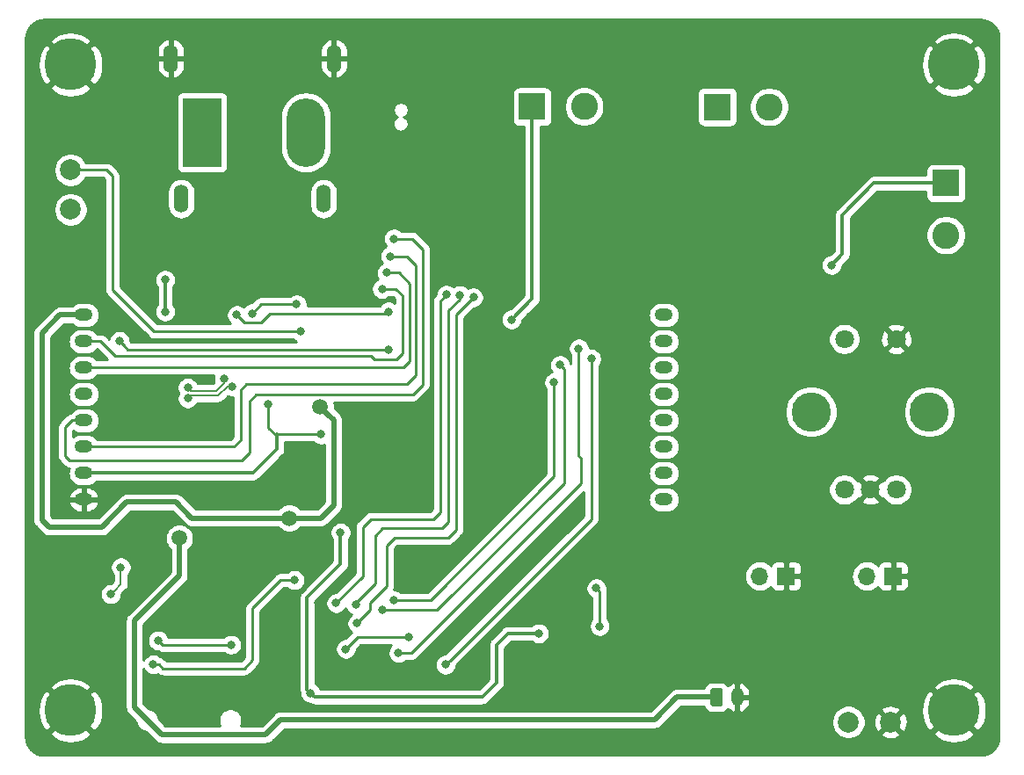
<source format=gbr>
G04 #@! TF.GenerationSoftware,KiCad,Pcbnew,5.1.4-e60b266~84~ubuntu18.04.1*
G04 #@! TF.CreationDate,2019-12-12T06:09:25+05:00*
G04 #@! TF.ProjectId,rck22,72636b32-322e-46b6-9963-61645f706362,rev?*
G04 #@! TF.SameCoordinates,Original*
G04 #@! TF.FileFunction,Copper,L2,Bot*
G04 #@! TF.FilePolarity,Positive*
%FSLAX46Y46*%
G04 Gerber Fmt 4.6, Leading zero omitted, Abs format (unit mm)*
G04 Created by KiCad (PCBNEW 5.1.4-e60b266~84~ubuntu18.04.1) date 2019-12-12 06:09:25*
%MOMM*%
%LPD*%
G04 APERTURE LIST*
%ADD10O,1.700000X1.700000*%
%ADD11R,1.700000X1.700000*%
%ADD12O,1.750000X1.200000*%
%ADD13C,2.600000*%
%ADD14R,2.600000X2.600000*%
%ADD15O,3.700000X6.600000*%
%ADD16R,3.700000X6.600000*%
%ADD17O,1.400000X2.700000*%
%ADD18C,3.786000*%
%ADD19C,1.800000*%
%ADD20C,2.000000*%
%ADD21C,0.800000*%
%ADD22C,5.000000*%
%ADD23O,1.200000X1.750000*%
%ADD24C,0.100000*%
%ADD25C,1.200000*%
%ADD26C,1.500000*%
%ADD27C,0.500000*%
%ADD28C,0.250000*%
%ADD29C,0.300000*%
%ADD30C,0.200000*%
%ADD31C,0.254000*%
G04 APERTURE END LIST*
D10*
X174485300Y-106448860D03*
D11*
X177025300Y-106448860D03*
D10*
X164167820Y-106448860D03*
D11*
X166707820Y-106448860D03*
D12*
X154940000Y-81280000D03*
X154940000Y-83820000D03*
X154940000Y-86360000D03*
X154940000Y-88900000D03*
X154940000Y-91440000D03*
X154940000Y-93980000D03*
X154940000Y-96520000D03*
X154940000Y-99060000D03*
X99060000Y-99060000D03*
X99060000Y-96520000D03*
X99060000Y-93980000D03*
X99060000Y-91440000D03*
X99060000Y-88900000D03*
X99060000Y-86360000D03*
X99060000Y-83820000D03*
X99060000Y-81280000D03*
D13*
X165093660Y-61226700D03*
D14*
X160093660Y-61226700D03*
D13*
X147260320Y-61196220D03*
D14*
X142260320Y-61196220D03*
D15*
X120464600Y-63677800D03*
D16*
X110464600Y-63677800D03*
D17*
X122158380Y-70065800D03*
X108458380Y-70065800D03*
X123158380Y-56565800D03*
X107458380Y-56565800D03*
D18*
X180526300Y-90599020D03*
X169126300Y-90599020D03*
D19*
X174826300Y-98099020D03*
X177326300Y-98099020D03*
X172326300Y-98099020D03*
X177326300Y-83599020D03*
X172326300Y-83599020D03*
D13*
X182118000Y-73580000D03*
D14*
X182118000Y-68580000D03*
D20*
X172720000Y-120502680D03*
D21*
X99115825Y-55824175D03*
X97790000Y-55275000D03*
X96464175Y-55824175D03*
X95915000Y-57150000D03*
X96464175Y-58475825D03*
X97790000Y-59025000D03*
X99115825Y-58475825D03*
X99665000Y-57150000D03*
D22*
X97790000Y-57150000D03*
D21*
X184205825Y-55824175D03*
X182880000Y-55275000D03*
X181554175Y-55824175D03*
X181005000Y-57150000D03*
X181554175Y-58475825D03*
X182880000Y-59025000D03*
X184205825Y-58475825D03*
X184755000Y-57150000D03*
D22*
X182880000Y-57150000D03*
D21*
X184205825Y-118054175D03*
X182880000Y-117505000D03*
X181554175Y-118054175D03*
X181005000Y-119380000D03*
X181554175Y-120705825D03*
X182880000Y-121255000D03*
X184205825Y-120705825D03*
X184755000Y-119380000D03*
D22*
X182880000Y-119380000D03*
D21*
X99115825Y-118054175D03*
X97790000Y-117505000D03*
X96464175Y-118054175D03*
X95915000Y-119380000D03*
X96464175Y-120705825D03*
X97790000Y-121255000D03*
X99115825Y-120705825D03*
X99665000Y-119380000D03*
D22*
X97790000Y-119380000D03*
D23*
X162020000Y-118110000D03*
D24*
G36*
X160394505Y-117236204D02*
G01*
X160418773Y-117239804D01*
X160442572Y-117245765D01*
X160465671Y-117254030D01*
X160487850Y-117264520D01*
X160508893Y-117277132D01*
X160528599Y-117291747D01*
X160546777Y-117308223D01*
X160563253Y-117326401D01*
X160577868Y-117346107D01*
X160590480Y-117367150D01*
X160600970Y-117389329D01*
X160609235Y-117412428D01*
X160615196Y-117436227D01*
X160618796Y-117460495D01*
X160620000Y-117484999D01*
X160620000Y-118735001D01*
X160618796Y-118759505D01*
X160615196Y-118783773D01*
X160609235Y-118807572D01*
X160600970Y-118830671D01*
X160590480Y-118852850D01*
X160577868Y-118873893D01*
X160563253Y-118893599D01*
X160546777Y-118911777D01*
X160528599Y-118928253D01*
X160508893Y-118942868D01*
X160487850Y-118955480D01*
X160465671Y-118965970D01*
X160442572Y-118974235D01*
X160418773Y-118980196D01*
X160394505Y-118983796D01*
X160370001Y-118985000D01*
X159669999Y-118985000D01*
X159645495Y-118983796D01*
X159621227Y-118980196D01*
X159597428Y-118974235D01*
X159574329Y-118965970D01*
X159552150Y-118955480D01*
X159531107Y-118942868D01*
X159511401Y-118928253D01*
X159493223Y-118911777D01*
X159476747Y-118893599D01*
X159462132Y-118873893D01*
X159449520Y-118852850D01*
X159439030Y-118830671D01*
X159430765Y-118807572D01*
X159424804Y-118783773D01*
X159421204Y-118759505D01*
X159420000Y-118735001D01*
X159420000Y-117484999D01*
X159421204Y-117460495D01*
X159424804Y-117436227D01*
X159430765Y-117412428D01*
X159439030Y-117389329D01*
X159449520Y-117367150D01*
X159462132Y-117346107D01*
X159476747Y-117326401D01*
X159493223Y-117308223D01*
X159511401Y-117291747D01*
X159531107Y-117277132D01*
X159552150Y-117264520D01*
X159574329Y-117254030D01*
X159597428Y-117245765D01*
X159621227Y-117239804D01*
X159645495Y-117236204D01*
X159669999Y-117235000D01*
X160370001Y-117235000D01*
X160394505Y-117236204D01*
X160394505Y-117236204D01*
G37*
D25*
X160020000Y-118110000D03*
D20*
X97790000Y-67310000D03*
X176784000Y-120502680D03*
X97790000Y-71120000D03*
D21*
X111102140Y-79606140D03*
X102021640Y-102478840D03*
X121206260Y-99293680D03*
X113639600Y-99014280D03*
X108760260Y-97782380D03*
X121638060Y-108981240D03*
D26*
X121851420Y-90134601D03*
X118859300Y-100853240D03*
D21*
X116796820Y-89857580D03*
X121909839Y-92788739D03*
X140268960Y-81714340D03*
X171104560Y-76464160D03*
X106897380Y-77882960D03*
X106897380Y-80948320D03*
X120888760Y-117688360D03*
X123797060Y-102240080D03*
X142890240Y-111970820D03*
X128935480Y-73931780D03*
X128602740Y-75610720D03*
X128267460Y-77216000D03*
X127784860Y-78770480D03*
X144363440Y-87764620D03*
X119357140Y-106822240D03*
X105760520Y-114950240D03*
X128939290Y-108779310D03*
X144942557Y-86103457D03*
X127848360Y-109694980D03*
X135262620Y-79375000D03*
X125252480Y-109189520D03*
X136601200Y-79573120D03*
X125407420Y-110992920D03*
X106217720Y-112649000D03*
X133995160Y-79326740D03*
X123370340Y-109037120D03*
X113256060Y-113050320D03*
D26*
X108270040Y-102783640D03*
D21*
X147949920Y-85481160D03*
X133908802Y-114970562D03*
X146738340Y-84500720D03*
X129385060Y-113842800D03*
X130335020Y-112339120D03*
X124310140Y-113456720D03*
X128442704Y-84597240D03*
X102509320Y-83797140D03*
X119946420Y-82875120D03*
X115257580Y-81117440D03*
X119557800Y-80246220D03*
X113807240Y-81274920D03*
X128422400Y-80959960D03*
X109082840Y-88270860D03*
X112569868Y-87408628D03*
X102633600Y-105580220D03*
X101683820Y-108183680D03*
X109082840Y-89320860D03*
X113312332Y-88151092D03*
X148760180Y-111262160D03*
X148437600Y-107596940D03*
D27*
X109476540Y-100853240D02*
X117200680Y-100853240D01*
X107934760Y-99311460D02*
X109476540Y-100853240D01*
X103225600Y-99311460D02*
X107934760Y-99311460D01*
X96784160Y-81280000D02*
X95029020Y-83035140D01*
X95029020Y-101028500D02*
X95719900Y-101719380D01*
X95029020Y-83035140D02*
X95029020Y-101028500D01*
X99060000Y-81280000D02*
X96784160Y-81280000D01*
X95719900Y-101719380D02*
X100817680Y-101719380D01*
X100817680Y-101719380D02*
X103225600Y-99311460D01*
X122601419Y-90884600D02*
X121851420Y-90134601D01*
X123126500Y-99618800D02*
X123126500Y-91409681D01*
X123126500Y-91409681D02*
X122601419Y-90884600D01*
X121892060Y-100853240D02*
X123126500Y-99618800D01*
X117200680Y-100853240D02*
X118859300Y-100853240D01*
X118859300Y-100853240D02*
X121892060Y-100853240D01*
D28*
X121344154Y-92788739D02*
X121909839Y-92788739D01*
X116796820Y-89857580D02*
X116796820Y-92120720D01*
X116796820Y-92120720D02*
X117464839Y-92788739D01*
D29*
X142260320Y-79722980D02*
X142260320Y-61196220D01*
X140268960Y-81714340D02*
X142260320Y-79722980D01*
X171104560Y-76464160D02*
X172130720Y-75438000D01*
X172130720Y-75438000D02*
X172130720Y-71640700D01*
X175191420Y-68580000D02*
X182118000Y-68580000D01*
X172130720Y-71640700D02*
X175191420Y-68580000D01*
X106897380Y-77882960D02*
X106897380Y-80948320D01*
D28*
X117464839Y-92788739D02*
X117662959Y-92788739D01*
X117662959Y-92788739D02*
X121344154Y-92788739D01*
D29*
X117662959Y-94216221D02*
X117662959Y-92788739D01*
X99060000Y-96520000D02*
X115359180Y-96520000D01*
X115359180Y-96520000D02*
X117662959Y-94216221D01*
X121288759Y-118088359D02*
X137448341Y-118088359D01*
X120888760Y-117688360D02*
X121288759Y-118088359D01*
X137448341Y-118088359D02*
X138849100Y-116687600D01*
X138849100Y-116687600D02*
X138849100Y-113050320D01*
X139928600Y-111970820D02*
X142890240Y-111970820D01*
X138849100Y-113050320D02*
X139928600Y-111970820D01*
X123797060Y-105305860D02*
X123797060Y-102240080D01*
X120563640Y-108539280D02*
X123797060Y-105305860D01*
X120888760Y-117688360D02*
X120563640Y-117363240D01*
X120563640Y-117363240D02*
X120563640Y-108539280D01*
D28*
X97935000Y-91440000D02*
X99060000Y-91440000D01*
X97261680Y-92113320D02*
X97935000Y-91440000D01*
X97261680Y-94853760D02*
X97261680Y-92113320D01*
X97673160Y-95265240D02*
X97261680Y-94853760D01*
X114312700Y-95265240D02*
X97673160Y-95265240D01*
X115021360Y-94556580D02*
X114312700Y-95265240D01*
X115021360Y-89585800D02*
X115021360Y-94556580D01*
X131709160Y-74945240D02*
X131709160Y-87985600D01*
X131709160Y-87985600D02*
X130754120Y-88940640D01*
X130695700Y-73931780D02*
X131709160Y-74945240D01*
X128935480Y-73931780D02*
X130695700Y-73931780D01*
X130754120Y-88940640D02*
X115666520Y-88940640D01*
X115666520Y-88940640D02*
X115021360Y-89585800D01*
X109319060Y-93980000D02*
X99060000Y-93980000D01*
X113512600Y-93980000D02*
X109319060Y-93980000D01*
X114167920Y-93324680D02*
X113512600Y-93980000D01*
X114167920Y-88480900D02*
X114167920Y-93324680D01*
X128602740Y-75610720D02*
X130154680Y-75610720D01*
X130154680Y-75610720D02*
X131081780Y-76537820D01*
X131081780Y-76537820D02*
X131081780Y-87040720D01*
X131081780Y-87040720D02*
X130154680Y-87967820D01*
X114681000Y-87967820D02*
X114167920Y-88480900D01*
X130154680Y-87967820D02*
X114681000Y-87967820D01*
X130456940Y-78252320D02*
X129420620Y-77216000D01*
X129842260Y-86324440D02*
X130456940Y-85709760D01*
X129420620Y-77216000D02*
X128267460Y-77216000D01*
X130456940Y-85709760D02*
X130456940Y-78252320D01*
X99060000Y-86360000D02*
X99095560Y-86324440D01*
X99095560Y-86324440D02*
X129842260Y-86324440D01*
X102074980Y-85234780D02*
X100660200Y-83820000D01*
X126748540Y-85234780D02*
X102074980Y-85234780D01*
X127784860Y-78770480D02*
X129128520Y-78770480D01*
X127071120Y-85557360D02*
X126748540Y-85234780D01*
X100660200Y-83820000D02*
X99060000Y-83820000D01*
X129128520Y-78770480D02*
X129768600Y-79410560D01*
X129768600Y-79410560D02*
X129768600Y-85003640D01*
X129768600Y-85003640D02*
X129214880Y-85557360D01*
X129214880Y-85557360D02*
X127071120Y-85557360D01*
X132439410Y-108779310D02*
X128939290Y-108779310D01*
X144363440Y-87764620D02*
X144363440Y-96855280D01*
X144363440Y-96855280D02*
X132439410Y-108779310D01*
X106326205Y-114950240D02*
X106697045Y-115321080D01*
X105760520Y-114950240D02*
X106326205Y-114950240D01*
X106697045Y-115321080D02*
X114523520Y-115321080D01*
X114523520Y-115321080D02*
X115298220Y-114546380D01*
X118026180Y-106822240D02*
X119357140Y-106822240D01*
X115298220Y-114546380D02*
X115298220Y-109550200D01*
X115298220Y-109550200D02*
X118026180Y-106822240D01*
X133101080Y-109694980D02*
X128414045Y-109694980D01*
X145342556Y-97453504D02*
X133101080Y-109694980D01*
X128414045Y-109694980D02*
X127848360Y-109694980D01*
X145342556Y-86503456D02*
X145342556Y-97453504D01*
X144942557Y-86103457D02*
X145342556Y-86503456D01*
X127114300Y-102570280D02*
X127114300Y-107152440D01*
X133606540Y-101820980D02*
X127863600Y-101820980D01*
X135262620Y-79375000D02*
X135262620Y-79809340D01*
X134216140Y-80855820D02*
X134216140Y-101211380D01*
X134216140Y-101211380D02*
X133606540Y-101820980D01*
X125252480Y-109014260D02*
X125252480Y-109189520D01*
X127114300Y-107152440D02*
X125252480Y-109014260D01*
X135262620Y-79809340D02*
X134216140Y-80855820D01*
X127863600Y-101820980D02*
X127114300Y-102570280D01*
X134949000Y-81225320D02*
X136601200Y-79573120D01*
X134183120Y-102730300D02*
X134949000Y-101964420D01*
X134949000Y-101964420D02*
X134949000Y-81225320D01*
X126677420Y-109722920D02*
X126677420Y-108971080D01*
X128234440Y-103471980D02*
X128976120Y-102730300D01*
X125407420Y-110992920D02*
X126677420Y-109722920D01*
X126677420Y-108971080D02*
X128234440Y-107414060D01*
X128976120Y-102730300D02*
X134183120Y-102730300D01*
X128234440Y-107414060D02*
X128234440Y-103471980D01*
X106217720Y-112649000D02*
X106619040Y-113050320D01*
X133416040Y-100248720D02*
X133416040Y-79921100D01*
X123370340Y-109037120D02*
X123370340Y-109024420D01*
X123370340Y-109024420D02*
X125935740Y-106459020D01*
X125935740Y-106459020D02*
X125935740Y-101714300D01*
X125935740Y-101714300D02*
X126718060Y-100931980D01*
X133995160Y-79341980D02*
X133995160Y-79326740D01*
X133416040Y-79921100D02*
X133995160Y-79341980D01*
X126718060Y-100931980D02*
X132732780Y-100931980D01*
X132732780Y-100931980D02*
X133416040Y-100248720D01*
X106619040Y-113050320D02*
X113256060Y-113050320D01*
D27*
X108270040Y-106408220D02*
X108270040Y-102783640D01*
X103941880Y-110736380D02*
X108270040Y-106408220D01*
X156210000Y-118110000D02*
X154045920Y-120274080D01*
X118043960Y-120274080D02*
X116601240Y-121716800D01*
X154045920Y-120274080D02*
X118043960Y-120274080D01*
X103941880Y-119072660D02*
X103941880Y-110736380D01*
X116601240Y-121716800D02*
X106586020Y-121716800D01*
X160020000Y-118110000D02*
X156210000Y-118110000D01*
X106586020Y-121716800D02*
X103941880Y-119072660D01*
D28*
X147949920Y-100929444D02*
X134308801Y-114570563D01*
X134308801Y-114570563D02*
X133908802Y-114970562D01*
X147949920Y-85481160D02*
X147949920Y-100929444D01*
X146959320Y-95062040D02*
X146725640Y-94828360D01*
X146959320Y-97525840D02*
X146959320Y-95062040D01*
X146725640Y-84513420D02*
X146738340Y-84500720D01*
X146725640Y-94828360D02*
X146725640Y-84513420D01*
X129385060Y-113842800D02*
X130642360Y-113842800D01*
X130642360Y-113842800D02*
X146959320Y-97525840D01*
X125427740Y-112339120D02*
X124710139Y-113056721D01*
X130335020Y-112339120D02*
X125427740Y-112339120D01*
X124710139Y-113056721D02*
X124310140Y-113456720D01*
X103309420Y-84597240D02*
X102909319Y-84197139D01*
X102909319Y-84197139D02*
X102509320Y-83797140D01*
X128442704Y-84597240D02*
X103309420Y-84597240D01*
X101826060Y-67884040D02*
X101252020Y-67310000D01*
X101826060Y-78861920D02*
X101826060Y-67884040D01*
X119946420Y-82875120D02*
X105839260Y-82875120D01*
X101252020Y-67310000D02*
X97790000Y-67310000D01*
X105839260Y-82875120D02*
X101826060Y-78861920D01*
X115257580Y-81117440D02*
X116128800Y-80246220D01*
X116128800Y-80246220D02*
X119557800Y-80246220D01*
X113807240Y-81274920D02*
X114520980Y-81988660D01*
X114520980Y-81988660D02*
X116182140Y-81988660D01*
X116182140Y-81988660D02*
X117027960Y-81142840D01*
X117027960Y-81142840D02*
X128239520Y-81142840D01*
X128239520Y-81142840D02*
X128422400Y-80959960D01*
D30*
X109082840Y-88270860D02*
X109382840Y-88570860D01*
X109382840Y-88570860D02*
X111831901Y-88570860D01*
X111831901Y-88570860D02*
X112569868Y-87832893D01*
X112569868Y-87832893D02*
X112569868Y-87408628D01*
X102633600Y-105580220D02*
X102633600Y-107233900D01*
X102633600Y-107233900D02*
X102083819Y-107783681D01*
X102083819Y-107783681D02*
X101683820Y-108183680D01*
X112018299Y-89020860D02*
X112888067Y-88151092D01*
X109082840Y-89320860D02*
X109382840Y-89020860D01*
X112888067Y-88151092D02*
X113312332Y-88151092D01*
X109382840Y-89020860D02*
X112018299Y-89020860D01*
D28*
X148760180Y-107919520D02*
X148437600Y-107596940D01*
X148760180Y-111262160D02*
X148760180Y-107919520D01*
D31*
G36*
X185764635Y-52869446D02*
G01*
X186096153Y-52969536D01*
X186401909Y-53132110D01*
X186670265Y-53350976D01*
X186890999Y-53617798D01*
X187055704Y-53922413D01*
X187158105Y-54253217D01*
X187198001Y-54632805D01*
X187198000Y-121882735D01*
X187160554Y-122264639D01*
X187060463Y-122596154D01*
X186897891Y-122901908D01*
X186679025Y-123170264D01*
X186412202Y-123390999D01*
X186107586Y-123555704D01*
X185776783Y-123658105D01*
X185397204Y-123698000D01*
X95287265Y-123698000D01*
X94905361Y-123660554D01*
X94573846Y-123560463D01*
X94268092Y-123397891D01*
X93999736Y-123179025D01*
X93779001Y-122912202D01*
X93614296Y-122607586D01*
X93511895Y-122276783D01*
X93472000Y-121897204D01*
X93472000Y-121583148D01*
X95766457Y-121583148D01*
X96042627Y-122001118D01*
X96587557Y-122291649D01*
X97178696Y-122470287D01*
X97793328Y-122530168D01*
X98407831Y-122468990D01*
X98998592Y-122289103D01*
X99537373Y-122001118D01*
X99813543Y-121583148D01*
X97790000Y-119559605D01*
X95766457Y-121583148D01*
X93472000Y-121583148D01*
X93472000Y-119383328D01*
X94639832Y-119383328D01*
X94701010Y-119997831D01*
X94880897Y-120588592D01*
X95168882Y-121127373D01*
X95586852Y-121403543D01*
X97610395Y-119380000D01*
X97969605Y-119380000D01*
X99993148Y-121403543D01*
X100411118Y-121127373D01*
X100701649Y-120582443D01*
X100880287Y-119991304D01*
X100940168Y-119376672D01*
X100878990Y-118762169D01*
X100699103Y-118171408D01*
X100411118Y-117632627D01*
X99993148Y-117356457D01*
X97969605Y-119380000D01*
X97610395Y-119380000D01*
X95586852Y-117356457D01*
X95168882Y-117632627D01*
X94878351Y-118177557D01*
X94699713Y-118768696D01*
X94639832Y-119383328D01*
X93472000Y-119383328D01*
X93472000Y-117176852D01*
X95766457Y-117176852D01*
X97790000Y-119200395D01*
X99813543Y-117176852D01*
X99537373Y-116758882D01*
X98992443Y-116468351D01*
X98401304Y-116289713D01*
X97786672Y-116229832D01*
X97172169Y-116291010D01*
X96581408Y-116470897D01*
X96042627Y-116758882D01*
X95766457Y-117176852D01*
X93472000Y-117176852D01*
X93472000Y-110736380D01*
X103052599Y-110736380D01*
X103056881Y-110779859D01*
X103056880Y-119029191D01*
X103052599Y-119072660D01*
X103056880Y-119116129D01*
X103056880Y-119116136D01*
X103069685Y-119246149D01*
X103120291Y-119412972D01*
X103202469Y-119566718D01*
X103313063Y-119701477D01*
X103346836Y-119729194D01*
X104039240Y-120421598D01*
X104039240Y-120421968D01*
X104082857Y-120641247D01*
X104168416Y-120847804D01*
X104292628Y-121033700D01*
X104450720Y-121191792D01*
X104636616Y-121316004D01*
X104843173Y-121401563D01*
X105062452Y-121445180D01*
X105062821Y-121445180D01*
X105929490Y-122311849D01*
X105957203Y-122345617D01*
X105990971Y-122373330D01*
X105990973Y-122373332D01*
X106091961Y-122456211D01*
X106245706Y-122538389D01*
X106342624Y-122567789D01*
X106412530Y-122588995D01*
X106542543Y-122601800D01*
X106542551Y-122601800D01*
X106586020Y-122606081D01*
X106629489Y-122601800D01*
X116557771Y-122601800D01*
X116601240Y-122606081D01*
X116644709Y-122601800D01*
X116644717Y-122601800D01*
X116774730Y-122588995D01*
X116941553Y-122538389D01*
X117095299Y-122456211D01*
X117230057Y-122345617D01*
X117257774Y-122311844D01*
X118410539Y-121159080D01*
X154002451Y-121159080D01*
X154045920Y-121163361D01*
X154089389Y-121159080D01*
X154089397Y-121159080D01*
X154219410Y-121146275D01*
X154386233Y-121095669D01*
X154539979Y-121013491D01*
X154674737Y-120902897D01*
X154702454Y-120869124D01*
X155229931Y-120341647D01*
X171085000Y-120341647D01*
X171085000Y-120663713D01*
X171147832Y-120979592D01*
X171271082Y-121277143D01*
X171450013Y-121544932D01*
X171677748Y-121772667D01*
X171945537Y-121951598D01*
X172243088Y-122074848D01*
X172558967Y-122137680D01*
X172881033Y-122137680D01*
X173196912Y-122074848D01*
X173494463Y-121951598D01*
X173762252Y-121772667D01*
X173896826Y-121638093D01*
X175828192Y-121638093D01*
X175923956Y-121902494D01*
X176213571Y-122043384D01*
X176525108Y-122125064D01*
X176846595Y-122144398D01*
X177165675Y-122100641D01*
X177470088Y-121995475D01*
X177644044Y-121902494D01*
X177739808Y-121638093D01*
X177684863Y-121583148D01*
X180856457Y-121583148D01*
X181132627Y-122001118D01*
X181677557Y-122291649D01*
X182268696Y-122470287D01*
X182883328Y-122530168D01*
X183497831Y-122468990D01*
X184088592Y-122289103D01*
X184627373Y-122001118D01*
X184903543Y-121583148D01*
X182880000Y-119559605D01*
X180856457Y-121583148D01*
X177684863Y-121583148D01*
X176784000Y-120682285D01*
X175828192Y-121638093D01*
X173896826Y-121638093D01*
X173989987Y-121544932D01*
X174168918Y-121277143D01*
X174292168Y-120979592D01*
X174355000Y-120663713D01*
X174355000Y-120565275D01*
X175142282Y-120565275D01*
X175186039Y-120884355D01*
X175291205Y-121188768D01*
X175384186Y-121362724D01*
X175648587Y-121458488D01*
X176604395Y-120502680D01*
X176963605Y-120502680D01*
X177919413Y-121458488D01*
X178183814Y-121362724D01*
X178324704Y-121073109D01*
X178406384Y-120761572D01*
X178425718Y-120440085D01*
X178381961Y-120121005D01*
X178276795Y-119816592D01*
X178183814Y-119642636D01*
X177919413Y-119546872D01*
X176963605Y-120502680D01*
X176604395Y-120502680D01*
X175648587Y-119546872D01*
X175384186Y-119642636D01*
X175243296Y-119932251D01*
X175161616Y-120243788D01*
X175142282Y-120565275D01*
X174355000Y-120565275D01*
X174355000Y-120341647D01*
X174292168Y-120025768D01*
X174168918Y-119728217D01*
X173989987Y-119460428D01*
X173896826Y-119367267D01*
X175828192Y-119367267D01*
X176784000Y-120323075D01*
X177723747Y-119383328D01*
X179729832Y-119383328D01*
X179791010Y-119997831D01*
X179970897Y-120588592D01*
X180258882Y-121127373D01*
X180676852Y-121403543D01*
X182700395Y-119380000D01*
X183059605Y-119380000D01*
X185083148Y-121403543D01*
X185501118Y-121127373D01*
X185791649Y-120582443D01*
X185970287Y-119991304D01*
X186030168Y-119376672D01*
X185968990Y-118762169D01*
X185789103Y-118171408D01*
X185501118Y-117632627D01*
X185083148Y-117356457D01*
X183059605Y-119380000D01*
X182700395Y-119380000D01*
X180676852Y-117356457D01*
X180258882Y-117632627D01*
X179968351Y-118177557D01*
X179789713Y-118768696D01*
X179729832Y-119383328D01*
X177723747Y-119383328D01*
X177739808Y-119367267D01*
X177644044Y-119102866D01*
X177354429Y-118961976D01*
X177042892Y-118880296D01*
X176721405Y-118860962D01*
X176402325Y-118904719D01*
X176097912Y-119009885D01*
X175923956Y-119102866D01*
X175828192Y-119367267D01*
X173896826Y-119367267D01*
X173762252Y-119232693D01*
X173494463Y-119053762D01*
X173196912Y-118930512D01*
X172881033Y-118867680D01*
X172558967Y-118867680D01*
X172243088Y-118930512D01*
X171945537Y-119053762D01*
X171677748Y-119232693D01*
X171450013Y-119460428D01*
X171271082Y-119728217D01*
X171147832Y-120025768D01*
X171085000Y-120341647D01*
X155229931Y-120341647D01*
X156576579Y-118995000D01*
X158825306Y-118995000D01*
X158849528Y-119074851D01*
X158931595Y-119228387D01*
X159042038Y-119362962D01*
X159176613Y-119473405D01*
X159330149Y-119555472D01*
X159496745Y-119606008D01*
X159669999Y-119623072D01*
X160370001Y-119623072D01*
X160543255Y-119606008D01*
X160709851Y-119555472D01*
X160863387Y-119473405D01*
X160997962Y-119362962D01*
X161108405Y-119228387D01*
X161110967Y-119223594D01*
X161236526Y-119348078D01*
X161439467Y-119482421D01*
X161664718Y-119574591D01*
X161702391Y-119578462D01*
X161893000Y-119453731D01*
X161893000Y-118237000D01*
X162147000Y-118237000D01*
X162147000Y-119453731D01*
X162337609Y-119578462D01*
X162375282Y-119574591D01*
X162600533Y-119482421D01*
X162803474Y-119348078D01*
X162976307Y-119176725D01*
X163112390Y-118974946D01*
X163206493Y-118750496D01*
X163255000Y-118512000D01*
X163255000Y-118237000D01*
X162147000Y-118237000D01*
X161893000Y-118237000D01*
X161873000Y-118237000D01*
X161873000Y-117983000D01*
X161893000Y-117983000D01*
X161893000Y-116766269D01*
X162147000Y-116766269D01*
X162147000Y-117983000D01*
X163255000Y-117983000D01*
X163255000Y-117708000D01*
X163206493Y-117469504D01*
X163112390Y-117245054D01*
X163066394Y-117176852D01*
X180856457Y-117176852D01*
X182880000Y-119200395D01*
X184903543Y-117176852D01*
X184627373Y-116758882D01*
X184082443Y-116468351D01*
X183491304Y-116289713D01*
X182876672Y-116229832D01*
X182262169Y-116291010D01*
X181671408Y-116470897D01*
X181132627Y-116758882D01*
X180856457Y-117176852D01*
X163066394Y-117176852D01*
X162976307Y-117043275D01*
X162803474Y-116871922D01*
X162600533Y-116737579D01*
X162375282Y-116645409D01*
X162337609Y-116641538D01*
X162147000Y-116766269D01*
X161893000Y-116766269D01*
X161702391Y-116641538D01*
X161664718Y-116645409D01*
X161439467Y-116737579D01*
X161236526Y-116871922D01*
X161110967Y-116996406D01*
X161108405Y-116991613D01*
X160997962Y-116857038D01*
X160863387Y-116746595D01*
X160709851Y-116664528D01*
X160543255Y-116613992D01*
X160370001Y-116596928D01*
X159669999Y-116596928D01*
X159496745Y-116613992D01*
X159330149Y-116664528D01*
X159176613Y-116746595D01*
X159042038Y-116857038D01*
X158931595Y-116991613D01*
X158849528Y-117145149D01*
X158825306Y-117225000D01*
X156253465Y-117225000D01*
X156209999Y-117220719D01*
X156166533Y-117225000D01*
X156166523Y-117225000D01*
X156036510Y-117237805D01*
X155869687Y-117288411D01*
X155715941Y-117370589D01*
X155715939Y-117370590D01*
X155715940Y-117370590D01*
X155614953Y-117453468D01*
X155614951Y-117453470D01*
X155581183Y-117481183D01*
X155553470Y-117514951D01*
X153679342Y-119389080D01*
X118087425Y-119389080D01*
X118043959Y-119384799D01*
X118000493Y-119389080D01*
X118000483Y-119389080D01*
X117870470Y-119401885D01*
X117703647Y-119452491D01*
X117549901Y-119534669D01*
X117549899Y-119534670D01*
X117549900Y-119534670D01*
X117448913Y-119617548D01*
X117448911Y-119617550D01*
X117415143Y-119645263D01*
X117387430Y-119679031D01*
X116234662Y-120831800D01*
X114186693Y-120831800D01*
X114265623Y-120641247D01*
X114309240Y-120421968D01*
X114309240Y-120198392D01*
X114265623Y-119979113D01*
X114180064Y-119772556D01*
X114055852Y-119586660D01*
X113897760Y-119428568D01*
X113711864Y-119304356D01*
X113505307Y-119218797D01*
X113286028Y-119175180D01*
X113062452Y-119175180D01*
X112843173Y-119218797D01*
X112636616Y-119304356D01*
X112450720Y-119428568D01*
X112292628Y-119586660D01*
X112168416Y-119772556D01*
X112082857Y-119979113D01*
X112039240Y-120198392D01*
X112039240Y-120421968D01*
X112082857Y-120641247D01*
X112161787Y-120831800D01*
X106952599Y-120831800D01*
X106306769Y-120185971D01*
X106265623Y-119979113D01*
X106180064Y-119772556D01*
X106055852Y-119586660D01*
X105897760Y-119428568D01*
X105711864Y-119304356D01*
X105505307Y-119218797D01*
X105298449Y-119177651D01*
X104826880Y-118706082D01*
X104826880Y-115400819D01*
X104843315Y-115440496D01*
X104956583Y-115610014D01*
X105100746Y-115754177D01*
X105270264Y-115867445D01*
X105458622Y-115945466D01*
X105658581Y-115985240D01*
X105862459Y-115985240D01*
X106062418Y-115945466D01*
X106193638Y-115891113D01*
X106272769Y-115956054D01*
X106404798Y-116026626D01*
X106548059Y-116070083D01*
X106659712Y-116081080D01*
X106659722Y-116081080D01*
X106697045Y-116084756D01*
X106734368Y-116081080D01*
X114486198Y-116081080D01*
X114523520Y-116084756D01*
X114560842Y-116081080D01*
X114560853Y-116081080D01*
X114672506Y-116070083D01*
X114815767Y-116026626D01*
X114947796Y-115956054D01*
X115063521Y-115861081D01*
X115087323Y-115832078D01*
X115809224Y-115110178D01*
X115838221Y-115086381D01*
X115933194Y-114970656D01*
X116003766Y-114838627D01*
X116047223Y-114695366D01*
X116058220Y-114583713D01*
X116058220Y-114583704D01*
X116061896Y-114546381D01*
X116058220Y-114509058D01*
X116058220Y-109865001D01*
X117383941Y-108539280D01*
X119774843Y-108539280D01*
X119778641Y-108577843D01*
X119778640Y-117324687D01*
X119774843Y-117363240D01*
X119778640Y-117401793D01*
X119778640Y-117401800D01*
X119789999Y-117517126D01*
X119834886Y-117665099D01*
X119853760Y-117700410D01*
X119853760Y-117790299D01*
X119893534Y-117990258D01*
X119971555Y-118178616D01*
X120084823Y-118348134D01*
X120228986Y-118492297D01*
X120398504Y-118605565D01*
X120586862Y-118683586D01*
X120786821Y-118723360D01*
X120825107Y-118723360D01*
X120850526Y-118744221D01*
X120986899Y-118817113D01*
X121134872Y-118862000D01*
X121250198Y-118873359D01*
X121250205Y-118873359D01*
X121288758Y-118877156D01*
X121327311Y-118873359D01*
X137409788Y-118873359D01*
X137448341Y-118877156D01*
X137486894Y-118873359D01*
X137486902Y-118873359D01*
X137602228Y-118862000D01*
X137750201Y-118817113D01*
X137886574Y-118744221D01*
X138006105Y-118646123D01*
X138030688Y-118616169D01*
X139376917Y-117269941D01*
X139406864Y-117245364D01*
X139504962Y-117125833D01*
X139577854Y-116989460D01*
X139622741Y-116841487D01*
X139634100Y-116726161D01*
X139634100Y-116726154D01*
X139637897Y-116687601D01*
X139634100Y-116649048D01*
X139634100Y-113375477D01*
X140253757Y-112755820D01*
X142211529Y-112755820D01*
X142230466Y-112774757D01*
X142399984Y-112888025D01*
X142588342Y-112966046D01*
X142788301Y-113005820D01*
X142992179Y-113005820D01*
X143192138Y-112966046D01*
X143380496Y-112888025D01*
X143550014Y-112774757D01*
X143694177Y-112630594D01*
X143807445Y-112461076D01*
X143885466Y-112272718D01*
X143925240Y-112072759D01*
X143925240Y-111868881D01*
X143885466Y-111668922D01*
X143807445Y-111480564D01*
X143694177Y-111311046D01*
X143550014Y-111166883D01*
X143380496Y-111053615D01*
X143192138Y-110975594D01*
X142992179Y-110935820D01*
X142788301Y-110935820D01*
X142588342Y-110975594D01*
X142399984Y-111053615D01*
X142230466Y-111166883D01*
X142211529Y-111185820D01*
X139967156Y-111185820D01*
X139928600Y-111182023D01*
X139890044Y-111185820D01*
X139890039Y-111185820D01*
X139849626Y-111189800D01*
X139774713Y-111197178D01*
X139626740Y-111242066D01*
X139490367Y-111314958D01*
X139370836Y-111413056D01*
X139346253Y-111443010D01*
X138321285Y-112467978D01*
X138291337Y-112492556D01*
X138266759Y-112522504D01*
X138266755Y-112522508D01*
X138246605Y-112547061D01*
X138193239Y-112612087D01*
X138173509Y-112649000D01*
X138120346Y-112748461D01*
X138075459Y-112896434D01*
X138060303Y-113050320D01*
X138064101Y-113088883D01*
X138064100Y-116362442D01*
X137123184Y-117303359D01*
X121849563Y-117303359D01*
X121805965Y-117198104D01*
X121692697Y-117028586D01*
X121548534Y-116884423D01*
X121379016Y-116771155D01*
X121348640Y-116758573D01*
X121348640Y-108935181D01*
X122335340Y-108935181D01*
X122335340Y-109139059D01*
X122375114Y-109339018D01*
X122453135Y-109527376D01*
X122566403Y-109696894D01*
X122710566Y-109841057D01*
X122880084Y-109954325D01*
X123068442Y-110032346D01*
X123268401Y-110072120D01*
X123472279Y-110072120D01*
X123672238Y-110032346D01*
X123860596Y-109954325D01*
X124030114Y-109841057D01*
X124174277Y-109696894D01*
X124278040Y-109541601D01*
X124335275Y-109679776D01*
X124448543Y-109849294D01*
X124592706Y-109993457D01*
X124762224Y-110106725D01*
X124829221Y-110134476D01*
X124747646Y-110188983D01*
X124603483Y-110333146D01*
X124490215Y-110502664D01*
X124412194Y-110691022D01*
X124372420Y-110890981D01*
X124372420Y-111094859D01*
X124412194Y-111294818D01*
X124490215Y-111483176D01*
X124603483Y-111652694D01*
X124747646Y-111796857D01*
X124836099Y-111855959D01*
X124270339Y-112421720D01*
X124208201Y-112421720D01*
X124008242Y-112461494D01*
X123819884Y-112539515D01*
X123650366Y-112652783D01*
X123506203Y-112796946D01*
X123392935Y-112966464D01*
X123314914Y-113154822D01*
X123275140Y-113354781D01*
X123275140Y-113558659D01*
X123314914Y-113758618D01*
X123392935Y-113946976D01*
X123506203Y-114116494D01*
X123650366Y-114260657D01*
X123819884Y-114373925D01*
X124008242Y-114451946D01*
X124208201Y-114491720D01*
X124412079Y-114491720D01*
X124612038Y-114451946D01*
X124800396Y-114373925D01*
X124969914Y-114260657D01*
X125114077Y-114116494D01*
X125227345Y-113946976D01*
X125305366Y-113758618D01*
X125345140Y-113558659D01*
X125345140Y-113496521D01*
X125742542Y-113099120D01*
X128665029Y-113099120D01*
X128581123Y-113183026D01*
X128467855Y-113352544D01*
X128389834Y-113540902D01*
X128350060Y-113740861D01*
X128350060Y-113944739D01*
X128389834Y-114144698D01*
X128467855Y-114333056D01*
X128581123Y-114502574D01*
X128725286Y-114646737D01*
X128894804Y-114760005D01*
X129083162Y-114838026D01*
X129283121Y-114877800D01*
X129486999Y-114877800D01*
X129686958Y-114838026D01*
X129875316Y-114760005D01*
X130044834Y-114646737D01*
X130088771Y-114602800D01*
X130605038Y-114602800D01*
X130642360Y-114606476D01*
X130679682Y-114602800D01*
X130679693Y-114602800D01*
X130791346Y-114591803D01*
X130934607Y-114548346D01*
X131066636Y-114477774D01*
X131182361Y-114382801D01*
X131206164Y-114353797D01*
X147189921Y-98370041D01*
X147189921Y-100614640D01*
X133869001Y-113935562D01*
X133806863Y-113935562D01*
X133606904Y-113975336D01*
X133418546Y-114053357D01*
X133249028Y-114166625D01*
X133104865Y-114310788D01*
X132991597Y-114480306D01*
X132913576Y-114668664D01*
X132873802Y-114868623D01*
X132873802Y-115072501D01*
X132913576Y-115272460D01*
X132991597Y-115460818D01*
X133104865Y-115630336D01*
X133249028Y-115774499D01*
X133418546Y-115887767D01*
X133606904Y-115965788D01*
X133806863Y-116005562D01*
X134010741Y-116005562D01*
X134210700Y-115965788D01*
X134399058Y-115887767D01*
X134568576Y-115774499D01*
X134712739Y-115630336D01*
X134826007Y-115460818D01*
X134904028Y-115272460D01*
X134943802Y-115072501D01*
X134943802Y-115010363D01*
X142459165Y-107495001D01*
X147402600Y-107495001D01*
X147402600Y-107698879D01*
X147442374Y-107898838D01*
X147520395Y-108087196D01*
X147633663Y-108256714D01*
X147777826Y-108400877D01*
X147947344Y-108514145D01*
X148000181Y-108536031D01*
X148000180Y-110558449D01*
X147956243Y-110602386D01*
X147842975Y-110771904D01*
X147764954Y-110960262D01*
X147725180Y-111160221D01*
X147725180Y-111364099D01*
X147764954Y-111564058D01*
X147842975Y-111752416D01*
X147956243Y-111921934D01*
X148100406Y-112066097D01*
X148269924Y-112179365D01*
X148458282Y-112257386D01*
X148658241Y-112297160D01*
X148862119Y-112297160D01*
X149062078Y-112257386D01*
X149250436Y-112179365D01*
X149419954Y-112066097D01*
X149564117Y-111921934D01*
X149677385Y-111752416D01*
X149755406Y-111564058D01*
X149795180Y-111364099D01*
X149795180Y-111160221D01*
X149755406Y-110960262D01*
X149677385Y-110771904D01*
X149564117Y-110602386D01*
X149520180Y-110558449D01*
X149520180Y-107956842D01*
X149523856Y-107919519D01*
X149520180Y-107882197D01*
X149520180Y-107882187D01*
X149509183Y-107770534D01*
X149472600Y-107649934D01*
X149472600Y-107495001D01*
X149432826Y-107295042D01*
X149354805Y-107106684D01*
X149241537Y-106937166D01*
X149097374Y-106793003D01*
X148927856Y-106679735D01*
X148739498Y-106601714D01*
X148539539Y-106561940D01*
X148335661Y-106561940D01*
X148135702Y-106601714D01*
X147947344Y-106679735D01*
X147777826Y-106793003D01*
X147633663Y-106937166D01*
X147520395Y-107106684D01*
X147442374Y-107295042D01*
X147402600Y-107495001D01*
X142459165Y-107495001D01*
X143505306Y-106448860D01*
X162675635Y-106448860D01*
X162704307Y-106739971D01*
X162789221Y-107019894D01*
X162927114Y-107277874D01*
X163112686Y-107503994D01*
X163338806Y-107689566D01*
X163596786Y-107827459D01*
X163876709Y-107912373D01*
X164094870Y-107933860D01*
X164240770Y-107933860D01*
X164458931Y-107912373D01*
X164738854Y-107827459D01*
X164996834Y-107689566D01*
X165222954Y-107503994D01*
X165247427Y-107474173D01*
X165268318Y-107543040D01*
X165327283Y-107653354D01*
X165406635Y-107750045D01*
X165503326Y-107829397D01*
X165613640Y-107888362D01*
X165733338Y-107924672D01*
X165857820Y-107936932D01*
X166422070Y-107933860D01*
X166580820Y-107775110D01*
X166580820Y-106575860D01*
X166834820Y-106575860D01*
X166834820Y-107775110D01*
X166993570Y-107933860D01*
X167557820Y-107936932D01*
X167682302Y-107924672D01*
X167802000Y-107888362D01*
X167912314Y-107829397D01*
X168009005Y-107750045D01*
X168088357Y-107653354D01*
X168147322Y-107543040D01*
X168183632Y-107423342D01*
X168195892Y-107298860D01*
X168192820Y-106734610D01*
X168034070Y-106575860D01*
X166834820Y-106575860D01*
X166580820Y-106575860D01*
X166560820Y-106575860D01*
X166560820Y-106448860D01*
X172993115Y-106448860D01*
X173021787Y-106739971D01*
X173106701Y-107019894D01*
X173244594Y-107277874D01*
X173430166Y-107503994D01*
X173656286Y-107689566D01*
X173914266Y-107827459D01*
X174194189Y-107912373D01*
X174412350Y-107933860D01*
X174558250Y-107933860D01*
X174776411Y-107912373D01*
X175056334Y-107827459D01*
X175314314Y-107689566D01*
X175540434Y-107503994D01*
X175564907Y-107474173D01*
X175585798Y-107543040D01*
X175644763Y-107653354D01*
X175724115Y-107750045D01*
X175820806Y-107829397D01*
X175931120Y-107888362D01*
X176050818Y-107924672D01*
X176175300Y-107936932D01*
X176739550Y-107933860D01*
X176898300Y-107775110D01*
X176898300Y-106575860D01*
X177152300Y-106575860D01*
X177152300Y-107775110D01*
X177311050Y-107933860D01*
X177875300Y-107936932D01*
X177999782Y-107924672D01*
X178119480Y-107888362D01*
X178229794Y-107829397D01*
X178326485Y-107750045D01*
X178405837Y-107653354D01*
X178464802Y-107543040D01*
X178501112Y-107423342D01*
X178513372Y-107298860D01*
X178510300Y-106734610D01*
X178351550Y-106575860D01*
X177152300Y-106575860D01*
X176898300Y-106575860D01*
X176878300Y-106575860D01*
X176878300Y-106321860D01*
X176898300Y-106321860D01*
X176898300Y-105122610D01*
X177152300Y-105122610D01*
X177152300Y-106321860D01*
X178351550Y-106321860D01*
X178510300Y-106163110D01*
X178513372Y-105598860D01*
X178501112Y-105474378D01*
X178464802Y-105354680D01*
X178405837Y-105244366D01*
X178326485Y-105147675D01*
X178229794Y-105068323D01*
X178119480Y-105009358D01*
X177999782Y-104973048D01*
X177875300Y-104960788D01*
X177311050Y-104963860D01*
X177152300Y-105122610D01*
X176898300Y-105122610D01*
X176739550Y-104963860D01*
X176175300Y-104960788D01*
X176050818Y-104973048D01*
X175931120Y-105009358D01*
X175820806Y-105068323D01*
X175724115Y-105147675D01*
X175644763Y-105244366D01*
X175585798Y-105354680D01*
X175564907Y-105423547D01*
X175540434Y-105393726D01*
X175314314Y-105208154D01*
X175056334Y-105070261D01*
X174776411Y-104985347D01*
X174558250Y-104963860D01*
X174412350Y-104963860D01*
X174194189Y-104985347D01*
X173914266Y-105070261D01*
X173656286Y-105208154D01*
X173430166Y-105393726D01*
X173244594Y-105619846D01*
X173106701Y-105877826D01*
X173021787Y-106157749D01*
X172993115Y-106448860D01*
X166560820Y-106448860D01*
X166560820Y-106321860D01*
X166580820Y-106321860D01*
X166580820Y-105122610D01*
X166834820Y-105122610D01*
X166834820Y-106321860D01*
X168034070Y-106321860D01*
X168192820Y-106163110D01*
X168195892Y-105598860D01*
X168183632Y-105474378D01*
X168147322Y-105354680D01*
X168088357Y-105244366D01*
X168009005Y-105147675D01*
X167912314Y-105068323D01*
X167802000Y-105009358D01*
X167682302Y-104973048D01*
X167557820Y-104960788D01*
X166993570Y-104963860D01*
X166834820Y-105122610D01*
X166580820Y-105122610D01*
X166422070Y-104963860D01*
X165857820Y-104960788D01*
X165733338Y-104973048D01*
X165613640Y-105009358D01*
X165503326Y-105068323D01*
X165406635Y-105147675D01*
X165327283Y-105244366D01*
X165268318Y-105354680D01*
X165247427Y-105423547D01*
X165222954Y-105393726D01*
X164996834Y-105208154D01*
X164738854Y-105070261D01*
X164458931Y-104985347D01*
X164240770Y-104963860D01*
X164094870Y-104963860D01*
X163876709Y-104985347D01*
X163596786Y-105070261D01*
X163338806Y-105208154D01*
X163112686Y-105393726D01*
X162927114Y-105619846D01*
X162789221Y-105877826D01*
X162704307Y-106157749D01*
X162675635Y-106448860D01*
X143505306Y-106448860D01*
X148460928Y-101493239D01*
X148489921Y-101469445D01*
X148513715Y-101440452D01*
X148513719Y-101440448D01*
X148571731Y-101369759D01*
X148584894Y-101353720D01*
X148655466Y-101221691D01*
X148698923Y-101078430D01*
X148709920Y-100966777D01*
X148709920Y-100966768D01*
X148713596Y-100929445D01*
X148709920Y-100892122D01*
X148709920Y-99060000D01*
X153424025Y-99060000D01*
X153447870Y-99302102D01*
X153518489Y-99534901D01*
X153633167Y-99749449D01*
X153787498Y-99937502D01*
X153975551Y-100091833D01*
X154190099Y-100206511D01*
X154422898Y-100277130D01*
X154604335Y-100295000D01*
X155275665Y-100295000D01*
X155457102Y-100277130D01*
X155689901Y-100206511D01*
X155904449Y-100091833D01*
X156092502Y-99937502D01*
X156246833Y-99749449D01*
X156361511Y-99534901D01*
X156432130Y-99302102D01*
X156455975Y-99060000D01*
X156432130Y-98817898D01*
X156361511Y-98585099D01*
X156246833Y-98370551D01*
X156092502Y-98182498D01*
X155904449Y-98028167D01*
X155754160Y-97947836D01*
X170791300Y-97947836D01*
X170791300Y-98250204D01*
X170850289Y-98546763D01*
X170966001Y-98826115D01*
X171133988Y-99077525D01*
X171347795Y-99291332D01*
X171599205Y-99459319D01*
X171878557Y-99575031D01*
X172175116Y-99634020D01*
X172477484Y-99634020D01*
X172774043Y-99575031D01*
X173053395Y-99459319D01*
X173304805Y-99291332D01*
X173433037Y-99163100D01*
X173941825Y-99163100D01*
X174025508Y-99417281D01*
X174298075Y-99548178D01*
X174590942Y-99623385D01*
X174892853Y-99640011D01*
X175192207Y-99597417D01*
X175477499Y-99497242D01*
X175627092Y-99417281D01*
X175710775Y-99163100D01*
X174826300Y-98278625D01*
X173941825Y-99163100D01*
X173433037Y-99163100D01*
X173518612Y-99077525D01*
X173614038Y-98934710D01*
X173762220Y-98983495D01*
X174646695Y-98099020D01*
X175005905Y-98099020D01*
X175890380Y-98983495D01*
X176038562Y-98934710D01*
X176133988Y-99077525D01*
X176347795Y-99291332D01*
X176599205Y-99459319D01*
X176878557Y-99575031D01*
X177175116Y-99634020D01*
X177477484Y-99634020D01*
X177774043Y-99575031D01*
X178053395Y-99459319D01*
X178304805Y-99291332D01*
X178518612Y-99077525D01*
X178686599Y-98826115D01*
X178802311Y-98546763D01*
X178861300Y-98250204D01*
X178861300Y-97947836D01*
X178802311Y-97651277D01*
X178686599Y-97371925D01*
X178518612Y-97120515D01*
X178304805Y-96906708D01*
X178053395Y-96738721D01*
X177774043Y-96623009D01*
X177477484Y-96564020D01*
X177175116Y-96564020D01*
X176878557Y-96623009D01*
X176599205Y-96738721D01*
X176347795Y-96906708D01*
X176133988Y-97120515D01*
X176038562Y-97263330D01*
X175890380Y-97214545D01*
X175005905Y-98099020D01*
X174646695Y-98099020D01*
X173762220Y-97214545D01*
X173614038Y-97263330D01*
X173518612Y-97120515D01*
X173433037Y-97034940D01*
X173941825Y-97034940D01*
X174826300Y-97919415D01*
X175710775Y-97034940D01*
X175627092Y-96780759D01*
X175354525Y-96649862D01*
X175061658Y-96574655D01*
X174759747Y-96558029D01*
X174460393Y-96600623D01*
X174175101Y-96700798D01*
X174025508Y-96780759D01*
X173941825Y-97034940D01*
X173433037Y-97034940D01*
X173304805Y-96906708D01*
X173053395Y-96738721D01*
X172774043Y-96623009D01*
X172477484Y-96564020D01*
X172175116Y-96564020D01*
X171878557Y-96623009D01*
X171599205Y-96738721D01*
X171347795Y-96906708D01*
X171133988Y-97120515D01*
X170966001Y-97371925D01*
X170850289Y-97651277D01*
X170791300Y-97947836D01*
X155754160Y-97947836D01*
X155689901Y-97913489D01*
X155457102Y-97842870D01*
X155275665Y-97825000D01*
X154604335Y-97825000D01*
X154422898Y-97842870D01*
X154190099Y-97913489D01*
X153975551Y-98028167D01*
X153787498Y-98182498D01*
X153633167Y-98370551D01*
X153518489Y-98585099D01*
X153447870Y-98817898D01*
X153424025Y-99060000D01*
X148709920Y-99060000D01*
X148709920Y-96520000D01*
X153424025Y-96520000D01*
X153447870Y-96762102D01*
X153518489Y-96994901D01*
X153633167Y-97209449D01*
X153787498Y-97397502D01*
X153975551Y-97551833D01*
X154190099Y-97666511D01*
X154422898Y-97737130D01*
X154604335Y-97755000D01*
X155275665Y-97755000D01*
X155457102Y-97737130D01*
X155689901Y-97666511D01*
X155904449Y-97551833D01*
X156092502Y-97397502D01*
X156246833Y-97209449D01*
X156361511Y-96994901D01*
X156432130Y-96762102D01*
X156455975Y-96520000D01*
X156432130Y-96277898D01*
X156361511Y-96045099D01*
X156246833Y-95830551D01*
X156092502Y-95642498D01*
X155904449Y-95488167D01*
X155689901Y-95373489D01*
X155457102Y-95302870D01*
X155275665Y-95285000D01*
X154604335Y-95285000D01*
X154422898Y-95302870D01*
X154190099Y-95373489D01*
X153975551Y-95488167D01*
X153787498Y-95642498D01*
X153633167Y-95830551D01*
X153518489Y-96045099D01*
X153447870Y-96277898D01*
X153424025Y-96520000D01*
X148709920Y-96520000D01*
X148709920Y-93980000D01*
X153424025Y-93980000D01*
X153447870Y-94222102D01*
X153518489Y-94454901D01*
X153633167Y-94669449D01*
X153787498Y-94857502D01*
X153975551Y-95011833D01*
X154190099Y-95126511D01*
X154422898Y-95197130D01*
X154604335Y-95215000D01*
X155275665Y-95215000D01*
X155457102Y-95197130D01*
X155689901Y-95126511D01*
X155904449Y-95011833D01*
X156092502Y-94857502D01*
X156246833Y-94669449D01*
X156361511Y-94454901D01*
X156432130Y-94222102D01*
X156455975Y-93980000D01*
X156432130Y-93737898D01*
X156361511Y-93505099D01*
X156246833Y-93290551D01*
X156092502Y-93102498D01*
X155904449Y-92948167D01*
X155689901Y-92833489D01*
X155457102Y-92762870D01*
X155275665Y-92745000D01*
X154604335Y-92745000D01*
X154422898Y-92762870D01*
X154190099Y-92833489D01*
X153975551Y-92948167D01*
X153787498Y-93102498D01*
X153633167Y-93290551D01*
X153518489Y-93505099D01*
X153447870Y-93737898D01*
X153424025Y-93980000D01*
X148709920Y-93980000D01*
X148709920Y-91440000D01*
X153424025Y-91440000D01*
X153447870Y-91682102D01*
X153518489Y-91914901D01*
X153633167Y-92129449D01*
X153787498Y-92317502D01*
X153975551Y-92471833D01*
X154190099Y-92586511D01*
X154422898Y-92657130D01*
X154604335Y-92675000D01*
X155275665Y-92675000D01*
X155457102Y-92657130D01*
X155689901Y-92586511D01*
X155904449Y-92471833D01*
X156092502Y-92317502D01*
X156246833Y-92129449D01*
X156361511Y-91914901D01*
X156432130Y-91682102D01*
X156455975Y-91440000D01*
X156432130Y-91197898D01*
X156361511Y-90965099D01*
X156246833Y-90750551D01*
X156092502Y-90562498D01*
X155904449Y-90408167D01*
X155795690Y-90350034D01*
X166598300Y-90350034D01*
X166598300Y-90848006D01*
X166695450Y-91336410D01*
X166886015Y-91796477D01*
X167162674Y-92210526D01*
X167514794Y-92562646D01*
X167928843Y-92839305D01*
X168388910Y-93029870D01*
X168877314Y-93127020D01*
X169375286Y-93127020D01*
X169863690Y-93029870D01*
X170323757Y-92839305D01*
X170737806Y-92562646D01*
X171089926Y-92210526D01*
X171366585Y-91796477D01*
X171557150Y-91336410D01*
X171654300Y-90848006D01*
X171654300Y-90350034D01*
X177998300Y-90350034D01*
X177998300Y-90848006D01*
X178095450Y-91336410D01*
X178286015Y-91796477D01*
X178562674Y-92210526D01*
X178914794Y-92562646D01*
X179328843Y-92839305D01*
X179788910Y-93029870D01*
X180277314Y-93127020D01*
X180775286Y-93127020D01*
X181263690Y-93029870D01*
X181723757Y-92839305D01*
X182137806Y-92562646D01*
X182489926Y-92210526D01*
X182766585Y-91796477D01*
X182957150Y-91336410D01*
X183054300Y-90848006D01*
X183054300Y-90350034D01*
X182957150Y-89861630D01*
X182766585Y-89401563D01*
X182489926Y-88987514D01*
X182137806Y-88635394D01*
X181723757Y-88358735D01*
X181263690Y-88168170D01*
X180775286Y-88071020D01*
X180277314Y-88071020D01*
X179788910Y-88168170D01*
X179328843Y-88358735D01*
X178914794Y-88635394D01*
X178562674Y-88987514D01*
X178286015Y-89401563D01*
X178095450Y-89861630D01*
X177998300Y-90350034D01*
X171654300Y-90350034D01*
X171557150Y-89861630D01*
X171366585Y-89401563D01*
X171089926Y-88987514D01*
X170737806Y-88635394D01*
X170323757Y-88358735D01*
X169863690Y-88168170D01*
X169375286Y-88071020D01*
X168877314Y-88071020D01*
X168388910Y-88168170D01*
X167928843Y-88358735D01*
X167514794Y-88635394D01*
X167162674Y-88987514D01*
X166886015Y-89401563D01*
X166695450Y-89861630D01*
X166598300Y-90350034D01*
X155795690Y-90350034D01*
X155689901Y-90293489D01*
X155457102Y-90222870D01*
X155275665Y-90205000D01*
X154604335Y-90205000D01*
X154422898Y-90222870D01*
X154190099Y-90293489D01*
X153975551Y-90408167D01*
X153787498Y-90562498D01*
X153633167Y-90750551D01*
X153518489Y-90965099D01*
X153447870Y-91197898D01*
X153424025Y-91440000D01*
X148709920Y-91440000D01*
X148709920Y-88900000D01*
X153424025Y-88900000D01*
X153447870Y-89142102D01*
X153518489Y-89374901D01*
X153633167Y-89589449D01*
X153787498Y-89777502D01*
X153975551Y-89931833D01*
X154190099Y-90046511D01*
X154422898Y-90117130D01*
X154604335Y-90135000D01*
X155275665Y-90135000D01*
X155457102Y-90117130D01*
X155689901Y-90046511D01*
X155904449Y-89931833D01*
X156092502Y-89777502D01*
X156246833Y-89589449D01*
X156361511Y-89374901D01*
X156432130Y-89142102D01*
X156455975Y-88900000D01*
X156432130Y-88657898D01*
X156361511Y-88425099D01*
X156246833Y-88210551D01*
X156092502Y-88022498D01*
X155904449Y-87868167D01*
X155689901Y-87753489D01*
X155457102Y-87682870D01*
X155275665Y-87665000D01*
X154604335Y-87665000D01*
X154422898Y-87682870D01*
X154190099Y-87753489D01*
X153975551Y-87868167D01*
X153787498Y-88022498D01*
X153633167Y-88210551D01*
X153518489Y-88425099D01*
X153447870Y-88657898D01*
X153424025Y-88900000D01*
X148709920Y-88900000D01*
X148709920Y-86360000D01*
X153424025Y-86360000D01*
X153447870Y-86602102D01*
X153518489Y-86834901D01*
X153633167Y-87049449D01*
X153787498Y-87237502D01*
X153975551Y-87391833D01*
X154190099Y-87506511D01*
X154422898Y-87577130D01*
X154604335Y-87595000D01*
X155275665Y-87595000D01*
X155457102Y-87577130D01*
X155689901Y-87506511D01*
X155904449Y-87391833D01*
X156092502Y-87237502D01*
X156246833Y-87049449D01*
X156361511Y-86834901D01*
X156432130Y-86602102D01*
X156455975Y-86360000D01*
X156432130Y-86117898D01*
X156361511Y-85885099D01*
X156246833Y-85670551D01*
X156092502Y-85482498D01*
X155904449Y-85328167D01*
X155689901Y-85213489D01*
X155457102Y-85142870D01*
X155275665Y-85125000D01*
X154604335Y-85125000D01*
X154422898Y-85142870D01*
X154190099Y-85213489D01*
X153975551Y-85328167D01*
X153787498Y-85482498D01*
X153633167Y-85670551D01*
X153518489Y-85885099D01*
X153447870Y-86117898D01*
X153424025Y-86360000D01*
X148709920Y-86360000D01*
X148709920Y-86184871D01*
X148753857Y-86140934D01*
X148867125Y-85971416D01*
X148945146Y-85783058D01*
X148984920Y-85583099D01*
X148984920Y-85379221D01*
X148945146Y-85179262D01*
X148867125Y-84990904D01*
X148753857Y-84821386D01*
X148609694Y-84677223D01*
X148440176Y-84563955D01*
X148251818Y-84485934D01*
X148051859Y-84446160D01*
X147847981Y-84446160D01*
X147773340Y-84461007D01*
X147773340Y-84398781D01*
X147733566Y-84198822D01*
X147655545Y-84010464D01*
X147542277Y-83840946D01*
X147521331Y-83820000D01*
X153424025Y-83820000D01*
X153447870Y-84062102D01*
X153518489Y-84294901D01*
X153633167Y-84509449D01*
X153787498Y-84697502D01*
X153975551Y-84851833D01*
X154190099Y-84966511D01*
X154422898Y-85037130D01*
X154604335Y-85055000D01*
X155275665Y-85055000D01*
X155457102Y-85037130D01*
X155689901Y-84966511D01*
X155904449Y-84851833D01*
X156092502Y-84697502D01*
X156246833Y-84509449D01*
X156361511Y-84294901D01*
X156432130Y-84062102D01*
X156455975Y-83820000D01*
X156432130Y-83577898D01*
X156392677Y-83447836D01*
X170791300Y-83447836D01*
X170791300Y-83750204D01*
X170850289Y-84046763D01*
X170966001Y-84326115D01*
X171133988Y-84577525D01*
X171347795Y-84791332D01*
X171599205Y-84959319D01*
X171878557Y-85075031D01*
X172175116Y-85134020D01*
X172477484Y-85134020D01*
X172774043Y-85075031D01*
X173053395Y-84959319D01*
X173304805Y-84791332D01*
X173433037Y-84663100D01*
X176441825Y-84663100D01*
X176525508Y-84917281D01*
X176798075Y-85048178D01*
X177090942Y-85123385D01*
X177392853Y-85140011D01*
X177692207Y-85097417D01*
X177977499Y-84997242D01*
X178127092Y-84917281D01*
X178210775Y-84663100D01*
X177326300Y-83778625D01*
X176441825Y-84663100D01*
X173433037Y-84663100D01*
X173518612Y-84577525D01*
X173686599Y-84326115D01*
X173802311Y-84046763D01*
X173861300Y-83750204D01*
X173861300Y-83665573D01*
X175785309Y-83665573D01*
X175827903Y-83964927D01*
X175928078Y-84250219D01*
X176008039Y-84399812D01*
X176262220Y-84483495D01*
X177146695Y-83599020D01*
X177505905Y-83599020D01*
X178390380Y-84483495D01*
X178644561Y-84399812D01*
X178775458Y-84127245D01*
X178850665Y-83834378D01*
X178867291Y-83532467D01*
X178824697Y-83233113D01*
X178724522Y-82947821D01*
X178644561Y-82798228D01*
X178390380Y-82714545D01*
X177505905Y-83599020D01*
X177146695Y-83599020D01*
X176262220Y-82714545D01*
X176008039Y-82798228D01*
X175877142Y-83070795D01*
X175801935Y-83363662D01*
X175785309Y-83665573D01*
X173861300Y-83665573D01*
X173861300Y-83447836D01*
X173802311Y-83151277D01*
X173686599Y-82871925D01*
X173518612Y-82620515D01*
X173433037Y-82534940D01*
X176441825Y-82534940D01*
X177326300Y-83419415D01*
X178210775Y-82534940D01*
X178127092Y-82280759D01*
X177854525Y-82149862D01*
X177561658Y-82074655D01*
X177259747Y-82058029D01*
X176960393Y-82100623D01*
X176675101Y-82200798D01*
X176525508Y-82280759D01*
X176441825Y-82534940D01*
X173433037Y-82534940D01*
X173304805Y-82406708D01*
X173053395Y-82238721D01*
X172774043Y-82123009D01*
X172477484Y-82064020D01*
X172175116Y-82064020D01*
X171878557Y-82123009D01*
X171599205Y-82238721D01*
X171347795Y-82406708D01*
X171133988Y-82620515D01*
X170966001Y-82871925D01*
X170850289Y-83151277D01*
X170791300Y-83447836D01*
X156392677Y-83447836D01*
X156361511Y-83345099D01*
X156246833Y-83130551D01*
X156092502Y-82942498D01*
X155904449Y-82788167D01*
X155689901Y-82673489D01*
X155457102Y-82602870D01*
X155275665Y-82585000D01*
X154604335Y-82585000D01*
X154422898Y-82602870D01*
X154190099Y-82673489D01*
X153975551Y-82788167D01*
X153787498Y-82942498D01*
X153633167Y-83130551D01*
X153518489Y-83345099D01*
X153447870Y-83577898D01*
X153424025Y-83820000D01*
X147521331Y-83820000D01*
X147398114Y-83696783D01*
X147228596Y-83583515D01*
X147040238Y-83505494D01*
X146840279Y-83465720D01*
X146636401Y-83465720D01*
X146436442Y-83505494D01*
X146248084Y-83583515D01*
X146078566Y-83696783D01*
X145934403Y-83840946D01*
X145821135Y-84010464D01*
X145743114Y-84198822D01*
X145703340Y-84398781D01*
X145703340Y-84602659D01*
X145743114Y-84802618D01*
X145821135Y-84990976D01*
X145934403Y-85160494D01*
X145965641Y-85191732D01*
X145965641Y-85941611D01*
X145937783Y-85801559D01*
X145859762Y-85613201D01*
X145746494Y-85443683D01*
X145602331Y-85299520D01*
X145432813Y-85186252D01*
X145244455Y-85108231D01*
X145044496Y-85068457D01*
X144840618Y-85068457D01*
X144640659Y-85108231D01*
X144452301Y-85186252D01*
X144282783Y-85299520D01*
X144138620Y-85443683D01*
X144025352Y-85613201D01*
X143947331Y-85801559D01*
X143907557Y-86001518D01*
X143907557Y-86205396D01*
X143947331Y-86405355D01*
X144025352Y-86593713D01*
X144133212Y-86755138D01*
X144061542Y-86769394D01*
X143873184Y-86847415D01*
X143703666Y-86960683D01*
X143559503Y-87104846D01*
X143446235Y-87274364D01*
X143368214Y-87462722D01*
X143328440Y-87662681D01*
X143328440Y-87866559D01*
X143368214Y-88066518D01*
X143446235Y-88254876D01*
X143559503Y-88424394D01*
X143603440Y-88468331D01*
X143603441Y-96540477D01*
X132124609Y-108019310D01*
X129643001Y-108019310D01*
X129599064Y-107975373D01*
X129429546Y-107862105D01*
X129241188Y-107784084D01*
X129041229Y-107744310D01*
X128919673Y-107744310D01*
X128939986Y-107706307D01*
X128983443Y-107563046D01*
X128994440Y-107451393D01*
X128994440Y-107451383D01*
X128998116Y-107414060D01*
X128994440Y-107376737D01*
X128994440Y-103786781D01*
X129290922Y-103490300D01*
X134145798Y-103490300D01*
X134183120Y-103493976D01*
X134220442Y-103490300D01*
X134220453Y-103490300D01*
X134332106Y-103479303D01*
X134475367Y-103435846D01*
X134607396Y-103365274D01*
X134723121Y-103270301D01*
X134746923Y-103241298D01*
X135460004Y-102528218D01*
X135489001Y-102504421D01*
X135515332Y-102472337D01*
X135583974Y-102388697D01*
X135654546Y-102256667D01*
X135660136Y-102238240D01*
X135698003Y-102113406D01*
X135709000Y-102001753D01*
X135709000Y-102001743D01*
X135712676Y-101964420D01*
X135709000Y-101927097D01*
X135709000Y-81612401D01*
X139233960Y-81612401D01*
X139233960Y-81816279D01*
X139273734Y-82016238D01*
X139351755Y-82204596D01*
X139465023Y-82374114D01*
X139609186Y-82518277D01*
X139778704Y-82631545D01*
X139967062Y-82709566D01*
X140167021Y-82749340D01*
X140370899Y-82749340D01*
X140570858Y-82709566D01*
X140759216Y-82631545D01*
X140928734Y-82518277D01*
X141072897Y-82374114D01*
X141186165Y-82204596D01*
X141264186Y-82016238D01*
X141303960Y-81816279D01*
X141303960Y-81789497D01*
X141813457Y-81280000D01*
X153424025Y-81280000D01*
X153447870Y-81522102D01*
X153518489Y-81754901D01*
X153633167Y-81969449D01*
X153787498Y-82157502D01*
X153975551Y-82311833D01*
X154190099Y-82426511D01*
X154422898Y-82497130D01*
X154604335Y-82515000D01*
X155275665Y-82515000D01*
X155457102Y-82497130D01*
X155689901Y-82426511D01*
X155904449Y-82311833D01*
X156092502Y-82157502D01*
X156246833Y-81969449D01*
X156361511Y-81754901D01*
X156432130Y-81522102D01*
X156455975Y-81280000D01*
X156432130Y-81037898D01*
X156361511Y-80805099D01*
X156246833Y-80590551D01*
X156092502Y-80402498D01*
X155904449Y-80248167D01*
X155689901Y-80133489D01*
X155457102Y-80062870D01*
X155275665Y-80045000D01*
X154604335Y-80045000D01*
X154422898Y-80062870D01*
X154190099Y-80133489D01*
X153975551Y-80248167D01*
X153787498Y-80402498D01*
X153633167Y-80590551D01*
X153518489Y-80805099D01*
X153447870Y-81037898D01*
X153424025Y-81280000D01*
X141813457Y-81280000D01*
X142788137Y-80305321D01*
X142818084Y-80280744D01*
X142916182Y-80161213D01*
X142989074Y-80024840D01*
X143033961Y-79876867D01*
X143045320Y-79761541D01*
X143045320Y-79761534D01*
X143049117Y-79722981D01*
X143045320Y-79684428D01*
X143045320Y-76362221D01*
X170069560Y-76362221D01*
X170069560Y-76566099D01*
X170109334Y-76766058D01*
X170187355Y-76954416D01*
X170300623Y-77123934D01*
X170444786Y-77268097D01*
X170614304Y-77381365D01*
X170802662Y-77459386D01*
X171002621Y-77499160D01*
X171206499Y-77499160D01*
X171406458Y-77459386D01*
X171594816Y-77381365D01*
X171764334Y-77268097D01*
X171908497Y-77123934D01*
X172021765Y-76954416D01*
X172099786Y-76766058D01*
X172139560Y-76566099D01*
X172139560Y-76539317D01*
X172658537Y-76020341D01*
X172688484Y-75995764D01*
X172786582Y-75876233D01*
X172859474Y-75739860D01*
X172904361Y-75591887D01*
X172915720Y-75476561D01*
X172915720Y-75476554D01*
X172919517Y-75438001D01*
X172915720Y-75399448D01*
X172915720Y-73389419D01*
X180183000Y-73389419D01*
X180183000Y-73770581D01*
X180257361Y-74144419D01*
X180403225Y-74496566D01*
X180614987Y-74813491D01*
X180884509Y-75083013D01*
X181201434Y-75294775D01*
X181553581Y-75440639D01*
X181927419Y-75515000D01*
X182308581Y-75515000D01*
X182682419Y-75440639D01*
X183034566Y-75294775D01*
X183351491Y-75083013D01*
X183621013Y-74813491D01*
X183832775Y-74496566D01*
X183978639Y-74144419D01*
X184053000Y-73770581D01*
X184053000Y-73389419D01*
X183978639Y-73015581D01*
X183832775Y-72663434D01*
X183621013Y-72346509D01*
X183351491Y-72076987D01*
X183034566Y-71865225D01*
X182682419Y-71719361D01*
X182308581Y-71645000D01*
X181927419Y-71645000D01*
X181553581Y-71719361D01*
X181201434Y-71865225D01*
X180884509Y-72076987D01*
X180614987Y-72346509D01*
X180403225Y-72663434D01*
X180257361Y-73015581D01*
X180183000Y-73389419D01*
X172915720Y-73389419D01*
X172915720Y-71965857D01*
X175516578Y-69365000D01*
X180179928Y-69365000D01*
X180179928Y-69880000D01*
X180192188Y-70004482D01*
X180228498Y-70124180D01*
X180287463Y-70234494D01*
X180366815Y-70331185D01*
X180463506Y-70410537D01*
X180573820Y-70469502D01*
X180693518Y-70505812D01*
X180818000Y-70518072D01*
X183418000Y-70518072D01*
X183542482Y-70505812D01*
X183662180Y-70469502D01*
X183772494Y-70410537D01*
X183869185Y-70331185D01*
X183948537Y-70234494D01*
X184007502Y-70124180D01*
X184043812Y-70004482D01*
X184056072Y-69880000D01*
X184056072Y-67280000D01*
X184043812Y-67155518D01*
X184007502Y-67035820D01*
X183948537Y-66925506D01*
X183869185Y-66828815D01*
X183772494Y-66749463D01*
X183662180Y-66690498D01*
X183542482Y-66654188D01*
X183418000Y-66641928D01*
X180818000Y-66641928D01*
X180693518Y-66654188D01*
X180573820Y-66690498D01*
X180463506Y-66749463D01*
X180366815Y-66828815D01*
X180287463Y-66925506D01*
X180228498Y-67035820D01*
X180192188Y-67155518D01*
X180179928Y-67280000D01*
X180179928Y-67795000D01*
X175229972Y-67795000D01*
X175191419Y-67791203D01*
X175152866Y-67795000D01*
X175152859Y-67795000D01*
X175051910Y-67804943D01*
X175037532Y-67806359D01*
X175003092Y-67816806D01*
X174889560Y-67851246D01*
X174753187Y-67924138D01*
X174727799Y-67944974D01*
X174663607Y-67997655D01*
X174663604Y-67997658D01*
X174633656Y-68022236D01*
X174609078Y-68052184D01*
X171602905Y-71058358D01*
X171572957Y-71082936D01*
X171548379Y-71112884D01*
X171548375Y-71112888D01*
X171515410Y-71153056D01*
X171474859Y-71202467D01*
X171460595Y-71229154D01*
X171401966Y-71338841D01*
X171357079Y-71486814D01*
X171341923Y-71640700D01*
X171345721Y-71679263D01*
X171345720Y-75112842D01*
X171029403Y-75429160D01*
X171002621Y-75429160D01*
X170802662Y-75468934D01*
X170614304Y-75546955D01*
X170444786Y-75660223D01*
X170300623Y-75804386D01*
X170187355Y-75973904D01*
X170109334Y-76162262D01*
X170069560Y-76362221D01*
X143045320Y-76362221D01*
X143045320Y-63134292D01*
X143560320Y-63134292D01*
X143684802Y-63122032D01*
X143804500Y-63085722D01*
X143914814Y-63026757D01*
X144011505Y-62947405D01*
X144090857Y-62850714D01*
X144149822Y-62740400D01*
X144186132Y-62620702D01*
X144198392Y-62496220D01*
X144198392Y-61005639D01*
X145325320Y-61005639D01*
X145325320Y-61386801D01*
X145399681Y-61760639D01*
X145545545Y-62112786D01*
X145757307Y-62429711D01*
X146026829Y-62699233D01*
X146343754Y-62910995D01*
X146695901Y-63056859D01*
X147069739Y-63131220D01*
X147450901Y-63131220D01*
X147824739Y-63056859D01*
X148176886Y-62910995D01*
X148493811Y-62699233D01*
X148763333Y-62429711D01*
X148975095Y-62112786D01*
X149120959Y-61760639D01*
X149195320Y-61386801D01*
X149195320Y-61005639D01*
X149120959Y-60631801D01*
X148975095Y-60279654D01*
X148763333Y-59962729D01*
X148727304Y-59926700D01*
X158155588Y-59926700D01*
X158155588Y-62526700D01*
X158167848Y-62651182D01*
X158204158Y-62770880D01*
X158263123Y-62881194D01*
X158342475Y-62977885D01*
X158439166Y-63057237D01*
X158549480Y-63116202D01*
X158669178Y-63152512D01*
X158793660Y-63164772D01*
X161393660Y-63164772D01*
X161518142Y-63152512D01*
X161637840Y-63116202D01*
X161748154Y-63057237D01*
X161844845Y-62977885D01*
X161924197Y-62881194D01*
X161983162Y-62770880D01*
X162019472Y-62651182D01*
X162031732Y-62526700D01*
X162031732Y-61036119D01*
X163158660Y-61036119D01*
X163158660Y-61417281D01*
X163233021Y-61791119D01*
X163378885Y-62143266D01*
X163590647Y-62460191D01*
X163860169Y-62729713D01*
X164177094Y-62941475D01*
X164529241Y-63087339D01*
X164903079Y-63161700D01*
X165284241Y-63161700D01*
X165658079Y-63087339D01*
X166010226Y-62941475D01*
X166327151Y-62729713D01*
X166596673Y-62460191D01*
X166808435Y-62143266D01*
X166954299Y-61791119D01*
X167028660Y-61417281D01*
X167028660Y-61036119D01*
X166954299Y-60662281D01*
X166808435Y-60310134D01*
X166596673Y-59993209D01*
X166327151Y-59723687D01*
X166010226Y-59511925D01*
X165658079Y-59366061D01*
X165593161Y-59353148D01*
X180856457Y-59353148D01*
X181132627Y-59771118D01*
X181677557Y-60061649D01*
X182268696Y-60240287D01*
X182883328Y-60300168D01*
X183497831Y-60238990D01*
X184088592Y-60059103D01*
X184627373Y-59771118D01*
X184903543Y-59353148D01*
X182880000Y-57329605D01*
X180856457Y-59353148D01*
X165593161Y-59353148D01*
X165284241Y-59291700D01*
X164903079Y-59291700D01*
X164529241Y-59366061D01*
X164177094Y-59511925D01*
X163860169Y-59723687D01*
X163590647Y-59993209D01*
X163378885Y-60310134D01*
X163233021Y-60662281D01*
X163158660Y-61036119D01*
X162031732Y-61036119D01*
X162031732Y-59926700D01*
X162019472Y-59802218D01*
X161983162Y-59682520D01*
X161924197Y-59572206D01*
X161844845Y-59475515D01*
X161748154Y-59396163D01*
X161637840Y-59337198D01*
X161518142Y-59300888D01*
X161393660Y-59288628D01*
X158793660Y-59288628D01*
X158669178Y-59300888D01*
X158549480Y-59337198D01*
X158439166Y-59396163D01*
X158342475Y-59475515D01*
X158263123Y-59572206D01*
X158204158Y-59682520D01*
X158167848Y-59802218D01*
X158155588Y-59926700D01*
X148727304Y-59926700D01*
X148493811Y-59693207D01*
X148176886Y-59481445D01*
X147824739Y-59335581D01*
X147450901Y-59261220D01*
X147069739Y-59261220D01*
X146695901Y-59335581D01*
X146343754Y-59481445D01*
X146026829Y-59693207D01*
X145757307Y-59962729D01*
X145545545Y-60279654D01*
X145399681Y-60631801D01*
X145325320Y-61005639D01*
X144198392Y-61005639D01*
X144198392Y-59896220D01*
X144186132Y-59771738D01*
X144149822Y-59652040D01*
X144090857Y-59541726D01*
X144011505Y-59445035D01*
X143914814Y-59365683D01*
X143804500Y-59306718D01*
X143684802Y-59270408D01*
X143560320Y-59258148D01*
X140960320Y-59258148D01*
X140835838Y-59270408D01*
X140716140Y-59306718D01*
X140605826Y-59365683D01*
X140509135Y-59445035D01*
X140429783Y-59541726D01*
X140370818Y-59652040D01*
X140334508Y-59771738D01*
X140322248Y-59896220D01*
X140322248Y-62496220D01*
X140334508Y-62620702D01*
X140370818Y-62740400D01*
X140429783Y-62850714D01*
X140509135Y-62947405D01*
X140605826Y-63026757D01*
X140716140Y-63085722D01*
X140835838Y-63122032D01*
X140960320Y-63134292D01*
X141475321Y-63134292D01*
X141475320Y-79397822D01*
X140193803Y-80679340D01*
X140167021Y-80679340D01*
X139967062Y-80719114D01*
X139778704Y-80797135D01*
X139609186Y-80910403D01*
X139465023Y-81054566D01*
X139351755Y-81224084D01*
X139273734Y-81412442D01*
X139233960Y-81612401D01*
X135709000Y-81612401D01*
X135709000Y-81540121D01*
X136641002Y-80608120D01*
X136703139Y-80608120D01*
X136903098Y-80568346D01*
X137091456Y-80490325D01*
X137260974Y-80377057D01*
X137405137Y-80232894D01*
X137518405Y-80063376D01*
X137596426Y-79875018D01*
X137636200Y-79675059D01*
X137636200Y-79471181D01*
X137596426Y-79271222D01*
X137518405Y-79082864D01*
X137405137Y-78913346D01*
X137260974Y-78769183D01*
X137091456Y-78655915D01*
X136903098Y-78577894D01*
X136703139Y-78538120D01*
X136499261Y-78538120D01*
X136299302Y-78577894D01*
X136110944Y-78655915D01*
X136048782Y-78697451D01*
X135922394Y-78571063D01*
X135752876Y-78457795D01*
X135564518Y-78379774D01*
X135364559Y-78340000D01*
X135160681Y-78340000D01*
X134960722Y-78379774D01*
X134772364Y-78457795D01*
X134663000Y-78530869D01*
X134654934Y-78522803D01*
X134485416Y-78409535D01*
X134297058Y-78331514D01*
X134097099Y-78291740D01*
X133893221Y-78291740D01*
X133693262Y-78331514D01*
X133504904Y-78409535D01*
X133335386Y-78522803D01*
X133191223Y-78666966D01*
X133077955Y-78836484D01*
X132999934Y-79024842D01*
X132960160Y-79224801D01*
X132960160Y-79302179D01*
X132905038Y-79357301D01*
X132876040Y-79381099D01*
X132852242Y-79410097D01*
X132852241Y-79410098D01*
X132781066Y-79496824D01*
X132710494Y-79628854D01*
X132692649Y-79687685D01*
X132667038Y-79772114D01*
X132659073Y-79852983D01*
X132652364Y-79921100D01*
X132656041Y-79958433D01*
X132656040Y-99933918D01*
X132417979Y-100171980D01*
X126755393Y-100171980D01*
X126718060Y-100168303D01*
X126680727Y-100171980D01*
X126569074Y-100182977D01*
X126425813Y-100226434D01*
X126293784Y-100297006D01*
X126178059Y-100391979D01*
X126154261Y-100420978D01*
X125424738Y-101150501D01*
X125395740Y-101174299D01*
X125371942Y-101203297D01*
X125371941Y-101203298D01*
X125300766Y-101290024D01*
X125230194Y-101422054D01*
X125203586Y-101509772D01*
X125186738Y-101565314D01*
X125185261Y-101580306D01*
X125172064Y-101714300D01*
X125175741Y-101751632D01*
X125175740Y-106144217D01*
X123317839Y-108002120D01*
X123268401Y-108002120D01*
X123068442Y-108041894D01*
X122880084Y-108119915D01*
X122710566Y-108233183D01*
X122566403Y-108377346D01*
X122453135Y-108546864D01*
X122375114Y-108735222D01*
X122335340Y-108935181D01*
X121348640Y-108935181D01*
X121348640Y-108864437D01*
X124324877Y-105888201D01*
X124354824Y-105863624D01*
X124384870Y-105827014D01*
X124403510Y-105804301D01*
X124452922Y-105744093D01*
X124525814Y-105607720D01*
X124570701Y-105459747D01*
X124582060Y-105344421D01*
X124582060Y-105344414D01*
X124585857Y-105305861D01*
X124582060Y-105267308D01*
X124582060Y-102918791D01*
X124600997Y-102899854D01*
X124714265Y-102730336D01*
X124792286Y-102541978D01*
X124832060Y-102342019D01*
X124832060Y-102138141D01*
X124792286Y-101938182D01*
X124714265Y-101749824D01*
X124600997Y-101580306D01*
X124456834Y-101436143D01*
X124287316Y-101322875D01*
X124098958Y-101244854D01*
X123898999Y-101205080D01*
X123695121Y-101205080D01*
X123495162Y-101244854D01*
X123306804Y-101322875D01*
X123137286Y-101436143D01*
X122993123Y-101580306D01*
X122879855Y-101749824D01*
X122801834Y-101938182D01*
X122762060Y-102138141D01*
X122762060Y-102342019D01*
X122801834Y-102541978D01*
X122879855Y-102730336D01*
X122993123Y-102899854D01*
X123012061Y-102918792D01*
X123012060Y-104980702D01*
X120035825Y-107956938D01*
X120005877Y-107981516D01*
X119981299Y-108011464D01*
X119981295Y-108011468D01*
X119958212Y-108039595D01*
X119907779Y-108101047D01*
X119874631Y-108163063D01*
X119834886Y-108237421D01*
X119789999Y-108385394D01*
X119774843Y-108539280D01*
X117383941Y-108539280D01*
X118340982Y-107582240D01*
X118653429Y-107582240D01*
X118697366Y-107626177D01*
X118866884Y-107739445D01*
X119055242Y-107817466D01*
X119255201Y-107857240D01*
X119459079Y-107857240D01*
X119659038Y-107817466D01*
X119847396Y-107739445D01*
X120016914Y-107626177D01*
X120161077Y-107482014D01*
X120274345Y-107312496D01*
X120352366Y-107124138D01*
X120392140Y-106924179D01*
X120392140Y-106720301D01*
X120352366Y-106520342D01*
X120274345Y-106331984D01*
X120161077Y-106162466D01*
X120016914Y-106018303D01*
X119847396Y-105905035D01*
X119659038Y-105827014D01*
X119459079Y-105787240D01*
X119255201Y-105787240D01*
X119055242Y-105827014D01*
X118866884Y-105905035D01*
X118697366Y-106018303D01*
X118653429Y-106062240D01*
X118063502Y-106062240D01*
X118026179Y-106058564D01*
X117988856Y-106062240D01*
X117988847Y-106062240D01*
X117877194Y-106073237D01*
X117733933Y-106116694D01*
X117601903Y-106187266D01*
X117518263Y-106255908D01*
X117486179Y-106282239D01*
X117462381Y-106311237D01*
X114787218Y-108986401D01*
X114758220Y-109010199D01*
X114734422Y-109039197D01*
X114734421Y-109039198D01*
X114663246Y-109125924D01*
X114592674Y-109257954D01*
X114549218Y-109401215D01*
X114534544Y-109550200D01*
X114538221Y-109587532D01*
X114538220Y-114231578D01*
X114208719Y-114561080D01*
X107011846Y-114561080D01*
X106890009Y-114439243D01*
X106866206Y-114410239D01*
X106750481Y-114315266D01*
X106618452Y-114244694D01*
X106475244Y-114201253D01*
X106420294Y-114146303D01*
X106250776Y-114033035D01*
X106062418Y-113955014D01*
X105862459Y-113915240D01*
X105658581Y-113915240D01*
X105458622Y-113955014D01*
X105270264Y-114033035D01*
X105100746Y-114146303D01*
X104956583Y-114290466D01*
X104843315Y-114459984D01*
X104826880Y-114499661D01*
X104826880Y-112547061D01*
X105182720Y-112547061D01*
X105182720Y-112750939D01*
X105222494Y-112950898D01*
X105300515Y-113139256D01*
X105413783Y-113308774D01*
X105557946Y-113452937D01*
X105727464Y-113566205D01*
X105915822Y-113644226D01*
X106115781Y-113684000D01*
X106193187Y-113684000D01*
X106194764Y-113685294D01*
X106326793Y-113755866D01*
X106470054Y-113799323D01*
X106581707Y-113810320D01*
X106581716Y-113810320D01*
X106619039Y-113813996D01*
X106656362Y-113810320D01*
X112552349Y-113810320D01*
X112596286Y-113854257D01*
X112765804Y-113967525D01*
X112954162Y-114045546D01*
X113154121Y-114085320D01*
X113357999Y-114085320D01*
X113557958Y-114045546D01*
X113746316Y-113967525D01*
X113915834Y-113854257D01*
X114059997Y-113710094D01*
X114173265Y-113540576D01*
X114251286Y-113352218D01*
X114291060Y-113152259D01*
X114291060Y-112948381D01*
X114251286Y-112748422D01*
X114173265Y-112560064D01*
X114059997Y-112390546D01*
X113915834Y-112246383D01*
X113746316Y-112133115D01*
X113557958Y-112055094D01*
X113357999Y-112015320D01*
X113154121Y-112015320D01*
X112954162Y-112055094D01*
X112765804Y-112133115D01*
X112596286Y-112246383D01*
X112552349Y-112290320D01*
X107189426Y-112290320D01*
X107134925Y-112158744D01*
X107021657Y-111989226D01*
X106877494Y-111845063D01*
X106707976Y-111731795D01*
X106519618Y-111653774D01*
X106319659Y-111614000D01*
X106115781Y-111614000D01*
X105915822Y-111653774D01*
X105727464Y-111731795D01*
X105557946Y-111845063D01*
X105413783Y-111989226D01*
X105300515Y-112158744D01*
X105222494Y-112347102D01*
X105182720Y-112547061D01*
X104826880Y-112547061D01*
X104826880Y-111102958D01*
X108865090Y-107064748D01*
X108898857Y-107037037D01*
X108930057Y-106999021D01*
X109009451Y-106902279D01*
X109091629Y-106748534D01*
X109142235Y-106581710D01*
X109145204Y-106551563D01*
X109155040Y-106451697D01*
X109155040Y-106451689D01*
X109159321Y-106408220D01*
X109155040Y-106364751D01*
X109155040Y-103857325D01*
X109345839Y-103666526D01*
X109497411Y-103439683D01*
X109601815Y-103187629D01*
X109655040Y-102920051D01*
X109655040Y-102647229D01*
X109601815Y-102379651D01*
X109497411Y-102127597D01*
X109345839Y-101900754D01*
X109152926Y-101707841D01*
X108926083Y-101556269D01*
X108674029Y-101451865D01*
X108406451Y-101398640D01*
X108133629Y-101398640D01*
X107866051Y-101451865D01*
X107613997Y-101556269D01*
X107387154Y-101707841D01*
X107194241Y-101900754D01*
X107042669Y-102127597D01*
X106938265Y-102379651D01*
X106885040Y-102647229D01*
X106885040Y-102920051D01*
X106938265Y-103187629D01*
X107042669Y-103439683D01*
X107194241Y-103666526D01*
X107385041Y-103857326D01*
X107385040Y-106041641D01*
X103346831Y-110079850D01*
X103313064Y-110107563D01*
X103285351Y-110141331D01*
X103285348Y-110141334D01*
X103202470Y-110242321D01*
X103120292Y-110396067D01*
X103069685Y-110562890D01*
X103052599Y-110736380D01*
X93472000Y-110736380D01*
X93472000Y-108081741D01*
X100648820Y-108081741D01*
X100648820Y-108285619D01*
X100688594Y-108485578D01*
X100766615Y-108673936D01*
X100879883Y-108843454D01*
X101024046Y-108987617D01*
X101193564Y-109100885D01*
X101381922Y-109178906D01*
X101581881Y-109218680D01*
X101785759Y-109218680D01*
X101985718Y-109178906D01*
X102174076Y-109100885D01*
X102343594Y-108987617D01*
X102487757Y-108843454D01*
X102601025Y-108673936D01*
X102679046Y-108485578D01*
X102718820Y-108285619D01*
X102718820Y-108188126D01*
X103127793Y-107779154D01*
X103155838Y-107756138D01*
X103247687Y-107644220D01*
X103286694Y-107571243D01*
X103315937Y-107516534D01*
X103357965Y-107377985D01*
X103372156Y-107233900D01*
X103368600Y-107197795D01*
X103368600Y-106308931D01*
X103437537Y-106239994D01*
X103550805Y-106070476D01*
X103628826Y-105882118D01*
X103668600Y-105682159D01*
X103668600Y-105478281D01*
X103628826Y-105278322D01*
X103550805Y-105089964D01*
X103437537Y-104920446D01*
X103293374Y-104776283D01*
X103123856Y-104663015D01*
X102935498Y-104584994D01*
X102735539Y-104545220D01*
X102531661Y-104545220D01*
X102331702Y-104584994D01*
X102143344Y-104663015D01*
X101973826Y-104776283D01*
X101829663Y-104920446D01*
X101716395Y-105089964D01*
X101638374Y-105278322D01*
X101598600Y-105478281D01*
X101598600Y-105682159D01*
X101638374Y-105882118D01*
X101716395Y-106070476D01*
X101829663Y-106239994D01*
X101898600Y-106308931D01*
X101898601Y-106929453D01*
X101679374Y-107148680D01*
X101581881Y-107148680D01*
X101381922Y-107188454D01*
X101193564Y-107266475D01*
X101024046Y-107379743D01*
X100879883Y-107523906D01*
X100766615Y-107693424D01*
X100688594Y-107881782D01*
X100648820Y-108081741D01*
X93472000Y-108081741D01*
X93472000Y-83035140D01*
X94139739Y-83035140D01*
X94144020Y-83078609D01*
X94144021Y-100985021D01*
X94139739Y-101028500D01*
X94156825Y-101201990D01*
X94207432Y-101368813D01*
X94289610Y-101522559D01*
X94372488Y-101623546D01*
X94372491Y-101623549D01*
X94400204Y-101657317D01*
X94433971Y-101685029D01*
X95063370Y-102314429D01*
X95091083Y-102348197D01*
X95124851Y-102375910D01*
X95124853Y-102375912D01*
X95140432Y-102388697D01*
X95225841Y-102458791D01*
X95379587Y-102540969D01*
X95546410Y-102591575D01*
X95676423Y-102604380D01*
X95676431Y-102604380D01*
X95719900Y-102608661D01*
X95763369Y-102604380D01*
X100774211Y-102604380D01*
X100817680Y-102608661D01*
X100861149Y-102604380D01*
X100861157Y-102604380D01*
X100991170Y-102591575D01*
X101157993Y-102540969D01*
X101311739Y-102458791D01*
X101446497Y-102348197D01*
X101474214Y-102314424D01*
X103592179Y-100196460D01*
X107568182Y-100196460D01*
X108820010Y-101448289D01*
X108847723Y-101482057D01*
X108881491Y-101509770D01*
X108881493Y-101509772D01*
X108925503Y-101545890D01*
X108982481Y-101592651D01*
X109136227Y-101674829D01*
X109303050Y-101725435D01*
X109433063Y-101738240D01*
X109433073Y-101738240D01*
X109476539Y-101742521D01*
X109520005Y-101738240D01*
X117785615Y-101738240D01*
X117976414Y-101929039D01*
X118203257Y-102080611D01*
X118455311Y-102185015D01*
X118722889Y-102238240D01*
X118995711Y-102238240D01*
X119263289Y-102185015D01*
X119515343Y-102080611D01*
X119742186Y-101929039D01*
X119932985Y-101738240D01*
X121848591Y-101738240D01*
X121892060Y-101742521D01*
X121935529Y-101738240D01*
X121935537Y-101738240D01*
X122065550Y-101725435D01*
X122232373Y-101674829D01*
X122386119Y-101592651D01*
X122520877Y-101482057D01*
X122548594Y-101448284D01*
X123721550Y-100275329D01*
X123755317Y-100247617D01*
X123789053Y-100206511D01*
X123865911Y-100112859D01*
X123872926Y-100099734D01*
X123948089Y-99959113D01*
X123998695Y-99792290D01*
X124011500Y-99662277D01*
X124011500Y-99662269D01*
X124015781Y-99618800D01*
X124011500Y-99575331D01*
X124011500Y-91453150D01*
X124015781Y-91409681D01*
X124011500Y-91366212D01*
X124011500Y-91366204D01*
X123998695Y-91236191D01*
X123948089Y-91069368D01*
X123948089Y-91069367D01*
X123865911Y-90915622D01*
X123783032Y-90814635D01*
X123755317Y-90780864D01*
X123721544Y-90753147D01*
X123257956Y-90289559D01*
X123257951Y-90289553D01*
X123236420Y-90268022D01*
X123236420Y-89998190D01*
X123183195Y-89730612D01*
X123170780Y-89700640D01*
X130716798Y-89700640D01*
X130754120Y-89704316D01*
X130791442Y-89700640D01*
X130791453Y-89700640D01*
X130903106Y-89689643D01*
X131046367Y-89646186D01*
X131178396Y-89575614D01*
X131294121Y-89480641D01*
X131317924Y-89451638D01*
X132220163Y-88549399D01*
X132249161Y-88525601D01*
X132344134Y-88409876D01*
X132414706Y-88277847D01*
X132458163Y-88134586D01*
X132469160Y-88022933D01*
X132472837Y-87985600D01*
X132469160Y-87948267D01*
X132469160Y-74982563D01*
X132472836Y-74945240D01*
X132469160Y-74907917D01*
X132469160Y-74907907D01*
X132458163Y-74796254D01*
X132414706Y-74652993D01*
X132344135Y-74520965D01*
X132344134Y-74520963D01*
X132272959Y-74434237D01*
X132249161Y-74405239D01*
X132220164Y-74381442D01*
X131259504Y-73420782D01*
X131235701Y-73391779D01*
X131119976Y-73296806D01*
X130987947Y-73226234D01*
X130844686Y-73182777D01*
X130733033Y-73171780D01*
X130733022Y-73171780D01*
X130695700Y-73168104D01*
X130658378Y-73171780D01*
X129639191Y-73171780D01*
X129595254Y-73127843D01*
X129425736Y-73014575D01*
X129237378Y-72936554D01*
X129037419Y-72896780D01*
X128833541Y-72896780D01*
X128633582Y-72936554D01*
X128445224Y-73014575D01*
X128275706Y-73127843D01*
X128131543Y-73272006D01*
X128018275Y-73441524D01*
X127940254Y-73629882D01*
X127900480Y-73829841D01*
X127900480Y-74033719D01*
X127940254Y-74233678D01*
X128018275Y-74422036D01*
X128131543Y-74591554D01*
X128198058Y-74658069D01*
X128112484Y-74693515D01*
X127942966Y-74806783D01*
X127798803Y-74950946D01*
X127685535Y-75120464D01*
X127607514Y-75308822D01*
X127567740Y-75508781D01*
X127567740Y-75712659D01*
X127607514Y-75912618D01*
X127685535Y-76100976D01*
X127798803Y-76270494D01*
X127812489Y-76284180D01*
X127777204Y-76298795D01*
X127607686Y-76412063D01*
X127463523Y-76556226D01*
X127350255Y-76725744D01*
X127272234Y-76914102D01*
X127232460Y-77114061D01*
X127232460Y-77317939D01*
X127272234Y-77517898D01*
X127350255Y-77706256D01*
X127415131Y-77803351D01*
X127294604Y-77853275D01*
X127125086Y-77966543D01*
X126980923Y-78110706D01*
X126867655Y-78280224D01*
X126789634Y-78468582D01*
X126749860Y-78668541D01*
X126749860Y-78872419D01*
X126789634Y-79072378D01*
X126867655Y-79260736D01*
X126980923Y-79430254D01*
X127125086Y-79574417D01*
X127294604Y-79687685D01*
X127482962Y-79765706D01*
X127682921Y-79805480D01*
X127886799Y-79805480D01*
X128086758Y-79765706D01*
X128275116Y-79687685D01*
X128444634Y-79574417D01*
X128488571Y-79530480D01*
X128813719Y-79530480D01*
X129008600Y-79725362D01*
X129008600Y-80106863D01*
X128912656Y-80042755D01*
X128724298Y-79964734D01*
X128524339Y-79924960D01*
X128320461Y-79924960D01*
X128120502Y-79964734D01*
X127932144Y-80042755D01*
X127762626Y-80156023D01*
X127618463Y-80300186D01*
X127563236Y-80382840D01*
X120585902Y-80382840D01*
X120592800Y-80348159D01*
X120592800Y-80144281D01*
X120553026Y-79944322D01*
X120475005Y-79755964D01*
X120361737Y-79586446D01*
X120217574Y-79442283D01*
X120048056Y-79329015D01*
X119859698Y-79250994D01*
X119659739Y-79211220D01*
X119455861Y-79211220D01*
X119255902Y-79250994D01*
X119067544Y-79329015D01*
X118898026Y-79442283D01*
X118854089Y-79486220D01*
X116166122Y-79486220D01*
X116128799Y-79482544D01*
X116091476Y-79486220D01*
X116091467Y-79486220D01*
X115979814Y-79497217D01*
X115870159Y-79530480D01*
X115836553Y-79540674D01*
X115704523Y-79611246D01*
X115644684Y-79660355D01*
X115588799Y-79706219D01*
X115565001Y-79735217D01*
X115217778Y-80082440D01*
X115155641Y-80082440D01*
X114955682Y-80122214D01*
X114767324Y-80200235D01*
X114597806Y-80313503D01*
X114453643Y-80457666D01*
X114451618Y-80460696D01*
X114297496Y-80357715D01*
X114109138Y-80279694D01*
X113909179Y-80239920D01*
X113705301Y-80239920D01*
X113505342Y-80279694D01*
X113316984Y-80357715D01*
X113147466Y-80470983D01*
X113003303Y-80615146D01*
X112890035Y-80784664D01*
X112812014Y-80973022D01*
X112772240Y-81172981D01*
X112772240Y-81376859D01*
X112812014Y-81576818D01*
X112890035Y-81765176D01*
X113003303Y-81934694D01*
X113147466Y-82078857D01*
X113201738Y-82115120D01*
X106154062Y-82115120D01*
X102586060Y-78547119D01*
X102586060Y-77781021D01*
X105862380Y-77781021D01*
X105862380Y-77984899D01*
X105902154Y-78184858D01*
X105980175Y-78373216D01*
X106093443Y-78542734D01*
X106112380Y-78561671D01*
X106112381Y-80269608D01*
X106093443Y-80288546D01*
X105980175Y-80458064D01*
X105902154Y-80646422D01*
X105862380Y-80846381D01*
X105862380Y-81050259D01*
X105902154Y-81250218D01*
X105980175Y-81438576D01*
X106093443Y-81608094D01*
X106237606Y-81752257D01*
X106407124Y-81865525D01*
X106595482Y-81943546D01*
X106795441Y-81983320D01*
X106999319Y-81983320D01*
X107199278Y-81943546D01*
X107387636Y-81865525D01*
X107557154Y-81752257D01*
X107701317Y-81608094D01*
X107814585Y-81438576D01*
X107892606Y-81250218D01*
X107932380Y-81050259D01*
X107932380Y-80846381D01*
X107892606Y-80646422D01*
X107814585Y-80458064D01*
X107701317Y-80288546D01*
X107682380Y-80269609D01*
X107682380Y-78561671D01*
X107701317Y-78542734D01*
X107814585Y-78373216D01*
X107892606Y-78184858D01*
X107932380Y-77984899D01*
X107932380Y-77781021D01*
X107892606Y-77581062D01*
X107814585Y-77392704D01*
X107701317Y-77223186D01*
X107557154Y-77079023D01*
X107387636Y-76965755D01*
X107199278Y-76887734D01*
X106999319Y-76847960D01*
X106795441Y-76847960D01*
X106595482Y-76887734D01*
X106407124Y-76965755D01*
X106237606Y-77079023D01*
X106093443Y-77223186D01*
X105980175Y-77392704D01*
X105902154Y-77581062D01*
X105862380Y-77781021D01*
X102586060Y-77781021D01*
X102586060Y-69350222D01*
X107123380Y-69350222D01*
X107123380Y-70781379D01*
X107142697Y-70977506D01*
X107219033Y-71229154D01*
X107342999Y-71461075D01*
X107509826Y-71664355D01*
X107713106Y-71831182D01*
X107945027Y-71955147D01*
X108196675Y-72031483D01*
X108458380Y-72057259D01*
X108720086Y-72031483D01*
X108971734Y-71955147D01*
X109203655Y-71831182D01*
X109406935Y-71664355D01*
X109573762Y-71461075D01*
X109697727Y-71229154D01*
X109774063Y-70977506D01*
X109793380Y-70781379D01*
X109793380Y-69350222D01*
X120823380Y-69350222D01*
X120823380Y-70781379D01*
X120842697Y-70977506D01*
X120919033Y-71229154D01*
X121042999Y-71461075D01*
X121209826Y-71664355D01*
X121413106Y-71831182D01*
X121645027Y-71955147D01*
X121896675Y-72031483D01*
X122158380Y-72057259D01*
X122420086Y-72031483D01*
X122671734Y-71955147D01*
X122903655Y-71831182D01*
X123106935Y-71664355D01*
X123273762Y-71461075D01*
X123397727Y-71229154D01*
X123474063Y-70977506D01*
X123493380Y-70781379D01*
X123493380Y-69350221D01*
X123474063Y-69154094D01*
X123397727Y-68902446D01*
X123273762Y-68670525D01*
X123106935Y-68467245D01*
X122903654Y-68300418D01*
X122671733Y-68176453D01*
X122420085Y-68100117D01*
X122158380Y-68074341D01*
X121896674Y-68100117D01*
X121645026Y-68176453D01*
X121413105Y-68300418D01*
X121209825Y-68467245D01*
X121042998Y-68670526D01*
X120919033Y-68902447D01*
X120842697Y-69154095D01*
X120823380Y-69350222D01*
X109793380Y-69350222D01*
X109793380Y-69350221D01*
X109774063Y-69154094D01*
X109697727Y-68902446D01*
X109573762Y-68670525D01*
X109406935Y-68467245D01*
X109203654Y-68300418D01*
X108971733Y-68176453D01*
X108720085Y-68100117D01*
X108458380Y-68074341D01*
X108196674Y-68100117D01*
X107945026Y-68176453D01*
X107713105Y-68300418D01*
X107509825Y-68467245D01*
X107342998Y-68670526D01*
X107219033Y-68902447D01*
X107142697Y-69154095D01*
X107123380Y-69350222D01*
X102586060Y-69350222D01*
X102586060Y-67921362D01*
X102589736Y-67884039D01*
X102586060Y-67846716D01*
X102586060Y-67846707D01*
X102575063Y-67735054D01*
X102531606Y-67591793D01*
X102518515Y-67567302D01*
X102461034Y-67459763D01*
X102389859Y-67373037D01*
X102366061Y-67344039D01*
X102337062Y-67320240D01*
X101815823Y-66799002D01*
X101792021Y-66769999D01*
X101676296Y-66675026D01*
X101544267Y-66604454D01*
X101401006Y-66560997D01*
X101289353Y-66550000D01*
X101289342Y-66550000D01*
X101252020Y-66546324D01*
X101214698Y-66550000D01*
X99244909Y-66550000D01*
X99238918Y-66535537D01*
X99059987Y-66267748D01*
X98832252Y-66040013D01*
X98564463Y-65861082D01*
X98266912Y-65737832D01*
X97951033Y-65675000D01*
X97628967Y-65675000D01*
X97313088Y-65737832D01*
X97015537Y-65861082D01*
X96747748Y-66040013D01*
X96520013Y-66267748D01*
X96341082Y-66535537D01*
X96217832Y-66833088D01*
X96155000Y-67148967D01*
X96155000Y-67471033D01*
X96217832Y-67786912D01*
X96341082Y-68084463D01*
X96520013Y-68352252D01*
X96747748Y-68579987D01*
X97015537Y-68758918D01*
X97313088Y-68882168D01*
X97628967Y-68945000D01*
X97951033Y-68945000D01*
X98266912Y-68882168D01*
X98564463Y-68758918D01*
X98832252Y-68579987D01*
X99059987Y-68352252D01*
X99238918Y-68084463D01*
X99244909Y-68070000D01*
X100937219Y-68070000D01*
X101066061Y-68198843D01*
X101066060Y-78824598D01*
X101062384Y-78861920D01*
X101066060Y-78899242D01*
X101066060Y-78899252D01*
X101077057Y-79010905D01*
X101118900Y-79148844D01*
X101120514Y-79154166D01*
X101191086Y-79286196D01*
X101226227Y-79329015D01*
X101286059Y-79401921D01*
X101315063Y-79425724D01*
X105275461Y-83386123D01*
X105299259Y-83415121D01*
X105414984Y-83510094D01*
X105547013Y-83580666D01*
X105690274Y-83624123D01*
X105801927Y-83635120D01*
X105801937Y-83635120D01*
X105839260Y-83638796D01*
X105876583Y-83635120D01*
X119242709Y-83635120D01*
X119286646Y-83679057D01*
X119456164Y-83792325D01*
X119564598Y-83837240D01*
X103624221Y-83837240D01*
X103544320Y-83757339D01*
X103544320Y-83695201D01*
X103504546Y-83495242D01*
X103426525Y-83306884D01*
X103313257Y-83137366D01*
X103169094Y-82993203D01*
X102999576Y-82879935D01*
X102811218Y-82801914D01*
X102611259Y-82762140D01*
X102407381Y-82762140D01*
X102207422Y-82801914D01*
X102019064Y-82879935D01*
X101849546Y-82993203D01*
X101705383Y-83137366D01*
X101592115Y-83306884D01*
X101514094Y-83495242D01*
X101496864Y-83581863D01*
X101224004Y-83309003D01*
X101200201Y-83279999D01*
X101084476Y-83185026D01*
X100952447Y-83114454D01*
X100809186Y-83070997D01*
X100697533Y-83060000D01*
X100697522Y-83060000D01*
X100660200Y-83056324D01*
X100622878Y-83060000D01*
X100308933Y-83060000D01*
X100212502Y-82942498D01*
X100024449Y-82788167D01*
X99809901Y-82673489D01*
X99577102Y-82602870D01*
X99395665Y-82585000D01*
X98724335Y-82585000D01*
X98542898Y-82602870D01*
X98310099Y-82673489D01*
X98095551Y-82788167D01*
X97907498Y-82942498D01*
X97753167Y-83130551D01*
X97638489Y-83345099D01*
X97567870Y-83577898D01*
X97544025Y-83820000D01*
X97567870Y-84062102D01*
X97638489Y-84294901D01*
X97753167Y-84509449D01*
X97907498Y-84697502D01*
X98095551Y-84851833D01*
X98310099Y-84966511D01*
X98542898Y-85037130D01*
X98724335Y-85055000D01*
X99395665Y-85055000D01*
X99577102Y-85037130D01*
X99809901Y-84966511D01*
X100024449Y-84851833D01*
X100212502Y-84697502D01*
X100308933Y-84580000D01*
X100345399Y-84580000D01*
X101329838Y-85564440D01*
X100279750Y-85564440D01*
X100212502Y-85482498D01*
X100024449Y-85328167D01*
X99809901Y-85213489D01*
X99577102Y-85142870D01*
X99395665Y-85125000D01*
X98724335Y-85125000D01*
X98542898Y-85142870D01*
X98310099Y-85213489D01*
X98095551Y-85328167D01*
X97907498Y-85482498D01*
X97753167Y-85670551D01*
X97638489Y-85885099D01*
X97567870Y-86117898D01*
X97544025Y-86360000D01*
X97567870Y-86602102D01*
X97638489Y-86834901D01*
X97753167Y-87049449D01*
X97907498Y-87237502D01*
X98095551Y-87391833D01*
X98310099Y-87506511D01*
X98542898Y-87577130D01*
X98724335Y-87595000D01*
X99395665Y-87595000D01*
X99577102Y-87577130D01*
X99809901Y-87506511D01*
X100024449Y-87391833D01*
X100212502Y-87237502D01*
X100338117Y-87084440D01*
X111583875Y-87084440D01*
X111574642Y-87106730D01*
X111534868Y-87306689D01*
X111534868Y-87510567D01*
X111574642Y-87710526D01*
X111597531Y-87765784D01*
X111527455Y-87835860D01*
X110022933Y-87835860D01*
X110000045Y-87780604D01*
X109886777Y-87611086D01*
X109742614Y-87466923D01*
X109573096Y-87353655D01*
X109384738Y-87275634D01*
X109184779Y-87235860D01*
X108980901Y-87235860D01*
X108780942Y-87275634D01*
X108592584Y-87353655D01*
X108423066Y-87466923D01*
X108278903Y-87611086D01*
X108165635Y-87780604D01*
X108087614Y-87968962D01*
X108047840Y-88168921D01*
X108047840Y-88372799D01*
X108087614Y-88572758D01*
X108165635Y-88761116D01*
X108188850Y-88795860D01*
X108165635Y-88830604D01*
X108087614Y-89018962D01*
X108047840Y-89218921D01*
X108047840Y-89422799D01*
X108087614Y-89622758D01*
X108165635Y-89811116D01*
X108278903Y-89980634D01*
X108423066Y-90124797D01*
X108592584Y-90238065D01*
X108780942Y-90316086D01*
X108980901Y-90355860D01*
X109184779Y-90355860D01*
X109384738Y-90316086D01*
X109573096Y-90238065D01*
X109742614Y-90124797D01*
X109886777Y-89980634D01*
X110000045Y-89811116D01*
X110022933Y-89755860D01*
X111982194Y-89755860D01*
X112018299Y-89759416D01*
X112054404Y-89755860D01*
X112162384Y-89745225D01*
X112300932Y-89703197D01*
X112428619Y-89634947D01*
X112540537Y-89543098D01*
X112563557Y-89515048D01*
X112955176Y-89123429D01*
X113010434Y-89146318D01*
X113210393Y-89186092D01*
X113407920Y-89186092D01*
X113407921Y-93009877D01*
X113197798Y-93220000D01*
X100308933Y-93220000D01*
X100212502Y-93102498D01*
X100024449Y-92948167D01*
X99809901Y-92833489D01*
X99577102Y-92762870D01*
X99395665Y-92745000D01*
X98724335Y-92745000D01*
X98542898Y-92762870D01*
X98310099Y-92833489D01*
X98095551Y-92948167D01*
X98021680Y-93008791D01*
X98021680Y-92428121D01*
X98030969Y-92418832D01*
X98095551Y-92471833D01*
X98310099Y-92586511D01*
X98542898Y-92657130D01*
X98724335Y-92675000D01*
X99395665Y-92675000D01*
X99577102Y-92657130D01*
X99809901Y-92586511D01*
X100024449Y-92471833D01*
X100212502Y-92317502D01*
X100366833Y-92129449D01*
X100481511Y-91914901D01*
X100552130Y-91682102D01*
X100575975Y-91440000D01*
X100552130Y-91197898D01*
X100481511Y-90965099D01*
X100366833Y-90750551D01*
X100212502Y-90562498D01*
X100024449Y-90408167D01*
X99809901Y-90293489D01*
X99577102Y-90222870D01*
X99395665Y-90205000D01*
X98724335Y-90205000D01*
X98542898Y-90222870D01*
X98310099Y-90293489D01*
X98095551Y-90408167D01*
X97907498Y-90562498D01*
X97803451Y-90689280D01*
X97786014Y-90690997D01*
X97642753Y-90734454D01*
X97510724Y-90805026D01*
X97394999Y-90899999D01*
X97371200Y-90928998D01*
X96750678Y-91549521D01*
X96721680Y-91573319D01*
X96697882Y-91602317D01*
X96697881Y-91602318D01*
X96626706Y-91689044D01*
X96556134Y-91821074D01*
X96543029Y-91864277D01*
X96512678Y-91964334D01*
X96503257Y-92059985D01*
X96498004Y-92113320D01*
X96501681Y-92150652D01*
X96501680Y-94816437D01*
X96498004Y-94853760D01*
X96501680Y-94891082D01*
X96501680Y-94891092D01*
X96512677Y-95002745D01*
X96550220Y-95126511D01*
X96556134Y-95146006D01*
X96626706Y-95278036D01*
X96661356Y-95320257D01*
X96721679Y-95393761D01*
X96750683Y-95417564D01*
X97109356Y-95776237D01*
X97133159Y-95805241D01*
X97248884Y-95900214D01*
X97364917Y-95962236D01*
X97380913Y-95970786D01*
X97524174Y-96014243D01*
X97648440Y-96026482D01*
X97638489Y-96045099D01*
X97567870Y-96277898D01*
X97544025Y-96520000D01*
X97567870Y-96762102D01*
X97638489Y-96994901D01*
X97753167Y-97209449D01*
X97907498Y-97397502D01*
X98095551Y-97551833D01*
X98310099Y-97666511D01*
X98542898Y-97737130D01*
X98724335Y-97755000D01*
X99395665Y-97755000D01*
X99577102Y-97737130D01*
X99809901Y-97666511D01*
X100024449Y-97551833D01*
X100212502Y-97397502D01*
X100288416Y-97305000D01*
X115320627Y-97305000D01*
X115359180Y-97308797D01*
X115397733Y-97305000D01*
X115397741Y-97305000D01*
X115513067Y-97293641D01*
X115661040Y-97248754D01*
X115797413Y-97175862D01*
X115916944Y-97077764D01*
X115941527Y-97047810D01*
X118190770Y-94798567D01*
X118220723Y-94773985D01*
X118318821Y-94654454D01*
X118391713Y-94518081D01*
X118395608Y-94505240D01*
X118436601Y-94370108D01*
X118444652Y-94288359D01*
X118447959Y-94254782D01*
X118447959Y-94254777D01*
X118451756Y-94216221D01*
X118447959Y-94177665D01*
X118447959Y-93548739D01*
X121206128Y-93548739D01*
X121250065Y-93592676D01*
X121419583Y-93705944D01*
X121607941Y-93783965D01*
X121807900Y-93823739D01*
X122011778Y-93823739D01*
X122211737Y-93783965D01*
X122241501Y-93771636D01*
X122241500Y-99252221D01*
X121525482Y-99968240D01*
X119932985Y-99968240D01*
X119742186Y-99777441D01*
X119515343Y-99625869D01*
X119263289Y-99521465D01*
X118995711Y-99468240D01*
X118722889Y-99468240D01*
X118455311Y-99521465D01*
X118203257Y-99625869D01*
X117976414Y-99777441D01*
X117785615Y-99968240D01*
X109843119Y-99968240D01*
X108591294Y-98716416D01*
X108563577Y-98682643D01*
X108428819Y-98572049D01*
X108275073Y-98489871D01*
X108108250Y-98439265D01*
X107978237Y-98426460D01*
X107978229Y-98426460D01*
X107934760Y-98422179D01*
X107891291Y-98426460D01*
X103269065Y-98426460D01*
X103225599Y-98422179D01*
X103182133Y-98426460D01*
X103182123Y-98426460D01*
X103052110Y-98439265D01*
X102885287Y-98489871D01*
X102731541Y-98572049D01*
X102731539Y-98572050D01*
X102731540Y-98572050D01*
X102630553Y-98654928D01*
X102630551Y-98654930D01*
X102596783Y-98682643D01*
X102569070Y-98716411D01*
X100451102Y-100834380D01*
X96086479Y-100834380D01*
X95914020Y-100661922D01*
X95914020Y-99377609D01*
X97591538Y-99377609D01*
X97595409Y-99415282D01*
X97687579Y-99640533D01*
X97821922Y-99843474D01*
X97993275Y-100016307D01*
X98195054Y-100152390D01*
X98419504Y-100246493D01*
X98658000Y-100295000D01*
X98933000Y-100295000D01*
X98933000Y-99187000D01*
X99187000Y-99187000D01*
X99187000Y-100295000D01*
X99462000Y-100295000D01*
X99700496Y-100246493D01*
X99924946Y-100152390D01*
X100126725Y-100016307D01*
X100298078Y-99843474D01*
X100432421Y-99640533D01*
X100524591Y-99415282D01*
X100528462Y-99377609D01*
X100403731Y-99187000D01*
X99187000Y-99187000D01*
X98933000Y-99187000D01*
X97716269Y-99187000D01*
X97591538Y-99377609D01*
X95914020Y-99377609D01*
X95914020Y-98742391D01*
X97591538Y-98742391D01*
X97716269Y-98933000D01*
X98933000Y-98933000D01*
X98933000Y-97825000D01*
X99187000Y-97825000D01*
X99187000Y-98933000D01*
X100403731Y-98933000D01*
X100528462Y-98742391D01*
X100524591Y-98704718D01*
X100432421Y-98479467D01*
X100298078Y-98276526D01*
X100126725Y-98103693D01*
X99924946Y-97967610D01*
X99700496Y-97873507D01*
X99462000Y-97825000D01*
X99187000Y-97825000D01*
X98933000Y-97825000D01*
X98658000Y-97825000D01*
X98419504Y-97873507D01*
X98195054Y-97967610D01*
X97993275Y-98103693D01*
X97821922Y-98276526D01*
X97687579Y-98479467D01*
X97595409Y-98704718D01*
X97591538Y-98742391D01*
X95914020Y-98742391D01*
X95914020Y-88900000D01*
X97544025Y-88900000D01*
X97567870Y-89142102D01*
X97638489Y-89374901D01*
X97753167Y-89589449D01*
X97907498Y-89777502D01*
X98095551Y-89931833D01*
X98310099Y-90046511D01*
X98542898Y-90117130D01*
X98724335Y-90135000D01*
X99395665Y-90135000D01*
X99577102Y-90117130D01*
X99809901Y-90046511D01*
X100024449Y-89931833D01*
X100212502Y-89777502D01*
X100366833Y-89589449D01*
X100481511Y-89374901D01*
X100552130Y-89142102D01*
X100575975Y-88900000D01*
X100552130Y-88657898D01*
X100481511Y-88425099D01*
X100366833Y-88210551D01*
X100212502Y-88022498D01*
X100024449Y-87868167D01*
X99809901Y-87753489D01*
X99577102Y-87682870D01*
X99395665Y-87665000D01*
X98724335Y-87665000D01*
X98542898Y-87682870D01*
X98310099Y-87753489D01*
X98095551Y-87868167D01*
X97907498Y-88022498D01*
X97753167Y-88210551D01*
X97638489Y-88425099D01*
X97567870Y-88657898D01*
X97544025Y-88900000D01*
X95914020Y-88900000D01*
X95914020Y-83401718D01*
X97150739Y-82165000D01*
X97916634Y-82165000D01*
X98095551Y-82311833D01*
X98310099Y-82426511D01*
X98542898Y-82497130D01*
X98724335Y-82515000D01*
X99395665Y-82515000D01*
X99577102Y-82497130D01*
X99809901Y-82426511D01*
X100024449Y-82311833D01*
X100212502Y-82157502D01*
X100366833Y-81969449D01*
X100481511Y-81754901D01*
X100552130Y-81522102D01*
X100575975Y-81280000D01*
X100552130Y-81037898D01*
X100481511Y-80805099D01*
X100366833Y-80590551D01*
X100212502Y-80402498D01*
X100024449Y-80248167D01*
X99809901Y-80133489D01*
X99577102Y-80062870D01*
X99395665Y-80045000D01*
X98724335Y-80045000D01*
X98542898Y-80062870D01*
X98310099Y-80133489D01*
X98095551Y-80248167D01*
X97916634Y-80395000D01*
X96827629Y-80395000D01*
X96784160Y-80390719D01*
X96740691Y-80395000D01*
X96740683Y-80395000D01*
X96610670Y-80407805D01*
X96443847Y-80458411D01*
X96329044Y-80519774D01*
X96290101Y-80540589D01*
X96189113Y-80623468D01*
X96189111Y-80623470D01*
X96155343Y-80651183D01*
X96127630Y-80684951D01*
X94433976Y-82378606D01*
X94400203Y-82406323D01*
X94289609Y-82541082D01*
X94207431Y-82694828D01*
X94156825Y-82861651D01*
X94144020Y-82991664D01*
X94144020Y-82991671D01*
X94139739Y-83035140D01*
X93472000Y-83035140D01*
X93472000Y-70958967D01*
X96155000Y-70958967D01*
X96155000Y-71281033D01*
X96217832Y-71596912D01*
X96341082Y-71894463D01*
X96520013Y-72162252D01*
X96747748Y-72389987D01*
X97015537Y-72568918D01*
X97313088Y-72692168D01*
X97628967Y-72755000D01*
X97951033Y-72755000D01*
X98266912Y-72692168D01*
X98564463Y-72568918D01*
X98832252Y-72389987D01*
X99059987Y-72162252D01*
X99238918Y-71894463D01*
X99362168Y-71596912D01*
X99425000Y-71281033D01*
X99425000Y-70958967D01*
X99362168Y-70643088D01*
X99238918Y-70345537D01*
X99059987Y-70077748D01*
X98832252Y-69850013D01*
X98564463Y-69671082D01*
X98266912Y-69547832D01*
X97951033Y-69485000D01*
X97628967Y-69485000D01*
X97313088Y-69547832D01*
X97015537Y-69671082D01*
X96747748Y-69850013D01*
X96520013Y-70077748D01*
X96341082Y-70345537D01*
X96217832Y-70643088D01*
X96155000Y-70958967D01*
X93472000Y-70958967D01*
X93472000Y-60377800D01*
X107976528Y-60377800D01*
X107976528Y-66977800D01*
X107988788Y-67102282D01*
X108025098Y-67221980D01*
X108084063Y-67332294D01*
X108163415Y-67428985D01*
X108260106Y-67508337D01*
X108370420Y-67567302D01*
X108490118Y-67603612D01*
X108614600Y-67615872D01*
X112314600Y-67615872D01*
X112439082Y-67603612D01*
X112558780Y-67567302D01*
X112669094Y-67508337D01*
X112765785Y-67428985D01*
X112845137Y-67332294D01*
X112904102Y-67221980D01*
X112940412Y-67102282D01*
X112952672Y-66977800D01*
X112952672Y-62105730D01*
X117979600Y-62105730D01*
X117979600Y-65249871D01*
X118015557Y-65614945D01*
X118157653Y-66083369D01*
X118388402Y-66515072D01*
X118698939Y-66893462D01*
X119077329Y-67203999D01*
X119509032Y-67434748D01*
X119977456Y-67576843D01*
X120464600Y-67624823D01*
X120951745Y-67576843D01*
X121420169Y-67434748D01*
X121851872Y-67203999D01*
X122230262Y-66893462D01*
X122540799Y-66515072D01*
X122771548Y-66083369D01*
X122913643Y-65614945D01*
X122949600Y-65249871D01*
X122949600Y-62790069D01*
X128853260Y-62790069D01*
X128853260Y-62934851D01*
X128881506Y-63076851D01*
X128936912Y-63210613D01*
X129017348Y-63330995D01*
X129119725Y-63433372D01*
X129240107Y-63513808D01*
X129373869Y-63569214D01*
X129515869Y-63597460D01*
X129660651Y-63597460D01*
X129802651Y-63569214D01*
X129936413Y-63513808D01*
X130056795Y-63433372D01*
X130159172Y-63330995D01*
X130239608Y-63210613D01*
X130295014Y-63076851D01*
X130323260Y-62934851D01*
X130323260Y-62790069D01*
X130295014Y-62648069D01*
X130239608Y-62514307D01*
X130159172Y-62393925D01*
X130056795Y-62291548D01*
X129936413Y-62211112D01*
X129893315Y-62193260D01*
X129949113Y-62170148D01*
X130069495Y-62089712D01*
X130171872Y-61987335D01*
X130252308Y-61866953D01*
X130307714Y-61733191D01*
X130335960Y-61591191D01*
X130335960Y-61446409D01*
X130307714Y-61304409D01*
X130252308Y-61170647D01*
X130171872Y-61050265D01*
X130069495Y-60947888D01*
X129949113Y-60867452D01*
X129815351Y-60812046D01*
X129673351Y-60783800D01*
X129528569Y-60783800D01*
X129386569Y-60812046D01*
X129252807Y-60867452D01*
X129132425Y-60947888D01*
X129030048Y-61050265D01*
X128949612Y-61170647D01*
X128894206Y-61304409D01*
X128865960Y-61446409D01*
X128865960Y-61591191D01*
X128894206Y-61733191D01*
X128949612Y-61866953D01*
X129030048Y-61987335D01*
X129132425Y-62089712D01*
X129252807Y-62170148D01*
X129295905Y-62188000D01*
X129240107Y-62211112D01*
X129119725Y-62291548D01*
X129017348Y-62393925D01*
X128936912Y-62514307D01*
X128881506Y-62648069D01*
X128853260Y-62790069D01*
X122949600Y-62790069D01*
X122949600Y-62105729D01*
X122913643Y-61740655D01*
X122771548Y-61272231D01*
X122540799Y-60840528D01*
X122230262Y-60462138D01*
X121851871Y-60151601D01*
X121420168Y-59920852D01*
X120951744Y-59778757D01*
X120464600Y-59730777D01*
X119977455Y-59778757D01*
X119509031Y-59920852D01*
X119077328Y-60151601D01*
X118698938Y-60462138D01*
X118388401Y-60840529D01*
X118157652Y-61272232D01*
X118015557Y-61740656D01*
X117979600Y-62105730D01*
X112952672Y-62105730D01*
X112952672Y-60377800D01*
X112940412Y-60253318D01*
X112904102Y-60133620D01*
X112845137Y-60023306D01*
X112765785Y-59926615D01*
X112669094Y-59847263D01*
X112558780Y-59788298D01*
X112439082Y-59751988D01*
X112314600Y-59739728D01*
X108614600Y-59739728D01*
X108490118Y-59751988D01*
X108370420Y-59788298D01*
X108260106Y-59847263D01*
X108163415Y-59926615D01*
X108084063Y-60023306D01*
X108025098Y-60133620D01*
X107988788Y-60253318D01*
X107976528Y-60377800D01*
X93472000Y-60377800D01*
X93472000Y-59353148D01*
X95766457Y-59353148D01*
X96042627Y-59771118D01*
X96587557Y-60061649D01*
X97178696Y-60240287D01*
X97793328Y-60300168D01*
X98407831Y-60238990D01*
X98998592Y-60059103D01*
X99537373Y-59771118D01*
X99813543Y-59353148D01*
X97790000Y-57329605D01*
X95766457Y-59353148D01*
X93472000Y-59353148D01*
X93472000Y-57153328D01*
X94639832Y-57153328D01*
X94701010Y-57767831D01*
X94880897Y-58358592D01*
X95168882Y-58897373D01*
X95586852Y-59173543D01*
X97610395Y-57150000D01*
X97969605Y-57150000D01*
X99993148Y-59173543D01*
X100411118Y-58897373D01*
X100701649Y-58352443D01*
X100880287Y-57761304D01*
X100940168Y-57146672D01*
X100894982Y-56692800D01*
X106123380Y-56692800D01*
X106123380Y-57342800D01*
X106173808Y-57600805D01*
X106273601Y-57844015D01*
X106418925Y-58063083D01*
X106604195Y-58249590D01*
X106822290Y-58396369D01*
X107064830Y-58497780D01*
X107125051Y-58508516D01*
X107331380Y-58385174D01*
X107331380Y-56692800D01*
X107585380Y-56692800D01*
X107585380Y-58385174D01*
X107791709Y-58508516D01*
X107851930Y-58497780D01*
X108094470Y-58396369D01*
X108312565Y-58249590D01*
X108497835Y-58063083D01*
X108643159Y-57844015D01*
X108742952Y-57600805D01*
X108793380Y-57342800D01*
X108793380Y-56692800D01*
X121823380Y-56692800D01*
X121823380Y-57342800D01*
X121873808Y-57600805D01*
X121973601Y-57844015D01*
X122118925Y-58063083D01*
X122304195Y-58249590D01*
X122522290Y-58396369D01*
X122764830Y-58497780D01*
X122825051Y-58508516D01*
X123031380Y-58385174D01*
X123031380Y-56692800D01*
X123285380Y-56692800D01*
X123285380Y-58385174D01*
X123491709Y-58508516D01*
X123551930Y-58497780D01*
X123794470Y-58396369D01*
X124012565Y-58249590D01*
X124197835Y-58063083D01*
X124343159Y-57844015D01*
X124442952Y-57600805D01*
X124493380Y-57342800D01*
X124493380Y-57153328D01*
X179729832Y-57153328D01*
X179791010Y-57767831D01*
X179970897Y-58358592D01*
X180258882Y-58897373D01*
X180676852Y-59173543D01*
X182700395Y-57150000D01*
X183059605Y-57150000D01*
X185083148Y-59173543D01*
X185501118Y-58897373D01*
X185791649Y-58352443D01*
X185970287Y-57761304D01*
X186030168Y-57146672D01*
X185968990Y-56532169D01*
X185789103Y-55941408D01*
X185501118Y-55402627D01*
X185083148Y-55126457D01*
X183059605Y-57150000D01*
X182700395Y-57150000D01*
X180676852Y-55126457D01*
X180258882Y-55402627D01*
X179968351Y-55947557D01*
X179789713Y-56538696D01*
X179729832Y-57153328D01*
X124493380Y-57153328D01*
X124493380Y-56692800D01*
X123285380Y-56692800D01*
X123031380Y-56692800D01*
X121823380Y-56692800D01*
X108793380Y-56692800D01*
X107585380Y-56692800D01*
X107331380Y-56692800D01*
X106123380Y-56692800D01*
X100894982Y-56692800D01*
X100878990Y-56532169D01*
X100699103Y-55941408D01*
X100617533Y-55788800D01*
X106123380Y-55788800D01*
X106123380Y-56438800D01*
X107331380Y-56438800D01*
X107331380Y-54746426D01*
X107585380Y-54746426D01*
X107585380Y-56438800D01*
X108793380Y-56438800D01*
X108793380Y-55788800D01*
X121823380Y-55788800D01*
X121823380Y-56438800D01*
X123031380Y-56438800D01*
X123031380Y-54746426D01*
X123285380Y-54746426D01*
X123285380Y-56438800D01*
X124493380Y-56438800D01*
X124493380Y-55788800D01*
X124442952Y-55530795D01*
X124343159Y-55287585D01*
X124197835Y-55068517D01*
X124076977Y-54946852D01*
X180856457Y-54946852D01*
X182880000Y-56970395D01*
X184903543Y-54946852D01*
X184627373Y-54528882D01*
X184082443Y-54238351D01*
X183491304Y-54059713D01*
X182876672Y-53999832D01*
X182262169Y-54061010D01*
X181671408Y-54240897D01*
X181132627Y-54528882D01*
X180856457Y-54946852D01*
X124076977Y-54946852D01*
X124012565Y-54882010D01*
X123794470Y-54735231D01*
X123551930Y-54633820D01*
X123491709Y-54623084D01*
X123285380Y-54746426D01*
X123031380Y-54746426D01*
X122825051Y-54623084D01*
X122764830Y-54633820D01*
X122522290Y-54735231D01*
X122304195Y-54882010D01*
X122118925Y-55068517D01*
X121973601Y-55287585D01*
X121873808Y-55530795D01*
X121823380Y-55788800D01*
X108793380Y-55788800D01*
X108742952Y-55530795D01*
X108643159Y-55287585D01*
X108497835Y-55068517D01*
X108312565Y-54882010D01*
X108094470Y-54735231D01*
X107851930Y-54633820D01*
X107791709Y-54623084D01*
X107585380Y-54746426D01*
X107331380Y-54746426D01*
X107125051Y-54623084D01*
X107064830Y-54633820D01*
X106822290Y-54735231D01*
X106604195Y-54882010D01*
X106418925Y-55068517D01*
X106273601Y-55287585D01*
X106173808Y-55530795D01*
X106123380Y-55788800D01*
X100617533Y-55788800D01*
X100411118Y-55402627D01*
X99993148Y-55126457D01*
X97969605Y-57150000D01*
X97610395Y-57150000D01*
X95586852Y-55126457D01*
X95168882Y-55402627D01*
X94878351Y-55947557D01*
X94699713Y-56538696D01*
X94639832Y-57153328D01*
X93472000Y-57153328D01*
X93472000Y-54946852D01*
X95766457Y-54946852D01*
X97790000Y-56970395D01*
X99813543Y-54946852D01*
X99537373Y-54528882D01*
X98992443Y-54238351D01*
X98401304Y-54059713D01*
X97786672Y-53999832D01*
X97172169Y-54061010D01*
X96581408Y-54240897D01*
X96042627Y-54528882D01*
X95766457Y-54946852D01*
X93472000Y-54946852D01*
X93472000Y-54647265D01*
X93509446Y-54265365D01*
X93609536Y-53933847D01*
X93772110Y-53628091D01*
X93990976Y-53359735D01*
X94257798Y-53139001D01*
X94562413Y-52974296D01*
X94893217Y-52871895D01*
X95272796Y-52832000D01*
X185382735Y-52832000D01*
X185764635Y-52869446D01*
X185764635Y-52869446D01*
G37*
X185764635Y-52869446D02*
X186096153Y-52969536D01*
X186401909Y-53132110D01*
X186670265Y-53350976D01*
X186890999Y-53617798D01*
X187055704Y-53922413D01*
X187158105Y-54253217D01*
X187198001Y-54632805D01*
X187198000Y-121882735D01*
X187160554Y-122264639D01*
X187060463Y-122596154D01*
X186897891Y-122901908D01*
X186679025Y-123170264D01*
X186412202Y-123390999D01*
X186107586Y-123555704D01*
X185776783Y-123658105D01*
X185397204Y-123698000D01*
X95287265Y-123698000D01*
X94905361Y-123660554D01*
X94573846Y-123560463D01*
X94268092Y-123397891D01*
X93999736Y-123179025D01*
X93779001Y-122912202D01*
X93614296Y-122607586D01*
X93511895Y-122276783D01*
X93472000Y-121897204D01*
X93472000Y-121583148D01*
X95766457Y-121583148D01*
X96042627Y-122001118D01*
X96587557Y-122291649D01*
X97178696Y-122470287D01*
X97793328Y-122530168D01*
X98407831Y-122468990D01*
X98998592Y-122289103D01*
X99537373Y-122001118D01*
X99813543Y-121583148D01*
X97790000Y-119559605D01*
X95766457Y-121583148D01*
X93472000Y-121583148D01*
X93472000Y-119383328D01*
X94639832Y-119383328D01*
X94701010Y-119997831D01*
X94880897Y-120588592D01*
X95168882Y-121127373D01*
X95586852Y-121403543D01*
X97610395Y-119380000D01*
X97969605Y-119380000D01*
X99993148Y-121403543D01*
X100411118Y-121127373D01*
X100701649Y-120582443D01*
X100880287Y-119991304D01*
X100940168Y-119376672D01*
X100878990Y-118762169D01*
X100699103Y-118171408D01*
X100411118Y-117632627D01*
X99993148Y-117356457D01*
X97969605Y-119380000D01*
X97610395Y-119380000D01*
X95586852Y-117356457D01*
X95168882Y-117632627D01*
X94878351Y-118177557D01*
X94699713Y-118768696D01*
X94639832Y-119383328D01*
X93472000Y-119383328D01*
X93472000Y-117176852D01*
X95766457Y-117176852D01*
X97790000Y-119200395D01*
X99813543Y-117176852D01*
X99537373Y-116758882D01*
X98992443Y-116468351D01*
X98401304Y-116289713D01*
X97786672Y-116229832D01*
X97172169Y-116291010D01*
X96581408Y-116470897D01*
X96042627Y-116758882D01*
X95766457Y-117176852D01*
X93472000Y-117176852D01*
X93472000Y-110736380D01*
X103052599Y-110736380D01*
X103056881Y-110779859D01*
X103056880Y-119029191D01*
X103052599Y-119072660D01*
X103056880Y-119116129D01*
X103056880Y-119116136D01*
X103069685Y-119246149D01*
X103120291Y-119412972D01*
X103202469Y-119566718D01*
X103313063Y-119701477D01*
X103346836Y-119729194D01*
X104039240Y-120421598D01*
X104039240Y-120421968D01*
X104082857Y-120641247D01*
X104168416Y-120847804D01*
X104292628Y-121033700D01*
X104450720Y-121191792D01*
X104636616Y-121316004D01*
X104843173Y-121401563D01*
X105062452Y-121445180D01*
X105062821Y-121445180D01*
X105929490Y-122311849D01*
X105957203Y-122345617D01*
X105990971Y-122373330D01*
X105990973Y-122373332D01*
X106091961Y-122456211D01*
X106245706Y-122538389D01*
X106342624Y-122567789D01*
X106412530Y-122588995D01*
X106542543Y-122601800D01*
X106542551Y-122601800D01*
X106586020Y-122606081D01*
X106629489Y-122601800D01*
X116557771Y-122601800D01*
X116601240Y-122606081D01*
X116644709Y-122601800D01*
X116644717Y-122601800D01*
X116774730Y-122588995D01*
X116941553Y-122538389D01*
X117095299Y-122456211D01*
X117230057Y-122345617D01*
X117257774Y-122311844D01*
X118410539Y-121159080D01*
X154002451Y-121159080D01*
X154045920Y-121163361D01*
X154089389Y-121159080D01*
X154089397Y-121159080D01*
X154219410Y-121146275D01*
X154386233Y-121095669D01*
X154539979Y-121013491D01*
X154674737Y-120902897D01*
X154702454Y-120869124D01*
X155229931Y-120341647D01*
X171085000Y-120341647D01*
X171085000Y-120663713D01*
X171147832Y-120979592D01*
X171271082Y-121277143D01*
X171450013Y-121544932D01*
X171677748Y-121772667D01*
X171945537Y-121951598D01*
X172243088Y-122074848D01*
X172558967Y-122137680D01*
X172881033Y-122137680D01*
X173196912Y-122074848D01*
X173494463Y-121951598D01*
X173762252Y-121772667D01*
X173896826Y-121638093D01*
X175828192Y-121638093D01*
X175923956Y-121902494D01*
X176213571Y-122043384D01*
X176525108Y-122125064D01*
X176846595Y-122144398D01*
X177165675Y-122100641D01*
X177470088Y-121995475D01*
X177644044Y-121902494D01*
X177739808Y-121638093D01*
X177684863Y-121583148D01*
X180856457Y-121583148D01*
X181132627Y-122001118D01*
X181677557Y-122291649D01*
X182268696Y-122470287D01*
X182883328Y-122530168D01*
X183497831Y-122468990D01*
X184088592Y-122289103D01*
X184627373Y-122001118D01*
X184903543Y-121583148D01*
X182880000Y-119559605D01*
X180856457Y-121583148D01*
X177684863Y-121583148D01*
X176784000Y-120682285D01*
X175828192Y-121638093D01*
X173896826Y-121638093D01*
X173989987Y-121544932D01*
X174168918Y-121277143D01*
X174292168Y-120979592D01*
X174355000Y-120663713D01*
X174355000Y-120565275D01*
X175142282Y-120565275D01*
X175186039Y-120884355D01*
X175291205Y-121188768D01*
X175384186Y-121362724D01*
X175648587Y-121458488D01*
X176604395Y-120502680D01*
X176963605Y-120502680D01*
X177919413Y-121458488D01*
X178183814Y-121362724D01*
X178324704Y-121073109D01*
X178406384Y-120761572D01*
X178425718Y-120440085D01*
X178381961Y-120121005D01*
X178276795Y-119816592D01*
X178183814Y-119642636D01*
X177919413Y-119546872D01*
X176963605Y-120502680D01*
X176604395Y-120502680D01*
X175648587Y-119546872D01*
X175384186Y-119642636D01*
X175243296Y-119932251D01*
X175161616Y-120243788D01*
X175142282Y-120565275D01*
X174355000Y-120565275D01*
X174355000Y-120341647D01*
X174292168Y-120025768D01*
X174168918Y-119728217D01*
X173989987Y-119460428D01*
X173896826Y-119367267D01*
X175828192Y-119367267D01*
X176784000Y-120323075D01*
X177723747Y-119383328D01*
X179729832Y-119383328D01*
X179791010Y-119997831D01*
X179970897Y-120588592D01*
X180258882Y-121127373D01*
X180676852Y-121403543D01*
X182700395Y-119380000D01*
X183059605Y-119380000D01*
X185083148Y-121403543D01*
X185501118Y-121127373D01*
X185791649Y-120582443D01*
X185970287Y-119991304D01*
X186030168Y-119376672D01*
X185968990Y-118762169D01*
X185789103Y-118171408D01*
X185501118Y-117632627D01*
X185083148Y-117356457D01*
X183059605Y-119380000D01*
X182700395Y-119380000D01*
X180676852Y-117356457D01*
X180258882Y-117632627D01*
X179968351Y-118177557D01*
X179789713Y-118768696D01*
X179729832Y-119383328D01*
X177723747Y-119383328D01*
X177739808Y-119367267D01*
X177644044Y-119102866D01*
X177354429Y-118961976D01*
X177042892Y-118880296D01*
X176721405Y-118860962D01*
X176402325Y-118904719D01*
X176097912Y-119009885D01*
X175923956Y-119102866D01*
X175828192Y-119367267D01*
X173896826Y-119367267D01*
X173762252Y-119232693D01*
X173494463Y-119053762D01*
X173196912Y-118930512D01*
X172881033Y-118867680D01*
X172558967Y-118867680D01*
X172243088Y-118930512D01*
X171945537Y-119053762D01*
X171677748Y-119232693D01*
X171450013Y-119460428D01*
X171271082Y-119728217D01*
X171147832Y-120025768D01*
X171085000Y-120341647D01*
X155229931Y-120341647D01*
X156576579Y-118995000D01*
X158825306Y-118995000D01*
X158849528Y-119074851D01*
X158931595Y-119228387D01*
X159042038Y-119362962D01*
X159176613Y-119473405D01*
X159330149Y-119555472D01*
X159496745Y-119606008D01*
X159669999Y-119623072D01*
X160370001Y-119623072D01*
X160543255Y-119606008D01*
X160709851Y-119555472D01*
X160863387Y-119473405D01*
X160997962Y-119362962D01*
X161108405Y-119228387D01*
X161110967Y-119223594D01*
X161236526Y-119348078D01*
X161439467Y-119482421D01*
X161664718Y-119574591D01*
X161702391Y-119578462D01*
X161893000Y-119453731D01*
X161893000Y-118237000D01*
X162147000Y-118237000D01*
X162147000Y-119453731D01*
X162337609Y-119578462D01*
X162375282Y-119574591D01*
X162600533Y-119482421D01*
X162803474Y-119348078D01*
X162976307Y-119176725D01*
X163112390Y-118974946D01*
X163206493Y-118750496D01*
X163255000Y-118512000D01*
X163255000Y-118237000D01*
X162147000Y-118237000D01*
X161893000Y-118237000D01*
X161873000Y-118237000D01*
X161873000Y-117983000D01*
X161893000Y-117983000D01*
X161893000Y-116766269D01*
X162147000Y-116766269D01*
X162147000Y-117983000D01*
X163255000Y-117983000D01*
X163255000Y-117708000D01*
X163206493Y-117469504D01*
X163112390Y-117245054D01*
X163066394Y-117176852D01*
X180856457Y-117176852D01*
X182880000Y-119200395D01*
X184903543Y-117176852D01*
X184627373Y-116758882D01*
X184082443Y-116468351D01*
X183491304Y-116289713D01*
X182876672Y-116229832D01*
X182262169Y-116291010D01*
X181671408Y-116470897D01*
X181132627Y-116758882D01*
X180856457Y-117176852D01*
X163066394Y-117176852D01*
X162976307Y-117043275D01*
X162803474Y-116871922D01*
X162600533Y-116737579D01*
X162375282Y-116645409D01*
X162337609Y-116641538D01*
X162147000Y-116766269D01*
X161893000Y-116766269D01*
X161702391Y-116641538D01*
X161664718Y-116645409D01*
X161439467Y-116737579D01*
X161236526Y-116871922D01*
X161110967Y-116996406D01*
X161108405Y-116991613D01*
X160997962Y-116857038D01*
X160863387Y-116746595D01*
X160709851Y-116664528D01*
X160543255Y-116613992D01*
X160370001Y-116596928D01*
X159669999Y-116596928D01*
X159496745Y-116613992D01*
X159330149Y-116664528D01*
X159176613Y-116746595D01*
X159042038Y-116857038D01*
X158931595Y-116991613D01*
X158849528Y-117145149D01*
X158825306Y-117225000D01*
X156253465Y-117225000D01*
X156209999Y-117220719D01*
X156166533Y-117225000D01*
X156166523Y-117225000D01*
X156036510Y-117237805D01*
X155869687Y-117288411D01*
X155715941Y-117370589D01*
X155715939Y-117370590D01*
X155715940Y-117370590D01*
X155614953Y-117453468D01*
X155614951Y-117453470D01*
X155581183Y-117481183D01*
X155553470Y-117514951D01*
X153679342Y-119389080D01*
X118087425Y-119389080D01*
X118043959Y-119384799D01*
X118000493Y-119389080D01*
X118000483Y-119389080D01*
X117870470Y-119401885D01*
X117703647Y-119452491D01*
X117549901Y-119534669D01*
X117549899Y-119534670D01*
X117549900Y-119534670D01*
X117448913Y-119617548D01*
X117448911Y-119617550D01*
X117415143Y-119645263D01*
X117387430Y-119679031D01*
X116234662Y-120831800D01*
X114186693Y-120831800D01*
X114265623Y-120641247D01*
X114309240Y-120421968D01*
X114309240Y-120198392D01*
X114265623Y-119979113D01*
X114180064Y-119772556D01*
X114055852Y-119586660D01*
X113897760Y-119428568D01*
X113711864Y-119304356D01*
X113505307Y-119218797D01*
X113286028Y-119175180D01*
X113062452Y-119175180D01*
X112843173Y-119218797D01*
X112636616Y-119304356D01*
X112450720Y-119428568D01*
X112292628Y-119586660D01*
X112168416Y-119772556D01*
X112082857Y-119979113D01*
X112039240Y-120198392D01*
X112039240Y-120421968D01*
X112082857Y-120641247D01*
X112161787Y-120831800D01*
X106952599Y-120831800D01*
X106306769Y-120185971D01*
X106265623Y-119979113D01*
X106180064Y-119772556D01*
X106055852Y-119586660D01*
X105897760Y-119428568D01*
X105711864Y-119304356D01*
X105505307Y-119218797D01*
X105298449Y-119177651D01*
X104826880Y-118706082D01*
X104826880Y-115400819D01*
X104843315Y-115440496D01*
X104956583Y-115610014D01*
X105100746Y-115754177D01*
X105270264Y-115867445D01*
X105458622Y-115945466D01*
X105658581Y-115985240D01*
X105862459Y-115985240D01*
X106062418Y-115945466D01*
X106193638Y-115891113D01*
X106272769Y-115956054D01*
X106404798Y-116026626D01*
X106548059Y-116070083D01*
X106659712Y-116081080D01*
X106659722Y-116081080D01*
X106697045Y-116084756D01*
X106734368Y-116081080D01*
X114486198Y-116081080D01*
X114523520Y-116084756D01*
X114560842Y-116081080D01*
X114560853Y-116081080D01*
X114672506Y-116070083D01*
X114815767Y-116026626D01*
X114947796Y-115956054D01*
X115063521Y-115861081D01*
X115087323Y-115832078D01*
X115809224Y-115110178D01*
X115838221Y-115086381D01*
X115933194Y-114970656D01*
X116003766Y-114838627D01*
X116047223Y-114695366D01*
X116058220Y-114583713D01*
X116058220Y-114583704D01*
X116061896Y-114546381D01*
X116058220Y-114509058D01*
X116058220Y-109865001D01*
X117383941Y-108539280D01*
X119774843Y-108539280D01*
X119778641Y-108577843D01*
X119778640Y-117324687D01*
X119774843Y-117363240D01*
X119778640Y-117401793D01*
X119778640Y-117401800D01*
X119789999Y-117517126D01*
X119834886Y-117665099D01*
X119853760Y-117700410D01*
X119853760Y-117790299D01*
X119893534Y-117990258D01*
X119971555Y-118178616D01*
X120084823Y-118348134D01*
X120228986Y-118492297D01*
X120398504Y-118605565D01*
X120586862Y-118683586D01*
X120786821Y-118723360D01*
X120825107Y-118723360D01*
X120850526Y-118744221D01*
X120986899Y-118817113D01*
X121134872Y-118862000D01*
X121250198Y-118873359D01*
X121250205Y-118873359D01*
X121288758Y-118877156D01*
X121327311Y-118873359D01*
X137409788Y-118873359D01*
X137448341Y-118877156D01*
X137486894Y-118873359D01*
X137486902Y-118873359D01*
X137602228Y-118862000D01*
X137750201Y-118817113D01*
X137886574Y-118744221D01*
X138006105Y-118646123D01*
X138030688Y-118616169D01*
X139376917Y-117269941D01*
X139406864Y-117245364D01*
X139504962Y-117125833D01*
X139577854Y-116989460D01*
X139622741Y-116841487D01*
X139634100Y-116726161D01*
X139634100Y-116726154D01*
X139637897Y-116687601D01*
X139634100Y-116649048D01*
X139634100Y-113375477D01*
X140253757Y-112755820D01*
X142211529Y-112755820D01*
X142230466Y-112774757D01*
X142399984Y-112888025D01*
X142588342Y-112966046D01*
X142788301Y-113005820D01*
X142992179Y-113005820D01*
X143192138Y-112966046D01*
X143380496Y-112888025D01*
X143550014Y-112774757D01*
X143694177Y-112630594D01*
X143807445Y-112461076D01*
X143885466Y-112272718D01*
X143925240Y-112072759D01*
X143925240Y-111868881D01*
X143885466Y-111668922D01*
X143807445Y-111480564D01*
X143694177Y-111311046D01*
X143550014Y-111166883D01*
X143380496Y-111053615D01*
X143192138Y-110975594D01*
X142992179Y-110935820D01*
X142788301Y-110935820D01*
X142588342Y-110975594D01*
X142399984Y-111053615D01*
X142230466Y-111166883D01*
X142211529Y-111185820D01*
X139967156Y-111185820D01*
X139928600Y-111182023D01*
X139890044Y-111185820D01*
X139890039Y-111185820D01*
X139849626Y-111189800D01*
X139774713Y-111197178D01*
X139626740Y-111242066D01*
X139490367Y-111314958D01*
X139370836Y-111413056D01*
X139346253Y-111443010D01*
X138321285Y-112467978D01*
X138291337Y-112492556D01*
X138266759Y-112522504D01*
X138266755Y-112522508D01*
X138246605Y-112547061D01*
X138193239Y-112612087D01*
X138173509Y-112649000D01*
X138120346Y-112748461D01*
X138075459Y-112896434D01*
X138060303Y-113050320D01*
X138064101Y-113088883D01*
X138064100Y-116362442D01*
X137123184Y-117303359D01*
X121849563Y-117303359D01*
X121805965Y-117198104D01*
X121692697Y-117028586D01*
X121548534Y-116884423D01*
X121379016Y-116771155D01*
X121348640Y-116758573D01*
X121348640Y-108935181D01*
X122335340Y-108935181D01*
X122335340Y-109139059D01*
X122375114Y-109339018D01*
X122453135Y-109527376D01*
X122566403Y-109696894D01*
X122710566Y-109841057D01*
X122880084Y-109954325D01*
X123068442Y-110032346D01*
X123268401Y-110072120D01*
X123472279Y-110072120D01*
X123672238Y-110032346D01*
X123860596Y-109954325D01*
X124030114Y-109841057D01*
X124174277Y-109696894D01*
X124278040Y-109541601D01*
X124335275Y-109679776D01*
X124448543Y-109849294D01*
X124592706Y-109993457D01*
X124762224Y-110106725D01*
X124829221Y-110134476D01*
X124747646Y-110188983D01*
X124603483Y-110333146D01*
X124490215Y-110502664D01*
X124412194Y-110691022D01*
X124372420Y-110890981D01*
X124372420Y-111094859D01*
X124412194Y-111294818D01*
X124490215Y-111483176D01*
X124603483Y-111652694D01*
X124747646Y-111796857D01*
X124836099Y-111855959D01*
X124270339Y-112421720D01*
X124208201Y-112421720D01*
X124008242Y-112461494D01*
X123819884Y-112539515D01*
X123650366Y-112652783D01*
X123506203Y-112796946D01*
X123392935Y-112966464D01*
X123314914Y-113154822D01*
X123275140Y-113354781D01*
X123275140Y-113558659D01*
X123314914Y-113758618D01*
X123392935Y-113946976D01*
X123506203Y-114116494D01*
X123650366Y-114260657D01*
X123819884Y-114373925D01*
X124008242Y-114451946D01*
X124208201Y-114491720D01*
X124412079Y-114491720D01*
X124612038Y-114451946D01*
X124800396Y-114373925D01*
X124969914Y-114260657D01*
X125114077Y-114116494D01*
X125227345Y-113946976D01*
X125305366Y-113758618D01*
X125345140Y-113558659D01*
X125345140Y-113496521D01*
X125742542Y-113099120D01*
X128665029Y-113099120D01*
X128581123Y-113183026D01*
X128467855Y-113352544D01*
X128389834Y-113540902D01*
X128350060Y-113740861D01*
X128350060Y-113944739D01*
X128389834Y-114144698D01*
X128467855Y-114333056D01*
X128581123Y-114502574D01*
X128725286Y-114646737D01*
X128894804Y-114760005D01*
X129083162Y-114838026D01*
X129283121Y-114877800D01*
X129486999Y-114877800D01*
X129686958Y-114838026D01*
X129875316Y-114760005D01*
X130044834Y-114646737D01*
X130088771Y-114602800D01*
X130605038Y-114602800D01*
X130642360Y-114606476D01*
X130679682Y-114602800D01*
X130679693Y-114602800D01*
X130791346Y-114591803D01*
X130934607Y-114548346D01*
X131066636Y-114477774D01*
X131182361Y-114382801D01*
X131206164Y-114353797D01*
X147189921Y-98370041D01*
X147189921Y-100614640D01*
X133869001Y-113935562D01*
X133806863Y-113935562D01*
X133606904Y-113975336D01*
X133418546Y-114053357D01*
X133249028Y-114166625D01*
X133104865Y-114310788D01*
X132991597Y-114480306D01*
X132913576Y-114668664D01*
X132873802Y-114868623D01*
X132873802Y-115072501D01*
X132913576Y-115272460D01*
X132991597Y-115460818D01*
X133104865Y-115630336D01*
X133249028Y-115774499D01*
X133418546Y-115887767D01*
X133606904Y-115965788D01*
X133806863Y-116005562D01*
X134010741Y-116005562D01*
X134210700Y-115965788D01*
X134399058Y-115887767D01*
X134568576Y-115774499D01*
X134712739Y-115630336D01*
X134826007Y-115460818D01*
X134904028Y-115272460D01*
X134943802Y-115072501D01*
X134943802Y-115010363D01*
X142459165Y-107495001D01*
X147402600Y-107495001D01*
X147402600Y-107698879D01*
X147442374Y-107898838D01*
X147520395Y-108087196D01*
X147633663Y-108256714D01*
X147777826Y-108400877D01*
X147947344Y-108514145D01*
X148000181Y-108536031D01*
X148000180Y-110558449D01*
X147956243Y-110602386D01*
X147842975Y-110771904D01*
X147764954Y-110960262D01*
X147725180Y-111160221D01*
X147725180Y-111364099D01*
X147764954Y-111564058D01*
X147842975Y-111752416D01*
X147956243Y-111921934D01*
X148100406Y-112066097D01*
X148269924Y-112179365D01*
X148458282Y-112257386D01*
X148658241Y-112297160D01*
X148862119Y-112297160D01*
X149062078Y-112257386D01*
X149250436Y-112179365D01*
X149419954Y-112066097D01*
X149564117Y-111921934D01*
X149677385Y-111752416D01*
X149755406Y-111564058D01*
X149795180Y-111364099D01*
X149795180Y-111160221D01*
X149755406Y-110960262D01*
X149677385Y-110771904D01*
X149564117Y-110602386D01*
X149520180Y-110558449D01*
X149520180Y-107956842D01*
X149523856Y-107919519D01*
X149520180Y-107882197D01*
X149520180Y-107882187D01*
X149509183Y-107770534D01*
X149472600Y-107649934D01*
X149472600Y-107495001D01*
X149432826Y-107295042D01*
X149354805Y-107106684D01*
X149241537Y-106937166D01*
X149097374Y-106793003D01*
X148927856Y-106679735D01*
X148739498Y-106601714D01*
X148539539Y-106561940D01*
X148335661Y-106561940D01*
X148135702Y-106601714D01*
X147947344Y-106679735D01*
X147777826Y-106793003D01*
X147633663Y-106937166D01*
X147520395Y-107106684D01*
X147442374Y-107295042D01*
X147402600Y-107495001D01*
X142459165Y-107495001D01*
X143505306Y-106448860D01*
X162675635Y-106448860D01*
X162704307Y-106739971D01*
X162789221Y-107019894D01*
X162927114Y-107277874D01*
X163112686Y-107503994D01*
X163338806Y-107689566D01*
X163596786Y-107827459D01*
X163876709Y-107912373D01*
X164094870Y-107933860D01*
X164240770Y-107933860D01*
X164458931Y-107912373D01*
X164738854Y-107827459D01*
X164996834Y-107689566D01*
X165222954Y-107503994D01*
X165247427Y-107474173D01*
X165268318Y-107543040D01*
X165327283Y-107653354D01*
X165406635Y-107750045D01*
X165503326Y-107829397D01*
X165613640Y-107888362D01*
X165733338Y-107924672D01*
X165857820Y-107936932D01*
X166422070Y-107933860D01*
X166580820Y-107775110D01*
X166580820Y-106575860D01*
X166834820Y-106575860D01*
X166834820Y-107775110D01*
X166993570Y-107933860D01*
X167557820Y-107936932D01*
X167682302Y-107924672D01*
X167802000Y-107888362D01*
X167912314Y-107829397D01*
X168009005Y-107750045D01*
X168088357Y-107653354D01*
X168147322Y-107543040D01*
X168183632Y-107423342D01*
X168195892Y-107298860D01*
X168192820Y-106734610D01*
X168034070Y-106575860D01*
X166834820Y-106575860D01*
X166580820Y-106575860D01*
X166560820Y-106575860D01*
X166560820Y-106448860D01*
X172993115Y-106448860D01*
X173021787Y-106739971D01*
X173106701Y-107019894D01*
X173244594Y-107277874D01*
X173430166Y-107503994D01*
X173656286Y-107689566D01*
X173914266Y-107827459D01*
X174194189Y-107912373D01*
X174412350Y-107933860D01*
X174558250Y-107933860D01*
X174776411Y-107912373D01*
X175056334Y-107827459D01*
X175314314Y-107689566D01*
X175540434Y-107503994D01*
X175564907Y-107474173D01*
X175585798Y-107543040D01*
X175644763Y-107653354D01*
X175724115Y-107750045D01*
X175820806Y-107829397D01*
X175931120Y-107888362D01*
X176050818Y-107924672D01*
X176175300Y-107936932D01*
X176739550Y-107933860D01*
X176898300Y-107775110D01*
X176898300Y-106575860D01*
X177152300Y-106575860D01*
X177152300Y-107775110D01*
X177311050Y-107933860D01*
X177875300Y-107936932D01*
X177999782Y-107924672D01*
X178119480Y-107888362D01*
X178229794Y-107829397D01*
X178326485Y-107750045D01*
X178405837Y-107653354D01*
X178464802Y-107543040D01*
X178501112Y-107423342D01*
X178513372Y-107298860D01*
X178510300Y-106734610D01*
X178351550Y-106575860D01*
X177152300Y-106575860D01*
X176898300Y-106575860D01*
X176878300Y-106575860D01*
X176878300Y-106321860D01*
X176898300Y-106321860D01*
X176898300Y-105122610D01*
X177152300Y-105122610D01*
X177152300Y-106321860D01*
X178351550Y-106321860D01*
X178510300Y-106163110D01*
X178513372Y-105598860D01*
X178501112Y-105474378D01*
X178464802Y-105354680D01*
X178405837Y-105244366D01*
X178326485Y-105147675D01*
X178229794Y-105068323D01*
X178119480Y-105009358D01*
X177999782Y-104973048D01*
X177875300Y-104960788D01*
X177311050Y-104963860D01*
X177152300Y-105122610D01*
X176898300Y-105122610D01*
X176739550Y-104963860D01*
X176175300Y-104960788D01*
X176050818Y-104973048D01*
X175931120Y-105009358D01*
X175820806Y-105068323D01*
X175724115Y-105147675D01*
X175644763Y-105244366D01*
X175585798Y-105354680D01*
X175564907Y-105423547D01*
X175540434Y-105393726D01*
X175314314Y-105208154D01*
X175056334Y-105070261D01*
X174776411Y-104985347D01*
X174558250Y-104963860D01*
X174412350Y-104963860D01*
X174194189Y-104985347D01*
X173914266Y-105070261D01*
X173656286Y-105208154D01*
X173430166Y-105393726D01*
X173244594Y-105619846D01*
X173106701Y-105877826D01*
X173021787Y-106157749D01*
X172993115Y-106448860D01*
X166560820Y-106448860D01*
X166560820Y-106321860D01*
X166580820Y-106321860D01*
X166580820Y-105122610D01*
X166834820Y-105122610D01*
X166834820Y-106321860D01*
X168034070Y-106321860D01*
X168192820Y-106163110D01*
X168195892Y-105598860D01*
X168183632Y-105474378D01*
X168147322Y-105354680D01*
X168088357Y-105244366D01*
X168009005Y-105147675D01*
X167912314Y-105068323D01*
X167802000Y-105009358D01*
X167682302Y-104973048D01*
X167557820Y-104960788D01*
X166993570Y-104963860D01*
X166834820Y-105122610D01*
X166580820Y-105122610D01*
X166422070Y-104963860D01*
X165857820Y-104960788D01*
X165733338Y-104973048D01*
X165613640Y-105009358D01*
X165503326Y-105068323D01*
X165406635Y-105147675D01*
X165327283Y-105244366D01*
X165268318Y-105354680D01*
X165247427Y-105423547D01*
X165222954Y-105393726D01*
X164996834Y-105208154D01*
X164738854Y-105070261D01*
X164458931Y-104985347D01*
X164240770Y-104963860D01*
X164094870Y-104963860D01*
X163876709Y-104985347D01*
X163596786Y-105070261D01*
X163338806Y-105208154D01*
X163112686Y-105393726D01*
X162927114Y-105619846D01*
X162789221Y-105877826D01*
X162704307Y-106157749D01*
X162675635Y-106448860D01*
X143505306Y-106448860D01*
X148460928Y-101493239D01*
X148489921Y-101469445D01*
X148513715Y-101440452D01*
X148513719Y-101440448D01*
X148571731Y-101369759D01*
X148584894Y-101353720D01*
X148655466Y-101221691D01*
X148698923Y-101078430D01*
X148709920Y-100966777D01*
X148709920Y-100966768D01*
X148713596Y-100929445D01*
X148709920Y-100892122D01*
X148709920Y-99060000D01*
X153424025Y-99060000D01*
X153447870Y-99302102D01*
X153518489Y-99534901D01*
X153633167Y-99749449D01*
X153787498Y-99937502D01*
X153975551Y-100091833D01*
X154190099Y-100206511D01*
X154422898Y-100277130D01*
X154604335Y-100295000D01*
X155275665Y-100295000D01*
X155457102Y-100277130D01*
X155689901Y-100206511D01*
X155904449Y-100091833D01*
X156092502Y-99937502D01*
X156246833Y-99749449D01*
X156361511Y-99534901D01*
X156432130Y-99302102D01*
X156455975Y-99060000D01*
X156432130Y-98817898D01*
X156361511Y-98585099D01*
X156246833Y-98370551D01*
X156092502Y-98182498D01*
X155904449Y-98028167D01*
X155754160Y-97947836D01*
X170791300Y-97947836D01*
X170791300Y-98250204D01*
X170850289Y-98546763D01*
X170966001Y-98826115D01*
X171133988Y-99077525D01*
X171347795Y-99291332D01*
X171599205Y-99459319D01*
X171878557Y-99575031D01*
X172175116Y-99634020D01*
X172477484Y-99634020D01*
X172774043Y-99575031D01*
X173053395Y-99459319D01*
X173304805Y-99291332D01*
X173433037Y-99163100D01*
X173941825Y-99163100D01*
X174025508Y-99417281D01*
X174298075Y-99548178D01*
X174590942Y-99623385D01*
X174892853Y-99640011D01*
X175192207Y-99597417D01*
X175477499Y-99497242D01*
X175627092Y-99417281D01*
X175710775Y-99163100D01*
X174826300Y-98278625D01*
X173941825Y-99163100D01*
X173433037Y-99163100D01*
X173518612Y-99077525D01*
X173614038Y-98934710D01*
X173762220Y-98983495D01*
X174646695Y-98099020D01*
X175005905Y-98099020D01*
X175890380Y-98983495D01*
X176038562Y-98934710D01*
X176133988Y-99077525D01*
X176347795Y-99291332D01*
X176599205Y-99459319D01*
X176878557Y-99575031D01*
X177175116Y-99634020D01*
X177477484Y-99634020D01*
X177774043Y-99575031D01*
X178053395Y-99459319D01*
X178304805Y-99291332D01*
X178518612Y-99077525D01*
X178686599Y-98826115D01*
X178802311Y-98546763D01*
X178861300Y-98250204D01*
X178861300Y-97947836D01*
X178802311Y-97651277D01*
X178686599Y-97371925D01*
X178518612Y-97120515D01*
X178304805Y-96906708D01*
X178053395Y-96738721D01*
X177774043Y-96623009D01*
X177477484Y-96564020D01*
X177175116Y-96564020D01*
X176878557Y-96623009D01*
X176599205Y-96738721D01*
X176347795Y-96906708D01*
X176133988Y-97120515D01*
X176038562Y-97263330D01*
X175890380Y-97214545D01*
X175005905Y-98099020D01*
X174646695Y-98099020D01*
X173762220Y-97214545D01*
X173614038Y-97263330D01*
X173518612Y-97120515D01*
X173433037Y-97034940D01*
X173941825Y-97034940D01*
X174826300Y-97919415D01*
X175710775Y-97034940D01*
X175627092Y-96780759D01*
X175354525Y-96649862D01*
X175061658Y-96574655D01*
X174759747Y-96558029D01*
X174460393Y-96600623D01*
X174175101Y-96700798D01*
X174025508Y-96780759D01*
X173941825Y-97034940D01*
X173433037Y-97034940D01*
X173304805Y-96906708D01*
X173053395Y-96738721D01*
X172774043Y-96623009D01*
X172477484Y-96564020D01*
X172175116Y-96564020D01*
X171878557Y-96623009D01*
X171599205Y-96738721D01*
X171347795Y-96906708D01*
X171133988Y-97120515D01*
X170966001Y-97371925D01*
X170850289Y-97651277D01*
X170791300Y-97947836D01*
X155754160Y-97947836D01*
X155689901Y-97913489D01*
X155457102Y-97842870D01*
X155275665Y-97825000D01*
X154604335Y-97825000D01*
X154422898Y-97842870D01*
X154190099Y-97913489D01*
X153975551Y-98028167D01*
X153787498Y-98182498D01*
X153633167Y-98370551D01*
X153518489Y-98585099D01*
X153447870Y-98817898D01*
X153424025Y-99060000D01*
X148709920Y-99060000D01*
X148709920Y-96520000D01*
X153424025Y-96520000D01*
X153447870Y-96762102D01*
X153518489Y-96994901D01*
X153633167Y-97209449D01*
X153787498Y-97397502D01*
X153975551Y-97551833D01*
X154190099Y-97666511D01*
X154422898Y-97737130D01*
X154604335Y-97755000D01*
X155275665Y-97755000D01*
X155457102Y-97737130D01*
X155689901Y-97666511D01*
X155904449Y-97551833D01*
X156092502Y-97397502D01*
X156246833Y-97209449D01*
X156361511Y-96994901D01*
X156432130Y-96762102D01*
X156455975Y-96520000D01*
X156432130Y-96277898D01*
X156361511Y-96045099D01*
X156246833Y-95830551D01*
X156092502Y-95642498D01*
X155904449Y-95488167D01*
X155689901Y-95373489D01*
X155457102Y-95302870D01*
X155275665Y-95285000D01*
X154604335Y-95285000D01*
X154422898Y-95302870D01*
X154190099Y-95373489D01*
X153975551Y-95488167D01*
X153787498Y-95642498D01*
X153633167Y-95830551D01*
X153518489Y-96045099D01*
X153447870Y-96277898D01*
X153424025Y-96520000D01*
X148709920Y-96520000D01*
X148709920Y-93980000D01*
X153424025Y-93980000D01*
X153447870Y-94222102D01*
X153518489Y-94454901D01*
X153633167Y-94669449D01*
X153787498Y-94857502D01*
X153975551Y-95011833D01*
X154190099Y-95126511D01*
X154422898Y-95197130D01*
X154604335Y-95215000D01*
X155275665Y-95215000D01*
X155457102Y-95197130D01*
X155689901Y-95126511D01*
X155904449Y-95011833D01*
X156092502Y-94857502D01*
X156246833Y-94669449D01*
X156361511Y-94454901D01*
X156432130Y-94222102D01*
X156455975Y-93980000D01*
X156432130Y-93737898D01*
X156361511Y-93505099D01*
X156246833Y-93290551D01*
X156092502Y-93102498D01*
X155904449Y-92948167D01*
X155689901Y-92833489D01*
X155457102Y-92762870D01*
X155275665Y-92745000D01*
X154604335Y-92745000D01*
X154422898Y-92762870D01*
X154190099Y-92833489D01*
X153975551Y-92948167D01*
X153787498Y-93102498D01*
X153633167Y-93290551D01*
X153518489Y-93505099D01*
X153447870Y-93737898D01*
X153424025Y-93980000D01*
X148709920Y-93980000D01*
X148709920Y-91440000D01*
X153424025Y-91440000D01*
X153447870Y-91682102D01*
X153518489Y-91914901D01*
X153633167Y-92129449D01*
X153787498Y-92317502D01*
X153975551Y-92471833D01*
X154190099Y-92586511D01*
X154422898Y-92657130D01*
X154604335Y-92675000D01*
X155275665Y-92675000D01*
X155457102Y-92657130D01*
X155689901Y-92586511D01*
X155904449Y-92471833D01*
X156092502Y-92317502D01*
X156246833Y-92129449D01*
X156361511Y-91914901D01*
X156432130Y-91682102D01*
X156455975Y-91440000D01*
X156432130Y-91197898D01*
X156361511Y-90965099D01*
X156246833Y-90750551D01*
X156092502Y-90562498D01*
X155904449Y-90408167D01*
X155795690Y-90350034D01*
X166598300Y-90350034D01*
X166598300Y-90848006D01*
X166695450Y-91336410D01*
X166886015Y-91796477D01*
X167162674Y-92210526D01*
X167514794Y-92562646D01*
X167928843Y-92839305D01*
X168388910Y-93029870D01*
X168877314Y-93127020D01*
X169375286Y-93127020D01*
X169863690Y-93029870D01*
X170323757Y-92839305D01*
X170737806Y-92562646D01*
X171089926Y-92210526D01*
X171366585Y-91796477D01*
X171557150Y-91336410D01*
X171654300Y-90848006D01*
X171654300Y-90350034D01*
X177998300Y-90350034D01*
X177998300Y-90848006D01*
X178095450Y-91336410D01*
X178286015Y-91796477D01*
X178562674Y-92210526D01*
X178914794Y-92562646D01*
X179328843Y-92839305D01*
X179788910Y-93029870D01*
X180277314Y-93127020D01*
X180775286Y-93127020D01*
X181263690Y-93029870D01*
X181723757Y-92839305D01*
X182137806Y-92562646D01*
X182489926Y-92210526D01*
X182766585Y-91796477D01*
X182957150Y-91336410D01*
X183054300Y-90848006D01*
X183054300Y-90350034D01*
X182957150Y-89861630D01*
X182766585Y-89401563D01*
X182489926Y-88987514D01*
X182137806Y-88635394D01*
X181723757Y-88358735D01*
X181263690Y-88168170D01*
X180775286Y-88071020D01*
X180277314Y-88071020D01*
X179788910Y-88168170D01*
X179328843Y-88358735D01*
X178914794Y-88635394D01*
X178562674Y-88987514D01*
X178286015Y-89401563D01*
X178095450Y-89861630D01*
X177998300Y-90350034D01*
X171654300Y-90350034D01*
X171557150Y-89861630D01*
X171366585Y-89401563D01*
X171089926Y-88987514D01*
X170737806Y-88635394D01*
X170323757Y-88358735D01*
X169863690Y-88168170D01*
X169375286Y-88071020D01*
X168877314Y-88071020D01*
X168388910Y-88168170D01*
X167928843Y-88358735D01*
X167514794Y-88635394D01*
X167162674Y-88987514D01*
X166886015Y-89401563D01*
X166695450Y-89861630D01*
X166598300Y-90350034D01*
X155795690Y-90350034D01*
X155689901Y-90293489D01*
X155457102Y-90222870D01*
X155275665Y-90205000D01*
X154604335Y-90205000D01*
X154422898Y-90222870D01*
X154190099Y-90293489D01*
X153975551Y-90408167D01*
X153787498Y-90562498D01*
X153633167Y-90750551D01*
X153518489Y-90965099D01*
X153447870Y-91197898D01*
X153424025Y-91440000D01*
X148709920Y-91440000D01*
X148709920Y-88900000D01*
X153424025Y-88900000D01*
X153447870Y-89142102D01*
X153518489Y-89374901D01*
X153633167Y-89589449D01*
X153787498Y-89777502D01*
X153975551Y-89931833D01*
X154190099Y-90046511D01*
X154422898Y-90117130D01*
X154604335Y-90135000D01*
X155275665Y-90135000D01*
X155457102Y-90117130D01*
X155689901Y-90046511D01*
X155904449Y-89931833D01*
X156092502Y-89777502D01*
X156246833Y-89589449D01*
X156361511Y-89374901D01*
X156432130Y-89142102D01*
X156455975Y-88900000D01*
X156432130Y-88657898D01*
X156361511Y-88425099D01*
X156246833Y-88210551D01*
X156092502Y-88022498D01*
X155904449Y-87868167D01*
X155689901Y-87753489D01*
X155457102Y-87682870D01*
X155275665Y-87665000D01*
X154604335Y-87665000D01*
X154422898Y-87682870D01*
X154190099Y-87753489D01*
X153975551Y-87868167D01*
X153787498Y-88022498D01*
X153633167Y-88210551D01*
X153518489Y-88425099D01*
X153447870Y-88657898D01*
X153424025Y-88900000D01*
X148709920Y-88900000D01*
X148709920Y-86360000D01*
X153424025Y-86360000D01*
X153447870Y-86602102D01*
X153518489Y-86834901D01*
X153633167Y-87049449D01*
X153787498Y-87237502D01*
X153975551Y-87391833D01*
X154190099Y-87506511D01*
X154422898Y-87577130D01*
X154604335Y-87595000D01*
X155275665Y-87595000D01*
X155457102Y-87577130D01*
X155689901Y-87506511D01*
X155904449Y-87391833D01*
X156092502Y-87237502D01*
X156246833Y-87049449D01*
X156361511Y-86834901D01*
X156432130Y-86602102D01*
X156455975Y-86360000D01*
X156432130Y-86117898D01*
X156361511Y-85885099D01*
X156246833Y-85670551D01*
X156092502Y-85482498D01*
X155904449Y-85328167D01*
X155689901Y-85213489D01*
X155457102Y-85142870D01*
X155275665Y-85125000D01*
X154604335Y-85125000D01*
X154422898Y-85142870D01*
X154190099Y-85213489D01*
X153975551Y-85328167D01*
X153787498Y-85482498D01*
X153633167Y-85670551D01*
X153518489Y-85885099D01*
X153447870Y-86117898D01*
X153424025Y-86360000D01*
X148709920Y-86360000D01*
X148709920Y-86184871D01*
X148753857Y-86140934D01*
X148867125Y-85971416D01*
X148945146Y-85783058D01*
X148984920Y-85583099D01*
X148984920Y-85379221D01*
X148945146Y-85179262D01*
X148867125Y-84990904D01*
X148753857Y-84821386D01*
X148609694Y-84677223D01*
X148440176Y-84563955D01*
X148251818Y-84485934D01*
X148051859Y-84446160D01*
X147847981Y-84446160D01*
X147773340Y-84461007D01*
X147773340Y-84398781D01*
X147733566Y-84198822D01*
X147655545Y-84010464D01*
X147542277Y-83840946D01*
X147521331Y-83820000D01*
X153424025Y-83820000D01*
X153447870Y-84062102D01*
X153518489Y-84294901D01*
X153633167Y-84509449D01*
X153787498Y-84697502D01*
X153975551Y-84851833D01*
X154190099Y-84966511D01*
X154422898Y-85037130D01*
X154604335Y-85055000D01*
X155275665Y-85055000D01*
X155457102Y-85037130D01*
X155689901Y-84966511D01*
X155904449Y-84851833D01*
X156092502Y-84697502D01*
X156246833Y-84509449D01*
X156361511Y-84294901D01*
X156432130Y-84062102D01*
X156455975Y-83820000D01*
X156432130Y-83577898D01*
X156392677Y-83447836D01*
X170791300Y-83447836D01*
X170791300Y-83750204D01*
X170850289Y-84046763D01*
X170966001Y-84326115D01*
X171133988Y-84577525D01*
X171347795Y-84791332D01*
X171599205Y-84959319D01*
X171878557Y-85075031D01*
X172175116Y-85134020D01*
X172477484Y-85134020D01*
X172774043Y-85075031D01*
X173053395Y-84959319D01*
X173304805Y-84791332D01*
X173433037Y-84663100D01*
X176441825Y-84663100D01*
X176525508Y-84917281D01*
X176798075Y-85048178D01*
X177090942Y-85123385D01*
X177392853Y-85140011D01*
X177692207Y-85097417D01*
X177977499Y-84997242D01*
X178127092Y-84917281D01*
X178210775Y-84663100D01*
X177326300Y-83778625D01*
X176441825Y-84663100D01*
X173433037Y-84663100D01*
X173518612Y-84577525D01*
X173686599Y-84326115D01*
X173802311Y-84046763D01*
X173861300Y-83750204D01*
X173861300Y-83665573D01*
X175785309Y-83665573D01*
X175827903Y-83964927D01*
X175928078Y-84250219D01*
X176008039Y-84399812D01*
X176262220Y-84483495D01*
X177146695Y-83599020D01*
X177505905Y-83599020D01*
X178390380Y-84483495D01*
X178644561Y-84399812D01*
X178775458Y-84127245D01*
X178850665Y-83834378D01*
X178867291Y-83532467D01*
X178824697Y-83233113D01*
X178724522Y-82947821D01*
X178644561Y-82798228D01*
X178390380Y-82714545D01*
X177505905Y-83599020D01*
X177146695Y-83599020D01*
X176262220Y-82714545D01*
X176008039Y-82798228D01*
X175877142Y-83070795D01*
X175801935Y-83363662D01*
X175785309Y-83665573D01*
X173861300Y-83665573D01*
X173861300Y-83447836D01*
X173802311Y-83151277D01*
X173686599Y-82871925D01*
X173518612Y-82620515D01*
X173433037Y-82534940D01*
X176441825Y-82534940D01*
X177326300Y-83419415D01*
X178210775Y-82534940D01*
X178127092Y-82280759D01*
X177854525Y-82149862D01*
X177561658Y-82074655D01*
X177259747Y-82058029D01*
X176960393Y-82100623D01*
X176675101Y-82200798D01*
X176525508Y-82280759D01*
X176441825Y-82534940D01*
X173433037Y-82534940D01*
X173304805Y-82406708D01*
X173053395Y-82238721D01*
X172774043Y-82123009D01*
X172477484Y-82064020D01*
X172175116Y-82064020D01*
X171878557Y-82123009D01*
X171599205Y-82238721D01*
X171347795Y-82406708D01*
X171133988Y-82620515D01*
X170966001Y-82871925D01*
X170850289Y-83151277D01*
X170791300Y-83447836D01*
X156392677Y-83447836D01*
X156361511Y-83345099D01*
X156246833Y-83130551D01*
X156092502Y-82942498D01*
X155904449Y-82788167D01*
X155689901Y-82673489D01*
X155457102Y-82602870D01*
X155275665Y-82585000D01*
X154604335Y-82585000D01*
X154422898Y-82602870D01*
X154190099Y-82673489D01*
X153975551Y-82788167D01*
X153787498Y-82942498D01*
X153633167Y-83130551D01*
X153518489Y-83345099D01*
X153447870Y-83577898D01*
X153424025Y-83820000D01*
X147521331Y-83820000D01*
X147398114Y-83696783D01*
X147228596Y-83583515D01*
X147040238Y-83505494D01*
X146840279Y-83465720D01*
X146636401Y-83465720D01*
X146436442Y-83505494D01*
X146248084Y-83583515D01*
X146078566Y-83696783D01*
X145934403Y-83840946D01*
X145821135Y-84010464D01*
X145743114Y-84198822D01*
X145703340Y-84398781D01*
X145703340Y-84602659D01*
X145743114Y-84802618D01*
X145821135Y-84990976D01*
X145934403Y-85160494D01*
X145965641Y-85191732D01*
X145965641Y-85941611D01*
X145937783Y-85801559D01*
X145859762Y-85613201D01*
X145746494Y-85443683D01*
X145602331Y-85299520D01*
X145432813Y-85186252D01*
X145244455Y-85108231D01*
X145044496Y-85068457D01*
X144840618Y-85068457D01*
X144640659Y-85108231D01*
X144452301Y-85186252D01*
X144282783Y-85299520D01*
X144138620Y-85443683D01*
X144025352Y-85613201D01*
X143947331Y-85801559D01*
X143907557Y-86001518D01*
X143907557Y-86205396D01*
X143947331Y-86405355D01*
X144025352Y-86593713D01*
X144133212Y-86755138D01*
X144061542Y-86769394D01*
X143873184Y-86847415D01*
X143703666Y-86960683D01*
X143559503Y-87104846D01*
X143446235Y-87274364D01*
X143368214Y-87462722D01*
X143328440Y-87662681D01*
X143328440Y-87866559D01*
X143368214Y-88066518D01*
X143446235Y-88254876D01*
X143559503Y-88424394D01*
X143603440Y-88468331D01*
X143603441Y-96540477D01*
X132124609Y-108019310D01*
X129643001Y-108019310D01*
X129599064Y-107975373D01*
X129429546Y-107862105D01*
X129241188Y-107784084D01*
X129041229Y-107744310D01*
X128919673Y-107744310D01*
X128939986Y-107706307D01*
X128983443Y-107563046D01*
X128994440Y-107451393D01*
X128994440Y-107451383D01*
X128998116Y-107414060D01*
X128994440Y-107376737D01*
X128994440Y-103786781D01*
X129290922Y-103490300D01*
X134145798Y-103490300D01*
X134183120Y-103493976D01*
X134220442Y-103490300D01*
X134220453Y-103490300D01*
X134332106Y-103479303D01*
X134475367Y-103435846D01*
X134607396Y-103365274D01*
X134723121Y-103270301D01*
X134746923Y-103241298D01*
X135460004Y-102528218D01*
X135489001Y-102504421D01*
X135515332Y-102472337D01*
X135583974Y-102388697D01*
X135654546Y-102256667D01*
X135660136Y-102238240D01*
X135698003Y-102113406D01*
X135709000Y-102001753D01*
X135709000Y-102001743D01*
X135712676Y-101964420D01*
X135709000Y-101927097D01*
X135709000Y-81612401D01*
X139233960Y-81612401D01*
X139233960Y-81816279D01*
X139273734Y-82016238D01*
X139351755Y-82204596D01*
X139465023Y-82374114D01*
X139609186Y-82518277D01*
X139778704Y-82631545D01*
X139967062Y-82709566D01*
X140167021Y-82749340D01*
X140370899Y-82749340D01*
X140570858Y-82709566D01*
X140759216Y-82631545D01*
X140928734Y-82518277D01*
X141072897Y-82374114D01*
X141186165Y-82204596D01*
X141264186Y-82016238D01*
X141303960Y-81816279D01*
X141303960Y-81789497D01*
X141813457Y-81280000D01*
X153424025Y-81280000D01*
X153447870Y-81522102D01*
X153518489Y-81754901D01*
X153633167Y-81969449D01*
X153787498Y-82157502D01*
X153975551Y-82311833D01*
X154190099Y-82426511D01*
X154422898Y-82497130D01*
X154604335Y-82515000D01*
X155275665Y-82515000D01*
X155457102Y-82497130D01*
X155689901Y-82426511D01*
X155904449Y-82311833D01*
X156092502Y-82157502D01*
X156246833Y-81969449D01*
X156361511Y-81754901D01*
X156432130Y-81522102D01*
X156455975Y-81280000D01*
X156432130Y-81037898D01*
X156361511Y-80805099D01*
X156246833Y-80590551D01*
X156092502Y-80402498D01*
X155904449Y-80248167D01*
X155689901Y-80133489D01*
X155457102Y-80062870D01*
X155275665Y-80045000D01*
X154604335Y-80045000D01*
X154422898Y-80062870D01*
X154190099Y-80133489D01*
X153975551Y-80248167D01*
X153787498Y-80402498D01*
X153633167Y-80590551D01*
X153518489Y-80805099D01*
X153447870Y-81037898D01*
X153424025Y-81280000D01*
X141813457Y-81280000D01*
X142788137Y-80305321D01*
X142818084Y-80280744D01*
X142916182Y-80161213D01*
X142989074Y-80024840D01*
X143033961Y-79876867D01*
X143045320Y-79761541D01*
X143045320Y-79761534D01*
X143049117Y-79722981D01*
X143045320Y-79684428D01*
X143045320Y-76362221D01*
X170069560Y-76362221D01*
X170069560Y-76566099D01*
X170109334Y-76766058D01*
X170187355Y-76954416D01*
X170300623Y-77123934D01*
X170444786Y-77268097D01*
X170614304Y-77381365D01*
X170802662Y-77459386D01*
X171002621Y-77499160D01*
X171206499Y-77499160D01*
X171406458Y-77459386D01*
X171594816Y-77381365D01*
X171764334Y-77268097D01*
X171908497Y-77123934D01*
X172021765Y-76954416D01*
X172099786Y-76766058D01*
X172139560Y-76566099D01*
X172139560Y-76539317D01*
X172658537Y-76020341D01*
X172688484Y-75995764D01*
X172786582Y-75876233D01*
X172859474Y-75739860D01*
X172904361Y-75591887D01*
X172915720Y-75476561D01*
X172915720Y-75476554D01*
X172919517Y-75438001D01*
X172915720Y-75399448D01*
X172915720Y-73389419D01*
X180183000Y-73389419D01*
X180183000Y-73770581D01*
X180257361Y-74144419D01*
X180403225Y-74496566D01*
X180614987Y-74813491D01*
X180884509Y-75083013D01*
X181201434Y-75294775D01*
X181553581Y-75440639D01*
X181927419Y-75515000D01*
X182308581Y-75515000D01*
X182682419Y-75440639D01*
X183034566Y-75294775D01*
X183351491Y-75083013D01*
X183621013Y-74813491D01*
X183832775Y-74496566D01*
X183978639Y-74144419D01*
X184053000Y-73770581D01*
X184053000Y-73389419D01*
X183978639Y-73015581D01*
X183832775Y-72663434D01*
X183621013Y-72346509D01*
X183351491Y-72076987D01*
X183034566Y-71865225D01*
X182682419Y-71719361D01*
X182308581Y-71645000D01*
X181927419Y-71645000D01*
X181553581Y-71719361D01*
X181201434Y-71865225D01*
X180884509Y-72076987D01*
X180614987Y-72346509D01*
X180403225Y-72663434D01*
X180257361Y-73015581D01*
X180183000Y-73389419D01*
X172915720Y-73389419D01*
X172915720Y-71965857D01*
X175516578Y-69365000D01*
X180179928Y-69365000D01*
X180179928Y-69880000D01*
X180192188Y-70004482D01*
X180228498Y-70124180D01*
X180287463Y-70234494D01*
X180366815Y-70331185D01*
X180463506Y-70410537D01*
X180573820Y-70469502D01*
X180693518Y-70505812D01*
X180818000Y-70518072D01*
X183418000Y-70518072D01*
X183542482Y-70505812D01*
X183662180Y-70469502D01*
X183772494Y-70410537D01*
X183869185Y-70331185D01*
X183948537Y-70234494D01*
X184007502Y-70124180D01*
X184043812Y-70004482D01*
X184056072Y-69880000D01*
X184056072Y-67280000D01*
X184043812Y-67155518D01*
X184007502Y-67035820D01*
X183948537Y-66925506D01*
X183869185Y-66828815D01*
X183772494Y-66749463D01*
X183662180Y-66690498D01*
X183542482Y-66654188D01*
X183418000Y-66641928D01*
X180818000Y-66641928D01*
X180693518Y-66654188D01*
X180573820Y-66690498D01*
X180463506Y-66749463D01*
X180366815Y-66828815D01*
X180287463Y-66925506D01*
X180228498Y-67035820D01*
X180192188Y-67155518D01*
X180179928Y-67280000D01*
X180179928Y-67795000D01*
X175229972Y-67795000D01*
X175191419Y-67791203D01*
X175152866Y-67795000D01*
X175152859Y-67795000D01*
X175051910Y-67804943D01*
X175037532Y-67806359D01*
X175003092Y-67816806D01*
X174889560Y-67851246D01*
X174753187Y-67924138D01*
X174727799Y-67944974D01*
X174663607Y-67997655D01*
X174663604Y-67997658D01*
X174633656Y-68022236D01*
X174609078Y-68052184D01*
X171602905Y-71058358D01*
X171572957Y-71082936D01*
X171548379Y-71112884D01*
X171548375Y-71112888D01*
X171515410Y-71153056D01*
X171474859Y-71202467D01*
X171460595Y-71229154D01*
X171401966Y-71338841D01*
X171357079Y-71486814D01*
X171341923Y-71640700D01*
X171345721Y-71679263D01*
X171345720Y-75112842D01*
X171029403Y-75429160D01*
X171002621Y-75429160D01*
X170802662Y-75468934D01*
X170614304Y-75546955D01*
X170444786Y-75660223D01*
X170300623Y-75804386D01*
X170187355Y-75973904D01*
X170109334Y-76162262D01*
X170069560Y-76362221D01*
X143045320Y-76362221D01*
X143045320Y-63134292D01*
X143560320Y-63134292D01*
X143684802Y-63122032D01*
X143804500Y-63085722D01*
X143914814Y-63026757D01*
X144011505Y-62947405D01*
X144090857Y-62850714D01*
X144149822Y-62740400D01*
X144186132Y-62620702D01*
X144198392Y-62496220D01*
X144198392Y-61005639D01*
X145325320Y-61005639D01*
X145325320Y-61386801D01*
X145399681Y-61760639D01*
X145545545Y-62112786D01*
X145757307Y-62429711D01*
X146026829Y-62699233D01*
X146343754Y-62910995D01*
X146695901Y-63056859D01*
X147069739Y-63131220D01*
X147450901Y-63131220D01*
X147824739Y-63056859D01*
X148176886Y-62910995D01*
X148493811Y-62699233D01*
X148763333Y-62429711D01*
X148975095Y-62112786D01*
X149120959Y-61760639D01*
X149195320Y-61386801D01*
X149195320Y-61005639D01*
X149120959Y-60631801D01*
X148975095Y-60279654D01*
X148763333Y-59962729D01*
X148727304Y-59926700D01*
X158155588Y-59926700D01*
X158155588Y-62526700D01*
X158167848Y-62651182D01*
X158204158Y-62770880D01*
X158263123Y-62881194D01*
X158342475Y-62977885D01*
X158439166Y-63057237D01*
X158549480Y-63116202D01*
X158669178Y-63152512D01*
X158793660Y-63164772D01*
X161393660Y-63164772D01*
X161518142Y-63152512D01*
X161637840Y-63116202D01*
X161748154Y-63057237D01*
X161844845Y-62977885D01*
X161924197Y-62881194D01*
X161983162Y-62770880D01*
X162019472Y-62651182D01*
X162031732Y-62526700D01*
X162031732Y-61036119D01*
X163158660Y-61036119D01*
X163158660Y-61417281D01*
X163233021Y-61791119D01*
X163378885Y-62143266D01*
X163590647Y-62460191D01*
X163860169Y-62729713D01*
X164177094Y-62941475D01*
X164529241Y-63087339D01*
X164903079Y-63161700D01*
X165284241Y-63161700D01*
X165658079Y-63087339D01*
X166010226Y-62941475D01*
X166327151Y-62729713D01*
X166596673Y-62460191D01*
X166808435Y-62143266D01*
X166954299Y-61791119D01*
X167028660Y-61417281D01*
X167028660Y-61036119D01*
X166954299Y-60662281D01*
X166808435Y-60310134D01*
X166596673Y-59993209D01*
X166327151Y-59723687D01*
X166010226Y-59511925D01*
X165658079Y-59366061D01*
X165593161Y-59353148D01*
X180856457Y-59353148D01*
X181132627Y-59771118D01*
X181677557Y-60061649D01*
X182268696Y-60240287D01*
X182883328Y-60300168D01*
X183497831Y-60238990D01*
X184088592Y-60059103D01*
X184627373Y-59771118D01*
X184903543Y-59353148D01*
X182880000Y-57329605D01*
X180856457Y-59353148D01*
X165593161Y-59353148D01*
X165284241Y-59291700D01*
X164903079Y-59291700D01*
X164529241Y-59366061D01*
X164177094Y-59511925D01*
X163860169Y-59723687D01*
X163590647Y-59993209D01*
X163378885Y-60310134D01*
X163233021Y-60662281D01*
X163158660Y-61036119D01*
X162031732Y-61036119D01*
X162031732Y-59926700D01*
X162019472Y-59802218D01*
X161983162Y-59682520D01*
X161924197Y-59572206D01*
X161844845Y-59475515D01*
X161748154Y-59396163D01*
X161637840Y-59337198D01*
X161518142Y-59300888D01*
X161393660Y-59288628D01*
X158793660Y-59288628D01*
X158669178Y-59300888D01*
X158549480Y-59337198D01*
X158439166Y-59396163D01*
X158342475Y-59475515D01*
X158263123Y-59572206D01*
X158204158Y-59682520D01*
X158167848Y-59802218D01*
X158155588Y-59926700D01*
X148727304Y-59926700D01*
X148493811Y-59693207D01*
X148176886Y-59481445D01*
X147824739Y-59335581D01*
X147450901Y-59261220D01*
X147069739Y-59261220D01*
X146695901Y-59335581D01*
X146343754Y-59481445D01*
X146026829Y-59693207D01*
X145757307Y-59962729D01*
X145545545Y-60279654D01*
X145399681Y-60631801D01*
X145325320Y-61005639D01*
X144198392Y-61005639D01*
X144198392Y-59896220D01*
X144186132Y-59771738D01*
X144149822Y-59652040D01*
X144090857Y-59541726D01*
X144011505Y-59445035D01*
X143914814Y-59365683D01*
X143804500Y-59306718D01*
X143684802Y-59270408D01*
X143560320Y-59258148D01*
X140960320Y-59258148D01*
X140835838Y-59270408D01*
X140716140Y-59306718D01*
X140605826Y-59365683D01*
X140509135Y-59445035D01*
X140429783Y-59541726D01*
X140370818Y-59652040D01*
X140334508Y-59771738D01*
X140322248Y-59896220D01*
X140322248Y-62496220D01*
X140334508Y-62620702D01*
X140370818Y-62740400D01*
X140429783Y-62850714D01*
X140509135Y-62947405D01*
X140605826Y-63026757D01*
X140716140Y-63085722D01*
X140835838Y-63122032D01*
X140960320Y-63134292D01*
X141475321Y-63134292D01*
X141475320Y-79397822D01*
X140193803Y-80679340D01*
X140167021Y-80679340D01*
X139967062Y-80719114D01*
X139778704Y-80797135D01*
X139609186Y-80910403D01*
X139465023Y-81054566D01*
X139351755Y-81224084D01*
X139273734Y-81412442D01*
X139233960Y-81612401D01*
X135709000Y-81612401D01*
X135709000Y-81540121D01*
X136641002Y-80608120D01*
X136703139Y-80608120D01*
X136903098Y-80568346D01*
X137091456Y-80490325D01*
X137260974Y-80377057D01*
X137405137Y-80232894D01*
X137518405Y-80063376D01*
X137596426Y-79875018D01*
X137636200Y-79675059D01*
X137636200Y-79471181D01*
X137596426Y-79271222D01*
X137518405Y-79082864D01*
X137405137Y-78913346D01*
X137260974Y-78769183D01*
X137091456Y-78655915D01*
X136903098Y-78577894D01*
X136703139Y-78538120D01*
X136499261Y-78538120D01*
X136299302Y-78577894D01*
X136110944Y-78655915D01*
X136048782Y-78697451D01*
X135922394Y-78571063D01*
X135752876Y-78457795D01*
X135564518Y-78379774D01*
X135364559Y-78340000D01*
X135160681Y-78340000D01*
X134960722Y-78379774D01*
X134772364Y-78457795D01*
X134663000Y-78530869D01*
X134654934Y-78522803D01*
X134485416Y-78409535D01*
X134297058Y-78331514D01*
X134097099Y-78291740D01*
X133893221Y-78291740D01*
X133693262Y-78331514D01*
X133504904Y-78409535D01*
X133335386Y-78522803D01*
X133191223Y-78666966D01*
X133077955Y-78836484D01*
X132999934Y-79024842D01*
X132960160Y-79224801D01*
X132960160Y-79302179D01*
X132905038Y-79357301D01*
X132876040Y-79381099D01*
X132852242Y-79410097D01*
X132852241Y-79410098D01*
X132781066Y-79496824D01*
X132710494Y-79628854D01*
X132692649Y-79687685D01*
X132667038Y-79772114D01*
X132659073Y-79852983D01*
X132652364Y-79921100D01*
X132656041Y-79958433D01*
X132656040Y-99933918D01*
X132417979Y-100171980D01*
X126755393Y-100171980D01*
X126718060Y-100168303D01*
X126680727Y-100171980D01*
X126569074Y-100182977D01*
X126425813Y-100226434D01*
X126293784Y-100297006D01*
X126178059Y-100391979D01*
X126154261Y-100420978D01*
X125424738Y-101150501D01*
X125395740Y-101174299D01*
X125371942Y-101203297D01*
X125371941Y-101203298D01*
X125300766Y-101290024D01*
X125230194Y-101422054D01*
X125203586Y-101509772D01*
X125186738Y-101565314D01*
X125185261Y-101580306D01*
X125172064Y-101714300D01*
X125175741Y-101751632D01*
X125175740Y-106144217D01*
X123317839Y-108002120D01*
X123268401Y-108002120D01*
X123068442Y-108041894D01*
X122880084Y-108119915D01*
X122710566Y-108233183D01*
X122566403Y-108377346D01*
X122453135Y-108546864D01*
X122375114Y-108735222D01*
X122335340Y-108935181D01*
X121348640Y-108935181D01*
X121348640Y-108864437D01*
X124324877Y-105888201D01*
X124354824Y-105863624D01*
X124384870Y-105827014D01*
X124403510Y-105804301D01*
X124452922Y-105744093D01*
X124525814Y-105607720D01*
X124570701Y-105459747D01*
X124582060Y-105344421D01*
X124582060Y-105344414D01*
X124585857Y-105305861D01*
X124582060Y-105267308D01*
X124582060Y-102918791D01*
X124600997Y-102899854D01*
X124714265Y-102730336D01*
X124792286Y-102541978D01*
X124832060Y-102342019D01*
X124832060Y-102138141D01*
X124792286Y-101938182D01*
X124714265Y-101749824D01*
X124600997Y-101580306D01*
X124456834Y-101436143D01*
X124287316Y-101322875D01*
X124098958Y-101244854D01*
X123898999Y-101205080D01*
X123695121Y-101205080D01*
X123495162Y-101244854D01*
X123306804Y-101322875D01*
X123137286Y-101436143D01*
X122993123Y-101580306D01*
X122879855Y-101749824D01*
X122801834Y-101938182D01*
X122762060Y-102138141D01*
X122762060Y-102342019D01*
X122801834Y-102541978D01*
X122879855Y-102730336D01*
X122993123Y-102899854D01*
X123012061Y-102918792D01*
X123012060Y-104980702D01*
X120035825Y-107956938D01*
X120005877Y-107981516D01*
X119981299Y-108011464D01*
X119981295Y-108011468D01*
X119958212Y-108039595D01*
X119907779Y-108101047D01*
X119874631Y-108163063D01*
X119834886Y-108237421D01*
X119789999Y-108385394D01*
X119774843Y-108539280D01*
X117383941Y-108539280D01*
X118340982Y-107582240D01*
X118653429Y-107582240D01*
X118697366Y-107626177D01*
X118866884Y-107739445D01*
X119055242Y-107817466D01*
X119255201Y-107857240D01*
X119459079Y-107857240D01*
X119659038Y-107817466D01*
X119847396Y-107739445D01*
X120016914Y-107626177D01*
X120161077Y-107482014D01*
X120274345Y-107312496D01*
X120352366Y-107124138D01*
X120392140Y-106924179D01*
X120392140Y-106720301D01*
X120352366Y-106520342D01*
X120274345Y-106331984D01*
X120161077Y-106162466D01*
X120016914Y-106018303D01*
X119847396Y-105905035D01*
X119659038Y-105827014D01*
X119459079Y-105787240D01*
X119255201Y-105787240D01*
X119055242Y-105827014D01*
X118866884Y-105905035D01*
X118697366Y-106018303D01*
X118653429Y-106062240D01*
X118063502Y-106062240D01*
X118026179Y-106058564D01*
X117988856Y-106062240D01*
X117988847Y-106062240D01*
X117877194Y-106073237D01*
X117733933Y-106116694D01*
X117601903Y-106187266D01*
X117518263Y-106255908D01*
X117486179Y-106282239D01*
X117462381Y-106311237D01*
X114787218Y-108986401D01*
X114758220Y-109010199D01*
X114734422Y-109039197D01*
X114734421Y-109039198D01*
X114663246Y-109125924D01*
X114592674Y-109257954D01*
X114549218Y-109401215D01*
X114534544Y-109550200D01*
X114538221Y-109587532D01*
X114538220Y-114231578D01*
X114208719Y-114561080D01*
X107011846Y-114561080D01*
X106890009Y-114439243D01*
X106866206Y-114410239D01*
X106750481Y-114315266D01*
X106618452Y-114244694D01*
X106475244Y-114201253D01*
X106420294Y-114146303D01*
X106250776Y-114033035D01*
X106062418Y-113955014D01*
X105862459Y-113915240D01*
X105658581Y-113915240D01*
X105458622Y-113955014D01*
X105270264Y-114033035D01*
X105100746Y-114146303D01*
X104956583Y-114290466D01*
X104843315Y-114459984D01*
X104826880Y-114499661D01*
X104826880Y-112547061D01*
X105182720Y-112547061D01*
X105182720Y-112750939D01*
X105222494Y-112950898D01*
X105300515Y-113139256D01*
X105413783Y-113308774D01*
X105557946Y-113452937D01*
X105727464Y-113566205D01*
X105915822Y-113644226D01*
X106115781Y-113684000D01*
X106193187Y-113684000D01*
X106194764Y-113685294D01*
X106326793Y-113755866D01*
X106470054Y-113799323D01*
X106581707Y-113810320D01*
X106581716Y-113810320D01*
X106619039Y-113813996D01*
X106656362Y-113810320D01*
X112552349Y-113810320D01*
X112596286Y-113854257D01*
X112765804Y-113967525D01*
X112954162Y-114045546D01*
X113154121Y-114085320D01*
X113357999Y-114085320D01*
X113557958Y-114045546D01*
X113746316Y-113967525D01*
X113915834Y-113854257D01*
X114059997Y-113710094D01*
X114173265Y-113540576D01*
X114251286Y-113352218D01*
X114291060Y-113152259D01*
X114291060Y-112948381D01*
X114251286Y-112748422D01*
X114173265Y-112560064D01*
X114059997Y-112390546D01*
X113915834Y-112246383D01*
X113746316Y-112133115D01*
X113557958Y-112055094D01*
X113357999Y-112015320D01*
X113154121Y-112015320D01*
X112954162Y-112055094D01*
X112765804Y-112133115D01*
X112596286Y-112246383D01*
X112552349Y-112290320D01*
X107189426Y-112290320D01*
X107134925Y-112158744D01*
X107021657Y-111989226D01*
X106877494Y-111845063D01*
X106707976Y-111731795D01*
X106519618Y-111653774D01*
X106319659Y-111614000D01*
X106115781Y-111614000D01*
X105915822Y-111653774D01*
X105727464Y-111731795D01*
X105557946Y-111845063D01*
X105413783Y-111989226D01*
X105300515Y-112158744D01*
X105222494Y-112347102D01*
X105182720Y-112547061D01*
X104826880Y-112547061D01*
X104826880Y-111102958D01*
X108865090Y-107064748D01*
X108898857Y-107037037D01*
X108930057Y-106999021D01*
X109009451Y-106902279D01*
X109091629Y-106748534D01*
X109142235Y-106581710D01*
X109145204Y-106551563D01*
X109155040Y-106451697D01*
X109155040Y-106451689D01*
X109159321Y-106408220D01*
X109155040Y-106364751D01*
X109155040Y-103857325D01*
X109345839Y-103666526D01*
X109497411Y-103439683D01*
X109601815Y-103187629D01*
X109655040Y-102920051D01*
X109655040Y-102647229D01*
X109601815Y-102379651D01*
X109497411Y-102127597D01*
X109345839Y-101900754D01*
X109152926Y-101707841D01*
X108926083Y-101556269D01*
X108674029Y-101451865D01*
X108406451Y-101398640D01*
X108133629Y-101398640D01*
X107866051Y-101451865D01*
X107613997Y-101556269D01*
X107387154Y-101707841D01*
X107194241Y-101900754D01*
X107042669Y-102127597D01*
X106938265Y-102379651D01*
X106885040Y-102647229D01*
X106885040Y-102920051D01*
X106938265Y-103187629D01*
X107042669Y-103439683D01*
X107194241Y-103666526D01*
X107385041Y-103857326D01*
X107385040Y-106041641D01*
X103346831Y-110079850D01*
X103313064Y-110107563D01*
X103285351Y-110141331D01*
X103285348Y-110141334D01*
X103202470Y-110242321D01*
X103120292Y-110396067D01*
X103069685Y-110562890D01*
X103052599Y-110736380D01*
X93472000Y-110736380D01*
X93472000Y-108081741D01*
X100648820Y-108081741D01*
X100648820Y-108285619D01*
X100688594Y-108485578D01*
X100766615Y-108673936D01*
X100879883Y-108843454D01*
X101024046Y-108987617D01*
X101193564Y-109100885D01*
X101381922Y-109178906D01*
X101581881Y-109218680D01*
X101785759Y-109218680D01*
X101985718Y-109178906D01*
X102174076Y-109100885D01*
X102343594Y-108987617D01*
X102487757Y-108843454D01*
X102601025Y-108673936D01*
X102679046Y-108485578D01*
X102718820Y-108285619D01*
X102718820Y-108188126D01*
X103127793Y-107779154D01*
X103155838Y-107756138D01*
X103247687Y-107644220D01*
X103286694Y-107571243D01*
X103315937Y-107516534D01*
X103357965Y-107377985D01*
X103372156Y-107233900D01*
X103368600Y-107197795D01*
X103368600Y-106308931D01*
X103437537Y-106239994D01*
X103550805Y-106070476D01*
X103628826Y-105882118D01*
X103668600Y-105682159D01*
X103668600Y-105478281D01*
X103628826Y-105278322D01*
X103550805Y-105089964D01*
X103437537Y-104920446D01*
X103293374Y-104776283D01*
X103123856Y-104663015D01*
X102935498Y-104584994D01*
X102735539Y-104545220D01*
X102531661Y-104545220D01*
X102331702Y-104584994D01*
X102143344Y-104663015D01*
X101973826Y-104776283D01*
X101829663Y-104920446D01*
X101716395Y-105089964D01*
X101638374Y-105278322D01*
X101598600Y-105478281D01*
X101598600Y-105682159D01*
X101638374Y-105882118D01*
X101716395Y-106070476D01*
X101829663Y-106239994D01*
X101898600Y-106308931D01*
X101898601Y-106929453D01*
X101679374Y-107148680D01*
X101581881Y-107148680D01*
X101381922Y-107188454D01*
X101193564Y-107266475D01*
X101024046Y-107379743D01*
X100879883Y-107523906D01*
X100766615Y-107693424D01*
X100688594Y-107881782D01*
X100648820Y-108081741D01*
X93472000Y-108081741D01*
X93472000Y-83035140D01*
X94139739Y-83035140D01*
X94144020Y-83078609D01*
X94144021Y-100985021D01*
X94139739Y-101028500D01*
X94156825Y-101201990D01*
X94207432Y-101368813D01*
X94289610Y-101522559D01*
X94372488Y-101623546D01*
X94372491Y-101623549D01*
X94400204Y-101657317D01*
X94433971Y-101685029D01*
X95063370Y-102314429D01*
X95091083Y-102348197D01*
X95124851Y-102375910D01*
X95124853Y-102375912D01*
X95140432Y-102388697D01*
X95225841Y-102458791D01*
X95379587Y-102540969D01*
X95546410Y-102591575D01*
X95676423Y-102604380D01*
X95676431Y-102604380D01*
X95719900Y-102608661D01*
X95763369Y-102604380D01*
X100774211Y-102604380D01*
X100817680Y-102608661D01*
X100861149Y-102604380D01*
X100861157Y-102604380D01*
X100991170Y-102591575D01*
X101157993Y-102540969D01*
X101311739Y-102458791D01*
X101446497Y-102348197D01*
X101474214Y-102314424D01*
X103592179Y-100196460D01*
X107568182Y-100196460D01*
X108820010Y-101448289D01*
X108847723Y-101482057D01*
X108881491Y-101509770D01*
X108881493Y-101509772D01*
X108925503Y-101545890D01*
X108982481Y-101592651D01*
X109136227Y-101674829D01*
X109303050Y-101725435D01*
X109433063Y-101738240D01*
X109433073Y-101738240D01*
X109476539Y-101742521D01*
X109520005Y-101738240D01*
X117785615Y-101738240D01*
X117976414Y-101929039D01*
X118203257Y-102080611D01*
X118455311Y-102185015D01*
X118722889Y-102238240D01*
X118995711Y-102238240D01*
X119263289Y-102185015D01*
X119515343Y-102080611D01*
X119742186Y-101929039D01*
X119932985Y-101738240D01*
X121848591Y-101738240D01*
X121892060Y-101742521D01*
X121935529Y-101738240D01*
X121935537Y-101738240D01*
X122065550Y-101725435D01*
X122232373Y-101674829D01*
X122386119Y-101592651D01*
X122520877Y-101482057D01*
X122548594Y-101448284D01*
X123721550Y-100275329D01*
X123755317Y-100247617D01*
X123789053Y-100206511D01*
X123865911Y-100112859D01*
X123872926Y-100099734D01*
X123948089Y-99959113D01*
X123998695Y-99792290D01*
X124011500Y-99662277D01*
X124011500Y-99662269D01*
X124015781Y-99618800D01*
X124011500Y-99575331D01*
X124011500Y-91453150D01*
X124015781Y-91409681D01*
X124011500Y-91366212D01*
X124011500Y-91366204D01*
X123998695Y-91236191D01*
X123948089Y-91069368D01*
X123948089Y-91069367D01*
X123865911Y-90915622D01*
X123783032Y-90814635D01*
X123755317Y-90780864D01*
X123721544Y-90753147D01*
X123257956Y-90289559D01*
X123257951Y-90289553D01*
X123236420Y-90268022D01*
X123236420Y-89998190D01*
X123183195Y-89730612D01*
X123170780Y-89700640D01*
X130716798Y-89700640D01*
X130754120Y-89704316D01*
X130791442Y-89700640D01*
X130791453Y-89700640D01*
X130903106Y-89689643D01*
X131046367Y-89646186D01*
X131178396Y-89575614D01*
X131294121Y-89480641D01*
X131317924Y-89451638D01*
X132220163Y-88549399D01*
X132249161Y-88525601D01*
X132344134Y-88409876D01*
X132414706Y-88277847D01*
X132458163Y-88134586D01*
X132469160Y-88022933D01*
X132472837Y-87985600D01*
X132469160Y-87948267D01*
X132469160Y-74982563D01*
X132472836Y-74945240D01*
X132469160Y-74907917D01*
X132469160Y-74907907D01*
X132458163Y-74796254D01*
X132414706Y-74652993D01*
X132344135Y-74520965D01*
X132344134Y-74520963D01*
X132272959Y-74434237D01*
X132249161Y-74405239D01*
X132220164Y-74381442D01*
X131259504Y-73420782D01*
X131235701Y-73391779D01*
X131119976Y-73296806D01*
X130987947Y-73226234D01*
X130844686Y-73182777D01*
X130733033Y-73171780D01*
X130733022Y-73171780D01*
X130695700Y-73168104D01*
X130658378Y-73171780D01*
X129639191Y-73171780D01*
X129595254Y-73127843D01*
X129425736Y-73014575D01*
X129237378Y-72936554D01*
X129037419Y-72896780D01*
X128833541Y-72896780D01*
X128633582Y-72936554D01*
X128445224Y-73014575D01*
X128275706Y-73127843D01*
X128131543Y-73272006D01*
X128018275Y-73441524D01*
X127940254Y-73629882D01*
X127900480Y-73829841D01*
X127900480Y-74033719D01*
X127940254Y-74233678D01*
X128018275Y-74422036D01*
X128131543Y-74591554D01*
X128198058Y-74658069D01*
X128112484Y-74693515D01*
X127942966Y-74806783D01*
X127798803Y-74950946D01*
X127685535Y-75120464D01*
X127607514Y-75308822D01*
X127567740Y-75508781D01*
X127567740Y-75712659D01*
X127607514Y-75912618D01*
X127685535Y-76100976D01*
X127798803Y-76270494D01*
X127812489Y-76284180D01*
X127777204Y-76298795D01*
X127607686Y-76412063D01*
X127463523Y-76556226D01*
X127350255Y-76725744D01*
X127272234Y-76914102D01*
X127232460Y-77114061D01*
X127232460Y-77317939D01*
X127272234Y-77517898D01*
X127350255Y-77706256D01*
X127415131Y-77803351D01*
X127294604Y-77853275D01*
X127125086Y-77966543D01*
X126980923Y-78110706D01*
X126867655Y-78280224D01*
X126789634Y-78468582D01*
X126749860Y-78668541D01*
X126749860Y-78872419D01*
X126789634Y-79072378D01*
X126867655Y-79260736D01*
X126980923Y-79430254D01*
X127125086Y-79574417D01*
X127294604Y-79687685D01*
X127482962Y-79765706D01*
X127682921Y-79805480D01*
X127886799Y-79805480D01*
X128086758Y-79765706D01*
X128275116Y-79687685D01*
X128444634Y-79574417D01*
X128488571Y-79530480D01*
X128813719Y-79530480D01*
X129008600Y-79725362D01*
X129008600Y-80106863D01*
X128912656Y-80042755D01*
X128724298Y-79964734D01*
X128524339Y-79924960D01*
X128320461Y-79924960D01*
X128120502Y-79964734D01*
X127932144Y-80042755D01*
X127762626Y-80156023D01*
X127618463Y-80300186D01*
X127563236Y-80382840D01*
X120585902Y-80382840D01*
X120592800Y-80348159D01*
X120592800Y-80144281D01*
X120553026Y-79944322D01*
X120475005Y-79755964D01*
X120361737Y-79586446D01*
X120217574Y-79442283D01*
X120048056Y-79329015D01*
X119859698Y-79250994D01*
X119659739Y-79211220D01*
X119455861Y-79211220D01*
X119255902Y-79250994D01*
X119067544Y-79329015D01*
X118898026Y-79442283D01*
X118854089Y-79486220D01*
X116166122Y-79486220D01*
X116128799Y-79482544D01*
X116091476Y-79486220D01*
X116091467Y-79486220D01*
X115979814Y-79497217D01*
X115870159Y-79530480D01*
X115836553Y-79540674D01*
X115704523Y-79611246D01*
X115644684Y-79660355D01*
X115588799Y-79706219D01*
X115565001Y-79735217D01*
X115217778Y-80082440D01*
X115155641Y-80082440D01*
X114955682Y-80122214D01*
X114767324Y-80200235D01*
X114597806Y-80313503D01*
X114453643Y-80457666D01*
X114451618Y-80460696D01*
X114297496Y-80357715D01*
X114109138Y-80279694D01*
X113909179Y-80239920D01*
X113705301Y-80239920D01*
X113505342Y-80279694D01*
X113316984Y-80357715D01*
X113147466Y-80470983D01*
X113003303Y-80615146D01*
X112890035Y-80784664D01*
X112812014Y-80973022D01*
X112772240Y-81172981D01*
X112772240Y-81376859D01*
X112812014Y-81576818D01*
X112890035Y-81765176D01*
X113003303Y-81934694D01*
X113147466Y-82078857D01*
X113201738Y-82115120D01*
X106154062Y-82115120D01*
X102586060Y-78547119D01*
X102586060Y-77781021D01*
X105862380Y-77781021D01*
X105862380Y-77984899D01*
X105902154Y-78184858D01*
X105980175Y-78373216D01*
X106093443Y-78542734D01*
X106112380Y-78561671D01*
X106112381Y-80269608D01*
X106093443Y-80288546D01*
X105980175Y-80458064D01*
X105902154Y-80646422D01*
X105862380Y-80846381D01*
X105862380Y-81050259D01*
X105902154Y-81250218D01*
X105980175Y-81438576D01*
X106093443Y-81608094D01*
X106237606Y-81752257D01*
X106407124Y-81865525D01*
X106595482Y-81943546D01*
X106795441Y-81983320D01*
X106999319Y-81983320D01*
X107199278Y-81943546D01*
X107387636Y-81865525D01*
X107557154Y-81752257D01*
X107701317Y-81608094D01*
X107814585Y-81438576D01*
X107892606Y-81250218D01*
X107932380Y-81050259D01*
X107932380Y-80846381D01*
X107892606Y-80646422D01*
X107814585Y-80458064D01*
X107701317Y-80288546D01*
X107682380Y-80269609D01*
X107682380Y-78561671D01*
X107701317Y-78542734D01*
X107814585Y-78373216D01*
X107892606Y-78184858D01*
X107932380Y-77984899D01*
X107932380Y-77781021D01*
X107892606Y-77581062D01*
X107814585Y-77392704D01*
X107701317Y-77223186D01*
X107557154Y-77079023D01*
X107387636Y-76965755D01*
X107199278Y-76887734D01*
X106999319Y-76847960D01*
X106795441Y-76847960D01*
X106595482Y-76887734D01*
X106407124Y-76965755D01*
X106237606Y-77079023D01*
X106093443Y-77223186D01*
X105980175Y-77392704D01*
X105902154Y-77581062D01*
X105862380Y-77781021D01*
X102586060Y-77781021D01*
X102586060Y-69350222D01*
X107123380Y-69350222D01*
X107123380Y-70781379D01*
X107142697Y-70977506D01*
X107219033Y-71229154D01*
X107342999Y-71461075D01*
X107509826Y-71664355D01*
X107713106Y-71831182D01*
X107945027Y-71955147D01*
X108196675Y-72031483D01*
X108458380Y-72057259D01*
X108720086Y-72031483D01*
X108971734Y-71955147D01*
X109203655Y-71831182D01*
X109406935Y-71664355D01*
X109573762Y-71461075D01*
X109697727Y-71229154D01*
X109774063Y-70977506D01*
X109793380Y-70781379D01*
X109793380Y-69350222D01*
X120823380Y-69350222D01*
X120823380Y-70781379D01*
X120842697Y-70977506D01*
X120919033Y-71229154D01*
X121042999Y-71461075D01*
X121209826Y-71664355D01*
X121413106Y-71831182D01*
X121645027Y-71955147D01*
X121896675Y-72031483D01*
X122158380Y-72057259D01*
X122420086Y-72031483D01*
X122671734Y-71955147D01*
X122903655Y-71831182D01*
X123106935Y-71664355D01*
X123273762Y-71461075D01*
X123397727Y-71229154D01*
X123474063Y-70977506D01*
X123493380Y-70781379D01*
X123493380Y-69350221D01*
X123474063Y-69154094D01*
X123397727Y-68902446D01*
X123273762Y-68670525D01*
X123106935Y-68467245D01*
X122903654Y-68300418D01*
X122671733Y-68176453D01*
X122420085Y-68100117D01*
X122158380Y-68074341D01*
X121896674Y-68100117D01*
X121645026Y-68176453D01*
X121413105Y-68300418D01*
X121209825Y-68467245D01*
X121042998Y-68670526D01*
X120919033Y-68902447D01*
X120842697Y-69154095D01*
X120823380Y-69350222D01*
X109793380Y-69350222D01*
X109793380Y-69350221D01*
X109774063Y-69154094D01*
X109697727Y-68902446D01*
X109573762Y-68670525D01*
X109406935Y-68467245D01*
X109203654Y-68300418D01*
X108971733Y-68176453D01*
X108720085Y-68100117D01*
X108458380Y-68074341D01*
X108196674Y-68100117D01*
X107945026Y-68176453D01*
X107713105Y-68300418D01*
X107509825Y-68467245D01*
X107342998Y-68670526D01*
X107219033Y-68902447D01*
X107142697Y-69154095D01*
X107123380Y-69350222D01*
X102586060Y-69350222D01*
X102586060Y-67921362D01*
X102589736Y-67884039D01*
X102586060Y-67846716D01*
X102586060Y-67846707D01*
X102575063Y-67735054D01*
X102531606Y-67591793D01*
X102518515Y-67567302D01*
X102461034Y-67459763D01*
X102389859Y-67373037D01*
X102366061Y-67344039D01*
X102337062Y-67320240D01*
X101815823Y-66799002D01*
X101792021Y-66769999D01*
X101676296Y-66675026D01*
X101544267Y-66604454D01*
X101401006Y-66560997D01*
X101289353Y-66550000D01*
X101289342Y-66550000D01*
X101252020Y-66546324D01*
X101214698Y-66550000D01*
X99244909Y-66550000D01*
X99238918Y-66535537D01*
X99059987Y-66267748D01*
X98832252Y-66040013D01*
X98564463Y-65861082D01*
X98266912Y-65737832D01*
X97951033Y-65675000D01*
X97628967Y-65675000D01*
X97313088Y-65737832D01*
X97015537Y-65861082D01*
X96747748Y-66040013D01*
X96520013Y-66267748D01*
X96341082Y-66535537D01*
X96217832Y-66833088D01*
X96155000Y-67148967D01*
X96155000Y-67471033D01*
X96217832Y-67786912D01*
X96341082Y-68084463D01*
X96520013Y-68352252D01*
X96747748Y-68579987D01*
X97015537Y-68758918D01*
X97313088Y-68882168D01*
X97628967Y-68945000D01*
X97951033Y-68945000D01*
X98266912Y-68882168D01*
X98564463Y-68758918D01*
X98832252Y-68579987D01*
X99059987Y-68352252D01*
X99238918Y-68084463D01*
X99244909Y-68070000D01*
X100937219Y-68070000D01*
X101066061Y-68198843D01*
X101066060Y-78824598D01*
X101062384Y-78861920D01*
X101066060Y-78899242D01*
X101066060Y-78899252D01*
X101077057Y-79010905D01*
X101118900Y-79148844D01*
X101120514Y-79154166D01*
X101191086Y-79286196D01*
X101226227Y-79329015D01*
X101286059Y-79401921D01*
X101315063Y-79425724D01*
X105275461Y-83386123D01*
X105299259Y-83415121D01*
X105414984Y-83510094D01*
X105547013Y-83580666D01*
X105690274Y-83624123D01*
X105801927Y-83635120D01*
X105801937Y-83635120D01*
X105839260Y-83638796D01*
X105876583Y-83635120D01*
X119242709Y-83635120D01*
X119286646Y-83679057D01*
X119456164Y-83792325D01*
X119564598Y-83837240D01*
X103624221Y-83837240D01*
X103544320Y-83757339D01*
X103544320Y-83695201D01*
X103504546Y-83495242D01*
X103426525Y-83306884D01*
X103313257Y-83137366D01*
X103169094Y-82993203D01*
X102999576Y-82879935D01*
X102811218Y-82801914D01*
X102611259Y-82762140D01*
X102407381Y-82762140D01*
X102207422Y-82801914D01*
X102019064Y-82879935D01*
X101849546Y-82993203D01*
X101705383Y-83137366D01*
X101592115Y-83306884D01*
X101514094Y-83495242D01*
X101496864Y-83581863D01*
X101224004Y-83309003D01*
X101200201Y-83279999D01*
X101084476Y-83185026D01*
X100952447Y-83114454D01*
X100809186Y-83070997D01*
X100697533Y-83060000D01*
X100697522Y-83060000D01*
X100660200Y-83056324D01*
X100622878Y-83060000D01*
X100308933Y-83060000D01*
X100212502Y-82942498D01*
X100024449Y-82788167D01*
X99809901Y-82673489D01*
X99577102Y-82602870D01*
X99395665Y-82585000D01*
X98724335Y-82585000D01*
X98542898Y-82602870D01*
X98310099Y-82673489D01*
X98095551Y-82788167D01*
X97907498Y-82942498D01*
X97753167Y-83130551D01*
X97638489Y-83345099D01*
X97567870Y-83577898D01*
X97544025Y-83820000D01*
X97567870Y-84062102D01*
X97638489Y-84294901D01*
X97753167Y-84509449D01*
X97907498Y-84697502D01*
X98095551Y-84851833D01*
X98310099Y-84966511D01*
X98542898Y-85037130D01*
X98724335Y-85055000D01*
X99395665Y-85055000D01*
X99577102Y-85037130D01*
X99809901Y-84966511D01*
X100024449Y-84851833D01*
X100212502Y-84697502D01*
X100308933Y-84580000D01*
X100345399Y-84580000D01*
X101329838Y-85564440D01*
X100279750Y-85564440D01*
X100212502Y-85482498D01*
X100024449Y-85328167D01*
X99809901Y-85213489D01*
X99577102Y-85142870D01*
X99395665Y-85125000D01*
X98724335Y-85125000D01*
X98542898Y-85142870D01*
X98310099Y-85213489D01*
X98095551Y-85328167D01*
X97907498Y-85482498D01*
X97753167Y-85670551D01*
X97638489Y-85885099D01*
X97567870Y-86117898D01*
X97544025Y-86360000D01*
X97567870Y-86602102D01*
X97638489Y-86834901D01*
X97753167Y-87049449D01*
X97907498Y-87237502D01*
X98095551Y-87391833D01*
X98310099Y-87506511D01*
X98542898Y-87577130D01*
X98724335Y-87595000D01*
X99395665Y-87595000D01*
X99577102Y-87577130D01*
X99809901Y-87506511D01*
X100024449Y-87391833D01*
X100212502Y-87237502D01*
X100338117Y-87084440D01*
X111583875Y-87084440D01*
X111574642Y-87106730D01*
X111534868Y-87306689D01*
X111534868Y-87510567D01*
X111574642Y-87710526D01*
X111597531Y-87765784D01*
X111527455Y-87835860D01*
X110022933Y-87835860D01*
X110000045Y-87780604D01*
X109886777Y-87611086D01*
X109742614Y-87466923D01*
X109573096Y-87353655D01*
X109384738Y-87275634D01*
X109184779Y-87235860D01*
X108980901Y-87235860D01*
X108780942Y-87275634D01*
X108592584Y-87353655D01*
X108423066Y-87466923D01*
X108278903Y-87611086D01*
X108165635Y-87780604D01*
X108087614Y-87968962D01*
X108047840Y-88168921D01*
X108047840Y-88372799D01*
X108087614Y-88572758D01*
X108165635Y-88761116D01*
X108188850Y-88795860D01*
X108165635Y-88830604D01*
X108087614Y-89018962D01*
X108047840Y-89218921D01*
X108047840Y-89422799D01*
X108087614Y-89622758D01*
X108165635Y-89811116D01*
X108278903Y-89980634D01*
X108423066Y-90124797D01*
X108592584Y-90238065D01*
X108780942Y-90316086D01*
X108980901Y-90355860D01*
X109184779Y-90355860D01*
X109384738Y-90316086D01*
X109573096Y-90238065D01*
X109742614Y-90124797D01*
X109886777Y-89980634D01*
X110000045Y-89811116D01*
X110022933Y-89755860D01*
X111982194Y-89755860D01*
X112018299Y-89759416D01*
X112054404Y-89755860D01*
X112162384Y-89745225D01*
X112300932Y-89703197D01*
X112428619Y-89634947D01*
X112540537Y-89543098D01*
X112563557Y-89515048D01*
X112955176Y-89123429D01*
X113010434Y-89146318D01*
X113210393Y-89186092D01*
X113407920Y-89186092D01*
X113407921Y-93009877D01*
X113197798Y-93220000D01*
X100308933Y-93220000D01*
X100212502Y-93102498D01*
X100024449Y-92948167D01*
X99809901Y-92833489D01*
X99577102Y-92762870D01*
X99395665Y-92745000D01*
X98724335Y-92745000D01*
X98542898Y-92762870D01*
X98310099Y-92833489D01*
X98095551Y-92948167D01*
X98021680Y-93008791D01*
X98021680Y-92428121D01*
X98030969Y-92418832D01*
X98095551Y-92471833D01*
X98310099Y-92586511D01*
X98542898Y-92657130D01*
X98724335Y-92675000D01*
X99395665Y-92675000D01*
X99577102Y-92657130D01*
X99809901Y-92586511D01*
X100024449Y-92471833D01*
X100212502Y-92317502D01*
X100366833Y-92129449D01*
X100481511Y-91914901D01*
X100552130Y-91682102D01*
X100575975Y-91440000D01*
X100552130Y-91197898D01*
X100481511Y-90965099D01*
X100366833Y-90750551D01*
X100212502Y-90562498D01*
X100024449Y-90408167D01*
X99809901Y-90293489D01*
X99577102Y-90222870D01*
X99395665Y-90205000D01*
X98724335Y-90205000D01*
X98542898Y-90222870D01*
X98310099Y-90293489D01*
X98095551Y-90408167D01*
X97907498Y-90562498D01*
X97803451Y-90689280D01*
X97786014Y-90690997D01*
X97642753Y-90734454D01*
X97510724Y-90805026D01*
X97394999Y-90899999D01*
X97371200Y-90928998D01*
X96750678Y-91549521D01*
X96721680Y-91573319D01*
X96697882Y-91602317D01*
X96697881Y-91602318D01*
X96626706Y-91689044D01*
X96556134Y-91821074D01*
X96543029Y-91864277D01*
X96512678Y-91964334D01*
X96503257Y-92059985D01*
X96498004Y-92113320D01*
X96501681Y-92150652D01*
X96501680Y-94816437D01*
X96498004Y-94853760D01*
X96501680Y-94891082D01*
X96501680Y-94891092D01*
X96512677Y-95002745D01*
X96550220Y-95126511D01*
X96556134Y-95146006D01*
X96626706Y-95278036D01*
X96661356Y-95320257D01*
X96721679Y-95393761D01*
X96750683Y-95417564D01*
X97109356Y-95776237D01*
X97133159Y-95805241D01*
X97248884Y-95900214D01*
X97364917Y-95962236D01*
X97380913Y-95970786D01*
X97524174Y-96014243D01*
X97648440Y-96026482D01*
X97638489Y-96045099D01*
X97567870Y-96277898D01*
X97544025Y-96520000D01*
X97567870Y-96762102D01*
X97638489Y-96994901D01*
X97753167Y-97209449D01*
X97907498Y-97397502D01*
X98095551Y-97551833D01*
X98310099Y-97666511D01*
X98542898Y-97737130D01*
X98724335Y-97755000D01*
X99395665Y-97755000D01*
X99577102Y-97737130D01*
X99809901Y-97666511D01*
X100024449Y-97551833D01*
X100212502Y-97397502D01*
X100288416Y-97305000D01*
X115320627Y-97305000D01*
X115359180Y-97308797D01*
X115397733Y-97305000D01*
X115397741Y-97305000D01*
X115513067Y-97293641D01*
X115661040Y-97248754D01*
X115797413Y-97175862D01*
X115916944Y-97077764D01*
X115941527Y-97047810D01*
X118190770Y-94798567D01*
X118220723Y-94773985D01*
X118318821Y-94654454D01*
X118391713Y-94518081D01*
X118395608Y-94505240D01*
X118436601Y-94370108D01*
X118444652Y-94288359D01*
X118447959Y-94254782D01*
X118447959Y-94254777D01*
X118451756Y-94216221D01*
X118447959Y-94177665D01*
X118447959Y-93548739D01*
X121206128Y-93548739D01*
X121250065Y-93592676D01*
X121419583Y-93705944D01*
X121607941Y-93783965D01*
X121807900Y-93823739D01*
X122011778Y-93823739D01*
X122211737Y-93783965D01*
X122241501Y-93771636D01*
X122241500Y-99252221D01*
X121525482Y-99968240D01*
X119932985Y-99968240D01*
X119742186Y-99777441D01*
X119515343Y-99625869D01*
X119263289Y-99521465D01*
X118995711Y-99468240D01*
X118722889Y-99468240D01*
X118455311Y-99521465D01*
X118203257Y-99625869D01*
X117976414Y-99777441D01*
X117785615Y-99968240D01*
X109843119Y-99968240D01*
X108591294Y-98716416D01*
X108563577Y-98682643D01*
X108428819Y-98572049D01*
X108275073Y-98489871D01*
X108108250Y-98439265D01*
X107978237Y-98426460D01*
X107978229Y-98426460D01*
X107934760Y-98422179D01*
X107891291Y-98426460D01*
X103269065Y-98426460D01*
X103225599Y-98422179D01*
X103182133Y-98426460D01*
X103182123Y-98426460D01*
X103052110Y-98439265D01*
X102885287Y-98489871D01*
X102731541Y-98572049D01*
X102731539Y-98572050D01*
X102731540Y-98572050D01*
X102630553Y-98654928D01*
X102630551Y-98654930D01*
X102596783Y-98682643D01*
X102569070Y-98716411D01*
X100451102Y-100834380D01*
X96086479Y-100834380D01*
X95914020Y-100661922D01*
X95914020Y-99377609D01*
X97591538Y-99377609D01*
X97595409Y-99415282D01*
X97687579Y-99640533D01*
X97821922Y-99843474D01*
X97993275Y-100016307D01*
X98195054Y-100152390D01*
X98419504Y-100246493D01*
X98658000Y-100295000D01*
X98933000Y-100295000D01*
X98933000Y-99187000D01*
X99187000Y-99187000D01*
X99187000Y-100295000D01*
X99462000Y-100295000D01*
X99700496Y-100246493D01*
X99924946Y-100152390D01*
X100126725Y-100016307D01*
X100298078Y-99843474D01*
X100432421Y-99640533D01*
X100524591Y-99415282D01*
X100528462Y-99377609D01*
X100403731Y-99187000D01*
X99187000Y-99187000D01*
X98933000Y-99187000D01*
X97716269Y-99187000D01*
X97591538Y-99377609D01*
X95914020Y-99377609D01*
X95914020Y-98742391D01*
X97591538Y-98742391D01*
X97716269Y-98933000D01*
X98933000Y-98933000D01*
X98933000Y-97825000D01*
X99187000Y-97825000D01*
X99187000Y-98933000D01*
X100403731Y-98933000D01*
X100528462Y-98742391D01*
X100524591Y-98704718D01*
X100432421Y-98479467D01*
X100298078Y-98276526D01*
X100126725Y-98103693D01*
X99924946Y-97967610D01*
X99700496Y-97873507D01*
X99462000Y-97825000D01*
X99187000Y-97825000D01*
X98933000Y-97825000D01*
X98658000Y-97825000D01*
X98419504Y-97873507D01*
X98195054Y-97967610D01*
X97993275Y-98103693D01*
X97821922Y-98276526D01*
X97687579Y-98479467D01*
X97595409Y-98704718D01*
X97591538Y-98742391D01*
X95914020Y-98742391D01*
X95914020Y-88900000D01*
X97544025Y-88900000D01*
X97567870Y-89142102D01*
X97638489Y-89374901D01*
X97753167Y-89589449D01*
X97907498Y-89777502D01*
X98095551Y-89931833D01*
X98310099Y-90046511D01*
X98542898Y-90117130D01*
X98724335Y-90135000D01*
X99395665Y-90135000D01*
X99577102Y-90117130D01*
X99809901Y-90046511D01*
X100024449Y-89931833D01*
X100212502Y-89777502D01*
X100366833Y-89589449D01*
X100481511Y-89374901D01*
X100552130Y-89142102D01*
X100575975Y-88900000D01*
X100552130Y-88657898D01*
X100481511Y-88425099D01*
X100366833Y-88210551D01*
X100212502Y-88022498D01*
X100024449Y-87868167D01*
X99809901Y-87753489D01*
X99577102Y-87682870D01*
X99395665Y-87665000D01*
X98724335Y-87665000D01*
X98542898Y-87682870D01*
X98310099Y-87753489D01*
X98095551Y-87868167D01*
X97907498Y-88022498D01*
X97753167Y-88210551D01*
X97638489Y-88425099D01*
X97567870Y-88657898D01*
X97544025Y-88900000D01*
X95914020Y-88900000D01*
X95914020Y-83401718D01*
X97150739Y-82165000D01*
X97916634Y-82165000D01*
X98095551Y-82311833D01*
X98310099Y-82426511D01*
X98542898Y-82497130D01*
X98724335Y-82515000D01*
X99395665Y-82515000D01*
X99577102Y-82497130D01*
X99809901Y-82426511D01*
X100024449Y-82311833D01*
X100212502Y-82157502D01*
X100366833Y-81969449D01*
X100481511Y-81754901D01*
X100552130Y-81522102D01*
X100575975Y-81280000D01*
X100552130Y-81037898D01*
X100481511Y-80805099D01*
X100366833Y-80590551D01*
X100212502Y-80402498D01*
X100024449Y-80248167D01*
X99809901Y-80133489D01*
X99577102Y-80062870D01*
X99395665Y-80045000D01*
X98724335Y-80045000D01*
X98542898Y-80062870D01*
X98310099Y-80133489D01*
X98095551Y-80248167D01*
X97916634Y-80395000D01*
X96827629Y-80395000D01*
X96784160Y-80390719D01*
X96740691Y-80395000D01*
X96740683Y-80395000D01*
X96610670Y-80407805D01*
X96443847Y-80458411D01*
X96329044Y-80519774D01*
X96290101Y-80540589D01*
X96189113Y-80623468D01*
X96189111Y-80623470D01*
X96155343Y-80651183D01*
X96127630Y-80684951D01*
X94433976Y-82378606D01*
X94400203Y-82406323D01*
X94289609Y-82541082D01*
X94207431Y-82694828D01*
X94156825Y-82861651D01*
X94144020Y-82991664D01*
X94144020Y-82991671D01*
X94139739Y-83035140D01*
X93472000Y-83035140D01*
X93472000Y-70958967D01*
X96155000Y-70958967D01*
X96155000Y-71281033D01*
X96217832Y-71596912D01*
X96341082Y-71894463D01*
X96520013Y-72162252D01*
X96747748Y-72389987D01*
X97015537Y-72568918D01*
X97313088Y-72692168D01*
X97628967Y-72755000D01*
X97951033Y-72755000D01*
X98266912Y-72692168D01*
X98564463Y-72568918D01*
X98832252Y-72389987D01*
X99059987Y-72162252D01*
X99238918Y-71894463D01*
X99362168Y-71596912D01*
X99425000Y-71281033D01*
X99425000Y-70958967D01*
X99362168Y-70643088D01*
X99238918Y-70345537D01*
X99059987Y-70077748D01*
X98832252Y-69850013D01*
X98564463Y-69671082D01*
X98266912Y-69547832D01*
X97951033Y-69485000D01*
X97628967Y-69485000D01*
X97313088Y-69547832D01*
X97015537Y-69671082D01*
X96747748Y-69850013D01*
X96520013Y-70077748D01*
X96341082Y-70345537D01*
X96217832Y-70643088D01*
X96155000Y-70958967D01*
X93472000Y-70958967D01*
X93472000Y-60377800D01*
X107976528Y-60377800D01*
X107976528Y-66977800D01*
X107988788Y-67102282D01*
X108025098Y-67221980D01*
X108084063Y-67332294D01*
X108163415Y-67428985D01*
X108260106Y-67508337D01*
X108370420Y-67567302D01*
X108490118Y-67603612D01*
X108614600Y-67615872D01*
X112314600Y-67615872D01*
X112439082Y-67603612D01*
X112558780Y-67567302D01*
X112669094Y-67508337D01*
X112765785Y-67428985D01*
X112845137Y-67332294D01*
X112904102Y-67221980D01*
X112940412Y-67102282D01*
X112952672Y-66977800D01*
X112952672Y-62105730D01*
X117979600Y-62105730D01*
X117979600Y-65249871D01*
X118015557Y-65614945D01*
X118157653Y-66083369D01*
X118388402Y-66515072D01*
X118698939Y-66893462D01*
X119077329Y-67203999D01*
X119509032Y-67434748D01*
X119977456Y-67576843D01*
X120464600Y-67624823D01*
X120951745Y-67576843D01*
X121420169Y-67434748D01*
X121851872Y-67203999D01*
X122230262Y-66893462D01*
X122540799Y-66515072D01*
X122771548Y-66083369D01*
X122913643Y-65614945D01*
X122949600Y-65249871D01*
X122949600Y-62790069D01*
X128853260Y-62790069D01*
X128853260Y-62934851D01*
X128881506Y-63076851D01*
X128936912Y-63210613D01*
X129017348Y-63330995D01*
X129119725Y-63433372D01*
X129240107Y-63513808D01*
X129373869Y-63569214D01*
X129515869Y-63597460D01*
X129660651Y-63597460D01*
X129802651Y-63569214D01*
X129936413Y-63513808D01*
X130056795Y-63433372D01*
X130159172Y-63330995D01*
X130239608Y-63210613D01*
X130295014Y-63076851D01*
X130323260Y-62934851D01*
X130323260Y-62790069D01*
X130295014Y-62648069D01*
X130239608Y-62514307D01*
X130159172Y-62393925D01*
X130056795Y-62291548D01*
X129936413Y-62211112D01*
X129893315Y-62193260D01*
X129949113Y-62170148D01*
X130069495Y-62089712D01*
X130171872Y-61987335D01*
X130252308Y-61866953D01*
X130307714Y-61733191D01*
X130335960Y-61591191D01*
X130335960Y-61446409D01*
X130307714Y-61304409D01*
X130252308Y-61170647D01*
X130171872Y-61050265D01*
X130069495Y-60947888D01*
X129949113Y-60867452D01*
X129815351Y-60812046D01*
X129673351Y-60783800D01*
X129528569Y-60783800D01*
X129386569Y-60812046D01*
X129252807Y-60867452D01*
X129132425Y-60947888D01*
X129030048Y-61050265D01*
X128949612Y-61170647D01*
X128894206Y-61304409D01*
X128865960Y-61446409D01*
X128865960Y-61591191D01*
X128894206Y-61733191D01*
X128949612Y-61866953D01*
X129030048Y-61987335D01*
X129132425Y-62089712D01*
X129252807Y-62170148D01*
X129295905Y-62188000D01*
X129240107Y-62211112D01*
X129119725Y-62291548D01*
X129017348Y-62393925D01*
X128936912Y-62514307D01*
X128881506Y-62648069D01*
X128853260Y-62790069D01*
X122949600Y-62790069D01*
X122949600Y-62105729D01*
X122913643Y-61740655D01*
X122771548Y-61272231D01*
X122540799Y-60840528D01*
X122230262Y-60462138D01*
X121851871Y-60151601D01*
X121420168Y-59920852D01*
X120951744Y-59778757D01*
X120464600Y-59730777D01*
X119977455Y-59778757D01*
X119509031Y-59920852D01*
X119077328Y-60151601D01*
X118698938Y-60462138D01*
X118388401Y-60840529D01*
X118157652Y-61272232D01*
X118015557Y-61740656D01*
X117979600Y-62105730D01*
X112952672Y-62105730D01*
X112952672Y-60377800D01*
X112940412Y-60253318D01*
X112904102Y-60133620D01*
X112845137Y-60023306D01*
X112765785Y-59926615D01*
X112669094Y-59847263D01*
X112558780Y-59788298D01*
X112439082Y-59751988D01*
X112314600Y-59739728D01*
X108614600Y-59739728D01*
X108490118Y-59751988D01*
X108370420Y-59788298D01*
X108260106Y-59847263D01*
X108163415Y-59926615D01*
X108084063Y-60023306D01*
X108025098Y-60133620D01*
X107988788Y-60253318D01*
X107976528Y-60377800D01*
X93472000Y-60377800D01*
X93472000Y-59353148D01*
X95766457Y-59353148D01*
X96042627Y-59771118D01*
X96587557Y-60061649D01*
X97178696Y-60240287D01*
X97793328Y-60300168D01*
X98407831Y-60238990D01*
X98998592Y-60059103D01*
X99537373Y-59771118D01*
X99813543Y-59353148D01*
X97790000Y-57329605D01*
X95766457Y-59353148D01*
X93472000Y-59353148D01*
X93472000Y-57153328D01*
X94639832Y-57153328D01*
X94701010Y-57767831D01*
X94880897Y-58358592D01*
X95168882Y-58897373D01*
X95586852Y-59173543D01*
X97610395Y-57150000D01*
X97969605Y-57150000D01*
X99993148Y-59173543D01*
X100411118Y-58897373D01*
X100701649Y-58352443D01*
X100880287Y-57761304D01*
X100940168Y-57146672D01*
X100894982Y-56692800D01*
X106123380Y-56692800D01*
X106123380Y-57342800D01*
X106173808Y-57600805D01*
X106273601Y-57844015D01*
X106418925Y-58063083D01*
X106604195Y-58249590D01*
X106822290Y-58396369D01*
X107064830Y-58497780D01*
X107125051Y-58508516D01*
X107331380Y-58385174D01*
X107331380Y-56692800D01*
X107585380Y-56692800D01*
X107585380Y-58385174D01*
X107791709Y-58508516D01*
X107851930Y-58497780D01*
X108094470Y-58396369D01*
X108312565Y-58249590D01*
X108497835Y-58063083D01*
X108643159Y-57844015D01*
X108742952Y-57600805D01*
X108793380Y-57342800D01*
X108793380Y-56692800D01*
X121823380Y-56692800D01*
X121823380Y-57342800D01*
X121873808Y-57600805D01*
X121973601Y-57844015D01*
X122118925Y-58063083D01*
X122304195Y-58249590D01*
X122522290Y-58396369D01*
X122764830Y-58497780D01*
X122825051Y-58508516D01*
X123031380Y-58385174D01*
X123031380Y-56692800D01*
X123285380Y-56692800D01*
X123285380Y-58385174D01*
X123491709Y-58508516D01*
X123551930Y-58497780D01*
X123794470Y-58396369D01*
X124012565Y-58249590D01*
X124197835Y-58063083D01*
X124343159Y-57844015D01*
X124442952Y-57600805D01*
X124493380Y-57342800D01*
X124493380Y-57153328D01*
X179729832Y-57153328D01*
X179791010Y-57767831D01*
X179970897Y-58358592D01*
X180258882Y-58897373D01*
X180676852Y-59173543D01*
X182700395Y-57150000D01*
X183059605Y-57150000D01*
X185083148Y-59173543D01*
X185501118Y-58897373D01*
X185791649Y-58352443D01*
X185970287Y-57761304D01*
X186030168Y-57146672D01*
X185968990Y-56532169D01*
X185789103Y-55941408D01*
X185501118Y-55402627D01*
X185083148Y-55126457D01*
X183059605Y-57150000D01*
X182700395Y-57150000D01*
X180676852Y-55126457D01*
X180258882Y-55402627D01*
X179968351Y-55947557D01*
X179789713Y-56538696D01*
X179729832Y-57153328D01*
X124493380Y-57153328D01*
X124493380Y-56692800D01*
X123285380Y-56692800D01*
X123031380Y-56692800D01*
X121823380Y-56692800D01*
X108793380Y-56692800D01*
X107585380Y-56692800D01*
X107331380Y-56692800D01*
X106123380Y-56692800D01*
X100894982Y-56692800D01*
X100878990Y-56532169D01*
X100699103Y-55941408D01*
X100617533Y-55788800D01*
X106123380Y-55788800D01*
X106123380Y-56438800D01*
X107331380Y-56438800D01*
X107331380Y-54746426D01*
X107585380Y-54746426D01*
X107585380Y-56438800D01*
X108793380Y-56438800D01*
X108793380Y-55788800D01*
X121823380Y-55788800D01*
X121823380Y-56438800D01*
X123031380Y-56438800D01*
X123031380Y-54746426D01*
X123285380Y-54746426D01*
X123285380Y-56438800D01*
X124493380Y-56438800D01*
X124493380Y-55788800D01*
X124442952Y-55530795D01*
X124343159Y-55287585D01*
X124197835Y-55068517D01*
X124076977Y-54946852D01*
X180856457Y-54946852D01*
X182880000Y-56970395D01*
X184903543Y-54946852D01*
X184627373Y-54528882D01*
X184082443Y-54238351D01*
X183491304Y-54059713D01*
X182876672Y-53999832D01*
X182262169Y-54061010D01*
X181671408Y-54240897D01*
X181132627Y-54528882D01*
X180856457Y-54946852D01*
X124076977Y-54946852D01*
X124012565Y-54882010D01*
X123794470Y-54735231D01*
X123551930Y-54633820D01*
X123491709Y-54623084D01*
X123285380Y-54746426D01*
X123031380Y-54746426D01*
X122825051Y-54623084D01*
X122764830Y-54633820D01*
X122522290Y-54735231D01*
X122304195Y-54882010D01*
X122118925Y-55068517D01*
X121973601Y-55287585D01*
X121873808Y-55530795D01*
X121823380Y-55788800D01*
X108793380Y-55788800D01*
X108742952Y-55530795D01*
X108643159Y-55287585D01*
X108497835Y-55068517D01*
X108312565Y-54882010D01*
X108094470Y-54735231D01*
X107851930Y-54633820D01*
X107791709Y-54623084D01*
X107585380Y-54746426D01*
X107331380Y-54746426D01*
X107125051Y-54623084D01*
X107064830Y-54633820D01*
X106822290Y-54735231D01*
X106604195Y-54882010D01*
X106418925Y-55068517D01*
X106273601Y-55287585D01*
X106173808Y-55530795D01*
X106123380Y-55788800D01*
X100617533Y-55788800D01*
X100411118Y-55402627D01*
X99993148Y-55126457D01*
X97969605Y-57150000D01*
X97610395Y-57150000D01*
X95586852Y-55126457D01*
X95168882Y-55402627D01*
X94878351Y-55947557D01*
X94699713Y-56538696D01*
X94639832Y-57153328D01*
X93472000Y-57153328D01*
X93472000Y-54946852D01*
X95766457Y-54946852D01*
X97790000Y-56970395D01*
X99813543Y-54946852D01*
X99537373Y-54528882D01*
X98992443Y-54238351D01*
X98401304Y-54059713D01*
X97786672Y-53999832D01*
X97172169Y-54061010D01*
X96581408Y-54240897D01*
X96042627Y-54528882D01*
X95766457Y-54946852D01*
X93472000Y-54946852D01*
X93472000Y-54647265D01*
X93509446Y-54265365D01*
X93609536Y-53933847D01*
X93772110Y-53628091D01*
X93990976Y-53359735D01*
X94257798Y-53139001D01*
X94562413Y-52974296D01*
X94893217Y-52871895D01*
X95272796Y-52832000D01*
X185382735Y-52832000D01*
X185764635Y-52869446D01*
M02*

</source>
